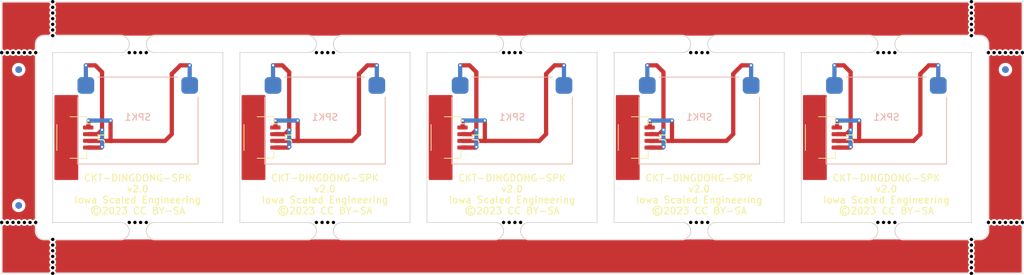
<source format=kicad_pcb>
(kicad_pcb (version 20211014) (generator pcbnew)
  (layers (0 "F.Cu" signal) (31 "B.Cu" signal) (34 "B.Paste" user) (35 "F.Paste" user) (36 "B.SilkS" user "B.Silkscreen") (37 "F.SilkS" user "F.Silkscreen") (38 "B.Mask" user) (39 "F.Mask" user) (44 "Edge.Cuts" user))
  (net 0 "")
  (net 1 "Board_0-/MP")
  (net 2 "Board_0-Net-(SPK1-Pad1)")
  (net 3 "Board_0-Net-(SPK1-Pad2)")
  (net 4 "Board_1-/MP")
  (net 5 "Board_1-Net-(SPK1-Pad1)")
  (net 6 "Board_1-Net-(SPK1-Pad2)")
  (net 7 "Board_2-/MP")
  (net 8 "Board_2-Net-(SPK1-Pad1)")
  (net 9 "Board_2-Net-(SPK1-Pad2)")
  (net 10 "Board_3-/MP")
  (net 11 "Board_3-Net-(SPK1-Pad1)")
  (net 12 "Board_3-Net-(SPK1-Pad2)")
  (net 13 "Board_4-/MP")
  (net 14 "Board_4-Net-(SPK1-Pad1)")
  (net 15 "Board_4-Net-(SPK1-Pad2)")
  (footprint "NPTH" (layer "F.Cu") (at 164.013333 22.62)
    (fp_text reference "REF**" hide)
    (fp_text value "NPTH" hide)
  )
  (footprint "NPTH" (layer "F.Cu") (at 22.62 54.793333)
    (fp_text reference "REF**" hide)
    (fp_text value "NPTH" hide)
  )
  (footprint "NPTH" (layer "F.Cu") (at 22.62 17.54)
    (fp_text reference "REF**" hide)
    (fp_text value "NPTH" hide)
  )
  (footprint "NPTH" (layer "F.Cu") (at 148.35 22.62)
    (fp_text reference "REF**" hide)
    (fp_text value "NPTH" hide)
  )
  (footprint "NPTH" (layer "F.Cu") (at 90.776666 22.62)
    (fp_text reference "REF**" hide)
    (fp_text value "NPTH" hide)
  )
  (footprint "NPTH" (layer "F.Cu") (at 117.87 22.62)
    (fp_text reference "REF**" hide)
    (fp_text value "NPTH" hide)
  )
  (footprint "NPTH" (layer "F.Cu") (at 147.503333 48.02)
    (fp_text reference "REF**" hide)
    (fp_text value "NPTH" hide)
  )
  (footprint "NPTH" (layer "F.Cu") (at 159.78 51.406666)
    (fp_text reference "REF**" hide)
    (fp_text value "NPTH" hide)
  )
  (footprint "NPTH" (layer "F.Cu") (at 163.166666 48.02)
    (fp_text reference "REF**" hide)
    (fp_text value "NPTH" hide)
  )
  (footprint "NPTH" (layer "F.Cu") (at 159.78 15.846667)
    (fp_text reference "REF**" hide)
    (fp_text value "NPTH" hide)
  )
  (footprint "NPTH" (layer "F.Cu") (at 34.05 22.62)
    (fp_text reference "REF**" hide)
    (fp_text value "NPTH" hide)
  )
  (footprint "Connector_JST:JST_SH_SM04B-SRSS-TB_1x04-1MP_P1.00mm_Horizontal" (layer "F.Cu") (at 25.922 35.32 -90)
    (fp_text reference "J1")
    (fp_text value "SM04B-SRSS")
  )
  (footprint "NPTH" (layer "F.Cu") (at 166.553333 48.02)
    (fp_text reference "REF**" hide)
    (fp_text value "NPTH" hide)
  )
  (footprint "NPTH" (layer "F.Cu") (at 22.62 55.64)
    (fp_text reference "REF**" hide)
    (fp_text value "NPTH" hide)
  )
  (footprint "NPTH" (layer "F.Cu") (at 64.53 48.02)
    (fp_text reference "REF**" hide)
    (fp_text value "NPTH" hide)
  )
  (footprint "NPTH" (layer "F.Cu") (at 22.62 15.846667)
    (fp_text reference "REF**" hide)
    (fp_text value "NPTH" hide)
  )
  (footprint "NPTH" (layer "F.Cu") (at 34.896667 48.02)
    (fp_text reference "REF**" hide)
    (fp_text value "NPTH" hide)
  )
  (footprint "NPTH" (layer "F.Cu") (at 166.553333 22.62)
    (fp_text reference "REF**" hide)
    (fp_text value "NPTH" hide)
  )
  (footprint "Connector_JST:JST_SH_SM04B-SRSS-TB_1x04-1MP_P1.00mm_Horizontal" (layer "F.Cu") (at 137.682 35.32 -90)
    (fp_text reference "J1")
    (fp_text value "SM04B-SRSS")
  )
  (footprint "NPTH" (layer "F.Cu") (at 159.78 55.64)
    (fp_text reference "REF**" hide)
    (fp_text value "NPTH" hide)
  )
  (footprint "NPTH" (layer "F.Cu") (at 162.32 22.62)
    (fp_text reference "REF**" hide)
    (fp_text value "NPTH" hide)
  )
  (footprint "NPTH" (layer "F.Cu") (at 162.32 48.02)
    (fp_text reference "REF**" hide)
    (fp_text value "NPTH" hide)
  )
  (footprint "NPTH" (layer "F.Cu") (at 119.563333 48.02)
    (fp_text reference "REF**" hide)
    (fp_text value "NPTH" hide)
  )
  (footprint "NPTH" (layer "F.Cu") (at 159.78 54.793333)
    (fp_text reference "REF**" hide)
    (fp_text value "NPTH" hide)
  )
  (footprint "NPTH" (layer "F.Cu") (at 145.81 48.02)
    (fp_text reference "REF**" hide)
    (fp_text value "NPTH" hide)
  )
  (footprint "NPTH" (layer "F.Cu") (at 15.846667 22.62)
    (fp_text reference "REF**" hide)
    (fp_text value "NPTH" hide)
  )
  (footprint "NPTH" (layer "F.Cu") (at 119.563333 22.62)
    (fp_text reference "REF**" hide)
    (fp_text value "NPTH" hide)
  )
  (footprint "NPTH" (layer "F.Cu") (at 16.693334 48.02)
    (fp_text reference "REF**" hide)
    (fp_text value "NPTH" hide)
  )
  (footprint "NPTH" (layer "F.Cu") (at 35.743333 48.02)
    (fp_text reference "REF**" hide)
    (fp_text value "NPTH" hide)
  )
  (footprint "NPTH" (layer "F.Cu") (at 20.08 22.62)
    (fp_text reference "REF**" hide)
    (fp_text value "NPTH" hide)
  )
  (footprint "NPTH" (layer "F.Cu") (at 92.47 22.62)
    (fp_text reference "REF**" hide)
    (fp_text value "NPTH" hide)
  )
  (footprint "NPTH" (layer "F.Cu") (at 22.62 18.386667)
    (fp_text reference "REF**" hide)
    (fp_text value "NPTH" hide)
  )
  (footprint "NPTH" (layer "F.Cu") (at 159.78 50.56)
    (fp_text reference "REF**" hide)
    (fp_text value "NPTH" hide)
  )
  (footprint "NPTH" (layer "F.Cu") (at 118.716666 22.62)
    (fp_text reference "REF**" hide)
    (fp_text value "NPTH" hide)
  )
  (footprint "NPTH" (layer "F.Cu") (at 61.99 48.02)
    (fp_text reference "REF**" hide)
    (fp_text value "NPTH" hide)
  )
  (footprint "NPTH" (layer "F.Cu") (at 159.78 53.1)
    (fp_text reference "REF**" hide)
    (fp_text value "NPTH" hide)
  )
  (footprint "NPTH" (layer "F.Cu") (at 159.78 53.946666)
    (fp_text reference "REF**" hide)
    (fp_text value "NPTH" hide)
  )
  (footprint "NPTH" (layer "F.Cu") (at 165.706666 22.62)
    (fp_text reference "REF**" hide)
    (fp_text value "NPTH" hide)
  )
  (footprint "NPTH" (layer "F.Cu") (at 64.53 22.62)
    (fp_text reference "REF**" hide)
    (fp_text value "NPTH" hide)
  )
  (footprint "NPTH" (layer "F.Cu") (at 165.706666 48.02)
    (fp_text reference "REF**" hide)
    (fp_text value "NPTH" hide)
  )
  (footprint "NPTH" (layer "F.Cu") (at 15 22.62)
    (fp_text reference "REF**" hide)
    (fp_text value "NPTH" hide)
  )
  (footprint "NPTH" (layer "F.Cu") (at 16.693334 22.62)
    (fp_text reference "REF**" hide)
    (fp_text value "NPTH" hide)
  )
  (footprint "NPTH" (layer "F.Cu") (at 147.503333 22.62)
    (fp_text reference "REF**" hide)
    (fp_text value "NPTH" hide)
  )
  (footprint "NPTH" (layer "F.Cu") (at 163.166666 22.62)
    (fp_text reference "REF**" hide)
    (fp_text value "NPTH" hide)
  )
  (footprint "Connector_JST:JST_SH_SM04B-SRSS-TB_1x04-1MP_P1.00mm_Horizontal" (layer "F.Cu") (at 109.742 35.32 -90)
    (fp_text reference "J1")
    (fp_text value "SM04B-SRSS")
  )
  (footprint "NPTH" (layer "F.Cu") (at 145.81 22.62)
    (fp_text reference "REF**" hide)
    (fp_text value "NPTH" hide)
  )
  (footprint "NPTH" (layer "F.Cu") (at 146.656666 48.02)
    (fp_text reference "REF**" hide)
    (fp_text value "NPTH" hide)
  )
  (footprint "NPTH" (layer "F.Cu") (at 63.683333 48.02)
    (fp_text reference "REF**" hide)
    (fp_text value "NPTH" hide)
  )
  (footprint "NPTH" (layer "F.Cu") (at 22.62 19.233334)
    (fp_text reference "REF**" hide)
    (fp_text value "NPTH" hide)
  )
  (footprint "NPTH" (layer "F.Cu") (at 61.99 22.62)
    (fp_text reference "REF**" hide)
    (fp_text value "NPTH" hide)
  )
  (footprint "NPTH" (layer "F.Cu") (at 164.013333 48.02)
    (fp_text reference "REF**" hide)
    (fp_text value "NPTH" hide)
  )
  (footprint "NPTH" (layer "F.Cu") (at 117.87 48.02)
    (fp_text reference "REF**" hide)
    (fp_text value "NPTH" hide)
  )
  (footprint "NPTH" (layer "F.Cu") (at 62.836666 48.02)
    (fp_text reference "REF**" hide)
    (fp_text value "NPTH" hide)
  )
  (footprint "NPTH" (layer "F.Cu") (at 120.41 22.62)
    (fp_text reference "REF**" hide)
    (fp_text value "NPTH" hide)
  )
  (footprint "NPTH" (layer "F.Cu") (at 90.776666 48.02)
    (fp_text reference "REF**" hide)
    (fp_text value "NPTH" hide)
  )
  (footprint "NPTH" (layer "F.Cu") (at 159.78 18.386667)
    (fp_text reference "REF**" hide)
    (fp_text value "NPTH" hide)
  )
  (footprint "NPTH" (layer "F.Cu") (at 18.386667 48.02)
    (fp_text reference "REF**" hide)
    (fp_text value "NPTH" hide)
  )
  (footprint "NPTH" (layer "F.Cu") (at 22.62 16.693334)
    (fp_text reference "REF**" hide)
    (fp_text value "NPTH" hide)
  )
  (footprint "Fiducial" (layer "F.Cu") (at 164.86 25.16)
    (fp_text reference "REF**" hide)
    (fp_text value "Fiducial" hide)
  )
  (footprint "NPTH" (layer "F.Cu") (at 159.78 52.253333)
    (fp_text reference "REF**" hide)
    (fp_text value "NPTH" hide)
  )
  (footprint "NPTH" (layer "F.Cu") (at 22.62 15)
    (fp_text reference "REF**" hide)
    (fp_text value "NPTH" hide)
  )
  (footprint "NPTH" (layer "F.Cu") (at 15.846667 48.02)
    (fp_text reference "REF**" hide)
    (fp_text value "NPTH" hide)
  )
  (footprint "NPTH" (layer "F.Cu") (at 20.08 48.02)
    (fp_text reference "REF**" hide)
    (fp_text value "NPTH" hide)
  )
  (footprint "NPTH" (layer "F.Cu") (at 159.78 16.693334)
    (fp_text reference "REF**" hide)
    (fp_text value "NPTH" hide)
  )
  (footprint "NPTH" (layer "F.Cu") (at 164.86 22.62)
    (fp_text reference "REF**" hide)
    (fp_text value "NPTH" hide)
  )
  (footprint "NPTH" (layer "F.Cu") (at 22.62 51.406666)
    (fp_text reference "REF**" hide)
    (fp_text value "NPTH" hide)
  )
  (footprint "NPTH" (layer "F.Cu") (at 22.62 53.946666)
    (fp_text reference "REF**" hide)
    (fp_text value "NPTH" hide)
  )
  (footprint "NPTH" (layer "F.Cu") (at 63.683333 22.62)
    (fp_text reference "REF**" hide)
    (fp_text value "NPTH" hide)
  )
  (footprint "NPTH" (layer "F.Cu") (at 17.54 22.62)
    (fp_text reference "REF**" hide)
    (fp_text value "NPTH" hide)
  )
  (footprint "NPTH" (layer "F.Cu") (at 159.78 19.233334)
    (fp_text reference "REF**" hide)
    (fp_text value "NPTH" hide)
  )
  (footprint "NPTH" (layer "F.Cu") (at 19.233334 48.02)
    (fp_text reference "REF**" hide)
    (fp_text value "NPTH" hide)
  )
  (footprint "Fiducial" (layer "F.Cu") (at 17.54 25.16)
    (fp_text reference "REF**" hide)
    (fp_text value "Fiducial" hide)
  )
  (footprint "Connector_JST:JST_SH_SM04B-SRSS-TB_1x04-1MP_P1.00mm_Horizontal" (layer "F.Cu") (at 81.802 35.32 -90)
    (fp_text reference "J1")
    (fp_text value "SM04B-SRSS")
  )
  (footprint "NPTH" (layer "F.Cu") (at 89.93 22.62)
    (fp_text reference "REF**" hide)
    (fp_text value "NPTH" hide)
  )
  (footprint "NPTH" (layer "F.Cu") (at 15 48.02)
    (fp_text reference "REF**" hide)
    (fp_text value "NPTH" hide)
  )
  (footprint "NPTH" (layer "F.Cu") (at 62.836666 22.62)
    (fp_text reference "REF**" hide)
    (fp_text value "NPTH" hide)
  )
  (footprint "NPTH" (layer "F.Cu") (at 36.59 22.62)
    (fp_text reference "REF**" hide)
    (fp_text value "NPTH" hide)
  )
  (footprint "NPTH" (layer "F.Cu") (at 159.78 20.08)
    (fp_text reference "REF**" hide)
    (fp_text value "NPTH" hide)
  )
  (footprint "NPTH" (layer "F.Cu") (at 148.35 48.02)
    (fp_text reference "REF**" hide)
    (fp_text value "NPTH" hide)
  )
  (footprint "NPTH" (layer "F.Cu") (at 17.54 48.02)
    (fp_text reference "REF**" hide)
    (fp_text value "NPTH" hide)
  )
  (footprint "NPTH" (layer "F.Cu") (at 22.62 52.253333)
    (fp_text reference "REF**" hide)
    (fp_text value "NPTH" hide)
  )
  (footprint "NPTH" (layer "F.Cu") (at 34.896667 22.62)
    (fp_text reference "REF**" hide)
    (fp_text value "NPTH" hide)
  )
  (footprint "NPTH" (layer "F.Cu") (at 19.233334 22.62)
    (fp_text reference "REF**" hide)
    (fp_text value "NPTH" hide)
  )
  (footprint "NPTH" (layer "F.Cu") (at 164.86 48.02)
    (fp_text reference "REF**" hide)
    (fp_text value "NPTH" hide)
  )
  (footprint "NPTH" (layer "F.Cu") (at 159.78 15)
    (fp_text reference "REF**" hide)
    (fp_text value "NPTH" hide)
  )
  (footprint "Fiducial" (layer "F.Cu") (at 17.54 45.48)
    (fp_text reference "REF**" hide)
    (fp_text value "Fiducial" hide)
  )
  (footprint "NPTH" (layer "F.Cu") (at 22.62 50.56)
    (fp_text reference "REF**" hide)
    (fp_text value "NPTH" hide)
  )
  (footprint "NPTH" (layer "F.Cu") (at 146.656666 22.62)
    (fp_text reference "REF**" hide)
    (fp_text value "NPTH" hide)
  )
  (footprint "NPTH" (layer "F.Cu") (at 92.47 48.02)
    (fp_text reference "REF**" hide)
    (fp_text value "NPTH" hide)
  )
  (footprint "NPTH" (layer "F.Cu") (at 22.62 20.08)
    (fp_text reference "REF**" hide)
    (fp_text value "NPTH" hide)
  )
  (footprint "NPTH" (layer "F.Cu") (at 118.716666 48.02)
    (fp_text reference "REF**" hide)
    (fp_text value "NPTH" hide)
  )
  (footprint "NPTH" (layer "F.Cu") (at 18.386667 22.62)
    (fp_text reference "REF**" hide)
    (fp_text value "NPTH" hide)
  )
  (footprint "NPTH" (layer "F.Cu") (at 89.93 48.02)
    (fp_text reference "REF**" hide)
    (fp_text value "NPTH" hide)
  )
  (footprint "Connector_JST:JST_SH_SM04B-SRSS-TB_1x04-1MP_P1.00mm_Horizontal" (layer "F.Cu") (at 53.862 35.32 -90)
    (fp_text reference "J1")
    (fp_text value "SM04B-SRSS")
  )
  (footprint "NPTH" (layer "F.Cu") (at 36.59 48.02)
    (fp_text reference "REF**" hide)
    (fp_text value "NPTH" hide)
  )
  (footprint "NPTH" (layer "F.Cu") (at 34.05 48.02)
    (fp_text reference "REF**" hide)
    (fp_text value "NPTH" hide)
  )
  (footprint "NPTH" (layer "F.Cu") (at 91.623333 48.02)
    (fp_text reference "REF**" hide)
    (fp_text value "NPTH" hide)
  )
  (footprint "NPTH" (layer "F.Cu") (at 22.62 53.1)
    (fp_text reference "REF**" hide)
    (fp_text value "NPTH" hide)
  )
  (footprint "NPTH" (layer "F.Cu") (at 91.623333 22.62)
    (fp_text reference "REF**" hide)
    (fp_text value "NPTH" hide)
  )
  (footprint "NPTH" (layer "F.Cu") (at 167.4 22.62)
    (fp_text reference "REF**" hide)
    (fp_text value "NPTH" hide)
  )
  (footprint "NPTH" (layer "F.Cu") (at 120.41 48.02)
    (fp_text reference "REF**" hide)
    (fp_text value "NPTH" hide)
  )
  (footprint "NPTH" (layer "F.Cu") (at 35.743333 22.62)
    (fp_text reference "REF**" hide)
    (fp_text value "NPTH" hide)
  )
  (footprint "NPTH" (layer "F.Cu") (at 167.4 48.02)
    (fp_text reference "REF**" hide)
    (fp_text value "NPTH" hide)
  )
  (footprint "NPTH" (layer "F.Cu") (at 159.78 17.54)
    (fp_text reference "REF**" hide)
    (fp_text value "NPTH" hide)
  )
  (footprint "Fiducial" (layer "B.Cu") (at 17.54 45.48)
    (fp_text reference "REF**" hide)
    (fp_text value "Fiducial" hide)
  )
  (footprint "Fiducial" (layer "B.Cu") (at 17.54 25.16)
    (fp_text reference "REF**" hide)
    (fp_text value "Fiducial" hide)
  )
  (footprint "ISE_Generic:Speaker_13x18" (layer "B.Cu") (at 119.14 32.78 180)
    (fp_text reference "SPK1")
    (fp_text value "Speaker")
  )
  (footprint "ISE_Generic:Speaker_13x18" (layer "B.Cu") (at 35.32 32.78 180)
    (fp_text reference "SPK1")
    (fp_text value "Speaker")
  )
  (footprint "ISE_Generic:Speaker_13x18" (layer "B.Cu") (at 91.2 32.78 180)
    (fp_text reference "SPK1")
    (fp_text value "Speaker")
  )
  (footprint "ISE_Generic:Speaker_13x18" (layer "B.Cu") (at 63.26 32.78 180)
    (fp_text reference "SPK1")
    (fp_text value "Speaker")
  )
  (footprint "Fiducial" (layer "B.Cu") (at 164.86 25.16)
    (fp_text reference "REF**" hide)
    (fp_text value "Fiducial" hide)
  )
  (footprint "ISE_Generic:Speaker_13x18" (layer "B.Cu") (at 147.08 32.78 180)
    (fp_text reference "SPK1")
    (fp_text value "Speaker")
  )
  (gr_line (start 117.092179 50.464085) (end 117.03448 50.486342) (layer "Edge.Cuts") (width 0.1))
  (gr_line (start 106.448424 22.620281) (end 106.447942 22.620376) (layer "Edge.Cuts") (width 0.1))
  (gr_line (start 145.803929 49.423501) (end 145.796359 49.484879) (layer "Edge.Cuts") (width 0.1))
  (gr_line (start 48.017749 22.623981) (end 48.017438 22.623602) (layer "Edge.Cuts") (width 0.1))
  (gr_line (start 145.755741 20.974242) (end 145.772236 21.033845) (layer "Edge.Cuts") (width 0.1))
  (gr_line (start 50.561432 48.014795) (end 50.561685 48.015216) (layer "Edge.Cuts") (width 0.1))
  (gr_line (start 60.975813 22.595786) (end 60.914879 22.606359) (layer "Edge.Cuts") (width 0.1))
  (gr_line (start 36.769264 48.632232) (end 36.80235 48.579983) (layer "Edge.Cuts") (width 0.1))
  (gr_line (start 88.669877 48.02) (end 88.731825 48.02152) (layer "Edge.Cuts") (width 0.1))
  (gr_line (start 103.898567 48.014795) (end 103.898798 48.014362) (layer "Edge.Cuts") (width 0.1))
  (gr_line (start 117.58399 22.159333) (end 117.543596 22.206162) (layer "Edge.Cuts") (width 0.1))
  (gr_line (start 116.975757 50.505741) (end 116.916154 50.522236) (layer "Edge.Cuts") (width 0.1))
  (gr_line (start 22.62225 48.016018) (end 22.622561 48.016397) (layer "Edge.Cuts") (width 0.1))
  (gr_line (start 48.016397 48.017438) (end 48.016761 48.017108) (layer "Edge.Cuts") (width 0.1))
  (gr_line (start 75.957438 22.623602) (end 75.957108 22.623238) (layer "Edge.Cuts") (width 0.1))
  (gr_line (start 33.490016 50.347649) (end 33.437767 50.380735) (layer "Edge.Cuts") (width 0.1))
  (gr_line (start 89.560952 50.190952) (end 89.516162 50.233596) (layer "Edge.Cuts") (width 0.1))
  (gr_line (start 75.952533 22.620496) (end 75.952057 22.620376) (layer "Edge.Cuts") (width 0.1))
  (gr_line (start 33.490016 48.23235) (end 33.540579 48.26796) (layer "Edge.Cuts") (width 0.1))
  (gr_line (start 131.833918 22.620991) (end 131.833465 22.620803) (layer "Edge.Cuts") (width 0.1))
  (gr_line (start 117.203958 50.411218) (end 117.148718 50.439023) (layer "Edge.Cuts") (width 0.1))
  (gr_line (start 161.366154 20.117763) (end 161.425757 20.134258) (layer "Edge.Cuts") (width 0.1))
  (gr_line (start 92.71796 20.58942) (end 92.756009 20.540666) (layer "Edge.Cuts") (width 0.1))
  (gr_line (start 93.484186 48.044213) (end 93.54512 48.03364) (layer "Edge.Cuts") (width 0.1))
  (gr_line (start 75.959503 48.012533) (end 75.959623 48.012057) (layer "Edge.Cuts") (width 0.1))
  (gr_line (start 161.760016 50.347649) (end 161.707767 50.380735) (layer "Edge.Cuts") (width 0.1))
  (gr_line (start 116.916154 50.522236) (end 116.855813 50.535786) (layer "Edge.Cuts") (width 0.1))
  (gr_line (start 89.09448 50.486342) (end 89.035757 50.505741) (layer "Edge.Cuts") (width 0.1))
  (gr_line (start 89.370016 20.29235) (end 89.420579 20.32796) (layer "Edge.Cuts") (width 0.1))
  (gr_line (start 33.837649 22.060016) (end 33.802039 22.110579) (layer "Edge.Cuts") (width 0.1))
  (gr_line (start 145.803929 49.156498) (end 145.808479 49.218174) (layer "Edge.Cuts") (width 0.1))
  (gr_line (start 162.318479 21.278174) (end 162.32 21.340122) (layer "Edge.Cuts") (width 0.1))
  (gr_line (start 120.589264 22.007767) (end 120.558781 21.953958) (layer "Edge.Cuts") (width 0.1))
  (gr_line (start 48.018314 22.624783) (end 48.018042 22.624375) (layer "Edge.Cuts") (width 0.1))
  (gr_line (start 36.80235 50.000016) (end 36.769264 49.947767) (layer "Edge.Cuts") (width 0.1))
  (gr_line (start 32.851825 20.08152) (end 32.913501 20.08607) (layer "Edge.Cuts") (width 0.1))
  (gr_line (start 15.000281 15.008424) (end 15.000209 15.008909) (layer "Edge.Cuts") (width 0.1))
  (gr_line (start 161.950952 50.190952) (end 161.906162 50.233596) (layer "Edge.Cuts") (width 0.1))
  (gr_line (start 65.60512 20.09364) (end 65.666498 20.08607) (layer "Edge.Cuts") (width 0.1))
  (gr_line (start 48.019863 48.010111) (end 48.019996 48.004659) (layer "Edge.Cuts") (width 0.1))
  (gr_line (start 148.85942 22.372039) (end 148.810666 22.33399) (layer "Edge.Cuts") (width 0.1))
  (gr_line (start 149.12782 20.175914) (end 149.185519 20.153657) (layer "Edge.Cuts") (width 0.1))
  (gr_line (start 61.377767 48.199264) (end 61.430016 48.23235) (layer "Edge.Cuts") (width 0.1))
  (gr_line (start 134.381201 48.014362) (end 134.381432 48.014795) (layer "Edge.Cuts") (width 0.1))
  (gr_line (start 131.838567 22.625204) (end 131.838314 22.624783) (layer "Edge.Cuts") (width 0.1))
  (gr_line (start 75.956018 22.62225) (end 75.955624 22.621957) (layer "Edge.Cuts") (width 0.1))
  (gr_line (start 117.87 21.359877) (end 117.868479 21.421825) (layer "Edge.Cuts") (width 0.1))
  (gr_line (start 167.390111 55.639863) (end 167.390601 55.639839) (layer "Edge.Cuts") (width 0.1))
  (gr_line (start 145.349333 22.33399) (end 145.300579 22.372039) (layer "Edge.Cuts") (width 0.1))
  (gr_line (start 148.636009 48.480666) (end 148.676403 48.433837) (layer "Edge.Cuts") (width 0.1))
  (gr_line (start 134.386081 48.019008) (end 134.386534 48.019196) (layer "Edge.Cuts") (width 0.1))
  (gr_line (start 89.64399 20.540666) (end 89.682039 20.58942) (layer "Edge.Cuts") (width 0.1))
  (gr_line (start 89.64399 48.480666) (end 89.682039 48.52942) (layer "Edge.Cuts") (width 0.1))
  (gr_line (start 65.142232 20.259264) (end 65.196041 20.228781) (layer "Edge.Cuts") (width 0.1))
  (gr_line (start 15.001201 15.005637) (end 15.000991 15.006081) (layer "Edge.Cuts") (width 0.1))
  (gr_line (start 61.430016 50.347649) (end 61.377767 50.380735) (layer "Edge.Cuts") (width 0.1))
  (gr_line (start 148.35152 49.218174) (end 148.35607 49.156498) (layer "Edge.Cuts") (width 0.1))
  (gr_line (start 89.928479 21.421825) (end 89.923929 21.483501) (layer "Edge.Cuts") (width 0.1))
  (gr_line (start 162.32 21.340122) (end 162.32 49.299877) (layer "Edge.Cuts") (width 0.1))
  (gr_line (start 50.575586 22.62) (end 50.57534 22.620003) (layer "Edge.Cuts") (width 0.1))
  (gr_line (start 89.93 49.299877) (end 89.928479 49.361825) (layer "Edge.Cuts") (width 0.1))
  (gr_line (start 22.620003 22.63534) (end 22.62 22.635586) (layer "Edge.Cuts") (width 0.1))
  (gr_line (start 131.838314 22.624783) (end 131.838042 22.624375) (layer "Edge.Cuts") (width 0.1))
  (gr_line (start 134.383602 22.622561) (end 134.383238 22.622891) (layer "Edge.Cuts") (width 0.1))
  (gr_line (start 48.013918 48.019008) (end 48.014362 48.018798) (layer "Edge.Cuts") (width 0.1))
  (gr_line (start 145.440952 22.250952) (end 145.396162 22.293596) (layer "Edge.Cuts") (width 0.1))
  (gr_line (start 65.728174 50.558479) (end 65.666498 50.553929) (layer "Edge.Cuts") (width 0.1))
  (gr_line (start 89.856342 20.915519) (end 89.875741 20.974242) (layer "Edge.Cuts") (width 0.1))
  (gr_line (start 131.839863 48.010111) (end 131.839996 48.004659) (layer "Edge.Cuts") (width 0.1))
  (gr_line (start 48.010111 48.019863) (end 48.010601 48.019839) (layer "Edge.Cuts") (width 0.1))
  (gr_line (start 78.502891 48.016761) (end 78.503238 48.017108) (layer "Edge.Cuts") (width 0.1))
  (gr_line (start 36.59607 49.423501) (end 36.59152 49.361825) (layer "Edge.Cuts") (width 0.1))
  (gr_line (start 148.35152 21.278174) (end 148.35607 21.216498) (layer "Edge.Cuts") (width 0.1))
  (gr_line (start 103.899008 22.626081) (end 103.898798 22.625637) (layer "Edge.Cuts") (width 0.1))
  (gr_line (start 33.837649 20.639983) (end 33.870735 20.692232) (layer "Edge.Cuts") (width 0.1))
  (gr_line (start 117.721218 20.746041) (end 117.749023 20.801281) (layer "Edge.Cuts") (width 0.1))
  (gr_line (start 92.47 49.280122) (end 92.47 49.280122) (layer "Edge.Cuts") (width 0.1))
  (gr_line (start 78.51534 48.019996) (end 78.515586 48.02) (layer "Edge.Cuts") (width 0.1))
  (gr_line (start 61.095757 48.074258) (end 61.15448 48.093657) (layer "Edge.Cuts") (width 0.1))
  (gr_line (start 161.859333 50.27399) (end 161.810579 50.312039) (layer "Edge.Cuts") (width 0.1))
  (gr_line (start 145.714085 49.782179) (end 145.689023 49.838718) (layer "Edge.Cuts") (width 0.1))
  (gr_line (start 33.680952 50.190952) (end 33.636162 50.233596) (layer "Edge.Cuts") (width 0.1))
  (gr_line (start 167.39979 15.008909) (end 167.399718 15.008424) (layer "Edge.Cuts") (width 0.1))
  (gr_line (start 50.566534 22.620803) (end 50.566081 22.620991) (layer "Edge.Cuts") (width 0.1))
  (gr_line (start 75.95109 48.01979) (end 75.951575 48.019718) (layer "Edge.Cuts") (width 0.1))
  (gr_line (start 106.45534 48.019996) (end 106.455586 48.02) (layer "Edge.Cuts") (width 0.1))
  (gr_line (start 50.569398 48.019839) (end 50.569888 48.019863) (layer "Edge.Cuts") (width 0.1))
  (gr_line (start 33.837649 48.579983) (end 33.870735 48.632232) (layer "Edge.Cuts") (width 0.1))
  (gr_line (start 50.56016 48.010601) (end 50.560209 48.01109) (layer "Edge.Cuts") (width 0.1))
  (gr_line (start 92.883837 48.346403) (end 92.930666 48.306009) (layer "Edge.Cuts") (width 0.1))
  (gr_line (start 78.501201 48.014362) (end 78.501432 48.014795) (layer "Edge.Cuts") (width 0.1))
  (gr_line (start 21.033845 50.522236) (end 20.974242 50.505741) (layer "Edge.Cuts") (width 0.1))
  (gr_line (start 88.976154 48.057763) (end 89.035757 48.074258) (layer "Edge.Cuts") (width 0.1))
  (gr_line (start 50.563238 22.622891) (end 50.562891 22.623238) (layer "Edge.Cuts") (width 0.1))
  (gr_line (start 64.554213 49.034186) (end 64.567763 48.973845) (layer "Edge.Cuts") (width 0.1))
  (gr_line (start 36.738781 21.953958) (end 36.710976 21.898718) (layer "Edge.Cuts") (width 0.1))
  (gr_line (start 92.649264 20.692232) (end 92.68235 20.639983) (layer "Edge.Cuts") (width 0.1))
  (gr_line (start 34.043929 49.156498) (end 34.048479 49.218174) (layer "Edge.Cuts") (width 0.1))
  (gr_line (start 92.543657 48.855519) (end 92.565914 48.79782) (layer "Edge.Cuts") (width 0.1))
  (gr_line (start 117.868479 49.361825) (end 117.863929 49.423501) (layer "Edge.Cuts") (width 0.1))
  (gr_line (start 161.810579 50.312039) (end 161.760016 50.347649) (layer "Edge.Cuts") (width 0.1))
  (gr_line (start 106.440281 48.011575) (end 106.440376 48.012057) (layer "Edge.Cuts") (width 0.1))
  (gr_line (start 36.83796 50.050579) (end 36.80235 50.000016) (layer "Edge.Cuts") (width 0.1))
  (gr_line (start 89.928479 49.218174) (end 89.93 49.280122) (layer "Edge.Cuts") (width 0.1))
  (gr_line (start 103.898314 48.015216) (end 103.898567 48.014795) (layer "Edge.Cuts") (width 0.1))
  (gr_line (start 64.53152 49.218174) (end 64.53607 49.156498) (layer "Edge.Cuts") (width 0.1))
  (gr_line (start 117.657649 20.639983) (end 117.690735 20.692232) (layer "Edge.Cuts") (width 0.1))
  (gr_line (start 78.501685 48.015216) (end 78.501957 48.015624) (layer "Edge.Cuts") (width 0.1))
  (gr_line (start 50.566081 48.019008) (end 50.566534 48.019196) (layer "Edge.Cuts") (width 0.1))
  (gr_line (start 121.18782 22.524085) (end 121.131281 22.499023) (layer "Edge.Cuts") (width 0.1))
  (gr_line (start 121.245519 22.546342) (end 121.18782 22.524085) (layer "Edge.Cuts") (width 0.1))
  (gr_line (start 167.391575 55.639718) (end 167.392057 55.639623) (layer "Edge.Cuts") (width 0.1))
  (gr_line (start 106.44 48.004413) (end 106.440003 48.004659) (layer "Edge.Cuts") (width 0.1))
  (gr_line (start 103.899623 48.012057) (end 103.899718 48.011575) (layer "Edge.Cuts") (width 0.1))
  (gr_line (start 145.714085 20.85782) (end 145.736342 20.915519) (layer "Edge.Cuts") (width 0.1))
  (gr_line (start 117.622039 22.110579) (end 117.58399 22.159333) (layer "Edge.Cuts") (width 0.1))
  (gr_line (start 61.620952 20.449047) (end 61.663596 20.493837) (layer "Edge.Cuts") (width 0.1))
  (gr_line (start 161.993596 50.146162) (end 161.950952 50.190952) (layer "Edge.Cuts") (width 0.1))
  (gr_line (start 117.690735 20.692232) (end 117.721218 20.746041) (layer "Edge.Cuts") (width 0.1))
  (gr_line (start 131.837108 48.016761) (end 131.837438 48.016397) (layer "Edge.Cuts") (width 0.1))
  (gr_line (start 50.565637 22.621201) (end 50.565204 22.621432) (layer "Edge.Cuts") (width 0.1))
  (gr_line (start 103.895216 48.018314) (end 103.895624 48.018042) (layer "Edge.Cuts") (width 0.1))
  (gr_line (start 117.257767 48.199264) (end 117.310016 48.23235) (layer "Edge.Cuts") (width 0.1))
  (gr_line (start 131.824659 48.019996) (end 131.830111 48.019863) (layer "Edge.Cuts") (width 0.1))
  (gr_line (start 64.77796 50.050579) (end 64.74235 50.000016) (layer "Edge.Cuts") (width 0.1))
  (gr_line (start 20.08607 49.423501) (end 20.08152 49.361825) (layer "Edge.Cuts") (width 0.1))
  (gr_line (start 131.837108 22.623238) (end 131.836761 22.622891) (layer "Edge.Cuts") (width 0.1))
  (gr_line (start 50.568424 48.019718) (end 50.568909 48.01979) (layer "Edge.Cuts") (width 0.1))
  (gr_line (start 161.425757 50.505741) (end 161.366154 50.522236) (layer "Edge.Cuts") (width 0.1))
  (gr_line (start 92.590976 20.801281) (end 92.618781 20.746041) (layer "Edge.Cuts") (width 0.1))
  (gr_line (start 92.839047 20.449047) (end 92.883837 20.406403) (layer "Edge.Cuts") (width 0.1))
  (gr_line (start 167.397108 55.636761) (end 167.397438 55.636397) (layer "Edge.Cuts") (width 0.1))
  (gr_line (start 37.604186 50.535786) (end 37.543845 50.522236) (layer "Edge.Cuts") (width 0.1))
  (gr_line (start 149.244242 48.074258) (end 149.303845 48.057763) (layer "Edge.Cuts") (width 0.1))
  (gr_line (start 117.832236 21.033845) (end 117.845786 21.094186) (layer "Edge.Cuts") (width 0.1))
  (gr_line (start 61.323958 50.411218) (end 61.268718 50.439023) (layer "Edge.Cuts") (width 0.1))
  (gr_line (start 120.434213 49.034186) (end 120.447763 48.973845) (layer "Edge.Cuts") (width 0.1))
  (gr_line (start 134.382561 22.623602) (end 134.38225 22.623981) (layer "Edge.Cuts") (width 0.1))
  (gr_line (start 36.769264 49.947767) (end 36.738781 49.893958) (layer "Edge.Cuts") (width 0.1))
  (gr_line (start 22.629398 48.019839) (end 22.629888 48.019863) (layer "Edge.Cuts") (width 0.1))
  (gr_line (start 144.611825 20.08152) (end 144.673501 20.08607) (layer "Edge.Cuts") (width 0.1))
  (gr_line (start 93.668174 22.618479) (end 93.606498 22.613929) (layer "Edge.Cuts") (width 0.1))
  (gr_line (start 148.719047 22.250952) (end 148.676403 22.206162) (layer "Edge.Cuts") (width 0.1))
  (gr_line (start 162.295786 49.545813) (end 162.282236 49.606154) (layer "Edge.Cuts") (width 0.1))
  (gr_line (start 33.21448 20.153657) (end 33.272179 20.175914) (layer "Edge.Cuts") (width 0.1))
  (gr_line (start 22.620003 22.63534) (end 22.620003 22.63534) (layer "Edge.Cuts") (width 0.1))
  (gr_line (start 117.796342 21.78448) (end 117.774085 21.842179) (layer "Edge.Cuts") (width 0.1))
  (gr_line (start 48.012057 22.620376) (end 48.011575 22.620281) (layer "Edge.Cuts") (width 0.1))
  (gr_line (start 144.734879 22.606359) (end 144.673501 22.613929) (layer "Edge.Cuts") (width 0.1))
  (gr_line (start 93.029983 20.29235) (end 93.082232 20.259264) (layer "Edge.Cuts") (width 0.1))
  (gr_line (start 36.59607 21.483501) (end 36.59152 21.421825) (layer "Edge.Cuts") (width 0.1))
  (gr_line (start 167.399196 15.006534) (end 167.399008 15.006081) (layer "Edge.Cuts") (width 0.1))
  (gr_line (start 64.53 21.359877) (end 64.53 21.340122) (layer "Edge.Cuts") (width 0.1))
  (gr_line (start 65.666498 50.553929) (end 65.60512 50.546359) (layer "Edge.Cuts") (width 0.1))
  (gr_line (start 93.668174 50.558479) (end 93.606498 50.553929) (layer "Edge.Cuts") (width 0.1))
  (gr_line (start 78.500376 48.012057) (end 78.500496 48.012533) (layer "Edge.Cuts") (width 0.1))
  (gr_line (start 60.729877 48.02) (end 60.791825 48.02152) (layer "Edge.Cuts") (width 0.1))
  (gr_line (start 22.628424 48.019718) (end 22.628909 48.01979) (layer "Edge.Cuts") (width 0.1))
  (gr_line (start 37.050666 48.306009) (end 37.09942 48.26796) (layer "Edge.Cuts") (width 0.1))
  (gr_line (start 89.916359 21.544879) (end 89.905786 21.605813) (layer "Edge.Cuts") (width 0.1))
  (gr_line (start 93.191281 48.140976) (end 93.24782 48.115914) (layer "Edge.Cuts") (width 0.1))
  (gr_line (start 22.624783 22.621685) (end 22.624375 22.621957) (layer "Edge.Cuts") (width 0.1))
  (gr_line (start 120.41152 21.278174) (end 120.41607 21.216498) (layer "Edge.Cuts") (width 0.1))
  (gr_line (start 50.564375 48.018042) (end 50.564783 48.018314) (layer "Edge.Cuts") (width 0.1))
  (gr_line (start 144.673501 22.613929) (end 144.611825 22.618479) (layer "Edge.Cuts") (width 0.1))
  (gr_line (start 20.85782 20.175914) (end 20.915519 20.153657) (layer "Edge.Cuts") (width 0.1))
  (gr_line (start 134.381685 48.015216) (end 134.381957 48.015624) (layer "Edge.Cuts") (width 0.1))
  (gr_line (start 161.059877 50.56) (end 149.610122 50.56) (layer "Edge.Cuts") (width 0.1))
  (gr_line (start 116.916154 22.582236) (end 116.855813 22.595786) (layer "Edge.Cuts") (width 0.1))
  (gr_line (start 48.018042 22.624375) (end 48.017749 22.623981) (layer "Edge.Cuts") (width 0.1))
  (gr_line (start 75.953002 48.019361) (end 75.953465 48.019196) (layer "Edge.Cuts") (width 0.1))
  (gr_line (start 159.764659 22.620003) (end 159.764413 22.62) (layer "Edge.Cuts") (width 0.1))
  (gr_line (start 75.959361 48.013002) (end 75.959503 48.012533) (layer "Edge.Cuts") (width 0.1))
  (gr_line (start 60.914879 48.03364) (end 60.975813 48.044213) (layer "Edge.Cuts") (width 0.1))
  (gr_line (start 65.60512 22.606359) (end 65.544186 22.595786) (layer "Edge.Cuts") (width 0.1))
  (gr_line (start 92.507763 48.973845) (end 92.524258 48.914242) (layer "Edge.Cuts") (width 0.1))
  (gr_line (start 36.876009 22.159333) (end 36.83796 22.110579) (layer "Edge.Cuts") (width 0.1))
  (gr_line (start 75.959623 22.627942) (end 75.959503 22.627466) (layer "Edge.Cuts") (width 0.1))
  (gr_line (start 22.627466 48.019503) (end 22.627942 48.019623) (layer "Edge.Cuts") (width 0.1))
  (gr_line (start 22.62016 22.629398) (end 22.620136 22.629888) (layer "Edge.Cuts") (width 0.1))
  (gr_line (start 36.59 21.340122) (end 36.59152 21.278174) (layer "Edge.Cuts") (width 0.1))
  (gr_line (start 20.228781 49.893958) (end 20.200976 49.838718) (layer "Edge.Cuts") (width 0.1))
  (gr_line (start 50.575586 48.02) (end 60.729877 48.02) (layer "Edge.Cuts") (width 0.1))
  (gr_line (start 64.709264 48.632232) (end 64.74235 48.579983) (layer "Edge.Cuts") (width 0.1))
  (gr_line (start 36.769264 22.007767) (end 36.738781 21.953958) (layer "Edge.Cuts") (width 0.1))
  (gr_line (start 134.381957 22.624375) (end 134.381685 22.624783) (layer "Edge.Cuts") (width 0.1))
  (gr_line (start 50.564783 22.621685) (end 50.564375 22.621957) (layer "Edge.Cuts") (width 0.1))
  (gr_line (start 120.434213 49.545813) (end 120.42364 49.484879) (layer "Edge.Cuts") (width 0.1))
  (gr_line (start 78.503602 48.017438) (end 78.503981 48.017749) (layer "Edge.Cuts") (width 0.1))
  (gr_line (start 167.4 55.624413) (end 167.4 15.015586) (layer "Edge.Cuts") (width 0.1))
  (gr_line (start 120.464258 21.725757) (end 120.447763 21.666154) (layer "Edge.Cuts") (width 0.1))
  (gr_line (start 60.791825 50.558479) (end 60.729877 50.56) (layer "Edge.Cuts") (width 0.1))
  (gr_line (start 75.950601 48.019839) (end 75.95109 48.01979) (layer "Edge.Cuts") (width 0.1))
  (gr_line (start 78.500281 22.628424) (end 78.500209 22.628909) (layer "Edge.Cuts") (width 0.1))
  (gr_line (start 20.08152 49.361825) (end 20.08 49.299877) (layer "Edge.Cuts") (width 0.1))
  (gr_line (start 33.995741 48.914242) (end 34.012236 48.973845) (layer "Edge.Cuts") (width 0.1))
  (gr_line (start 149.185519 22.546342) (end 149.12782 22.524085) (layer "Edge.Cuts") (width 0.1))
  (gr_line (start 148.56235 48.579983) (end 148.59796 48.52942) (layer "Edge.Cuts") (width 0.1))
  (gr_line (start 15.000209 15.008909) (end 15.00016 15.009398) (layer "Edge.Cuts") (width 0.1))
  (gr_line (start 61.663596 20.493837) (end 61.70399 20.540666) (layer "Edge.Cuts") (width 0.1))
  (gr_line (start 92.47 49.299877) (end 92.47 49.280122) (layer "Edge.Cuts") (width 0.1))
  (gr_line (start 64.584258 20.974242) (end 64.603657 20.915519) (layer "Edge.Cuts") (width 0.1))
  (gr_line (start 93.364242 22.565741) (end 93.305519 22.546342) (layer "Edge.Cuts") (width 0.1))
  (gr_line (start 64.74235 22.060016) (end 64.709264 22.007767) (layer "Edge.Cuts") (width 0.1))
  (gr_line (start 61.983929 21.483501) (end 61.976359 21.544879) (layer "Edge.Cuts") (width 0.1))
  (gr_line (start 65.790122 22.62) (end 65.728174 22.618479) (layer "Edge.Cuts") (width 0.1))
  (gr_line (start 61.70399 22.159333) (end 61.663596 22.206162) (layer "Edge.Cuts") (width 0.1))
  (gr_line (start 65.790122 20.08) (end 88.669877 20.08) (layer "Edge.Cuts") (width 0.1))
  (gr_line (start 144.795813 22.595786) (end 144.734879 22.606359) (layer "Edge.Cuts") (width 0.1))
  (gr_line (start 121.022232 22.440735) (end 120.969983 22.407649) (layer "Edge.Cuts") (width 0.1))
  (gr_line (start 162.306359 21.15512) (end 162.313929 21.216498) (layer "Edge.Cuts") (width 0.1))
  (gr_line (start 50.57534 22.620003) (end 50.569888 22.620136) (layer "Edge.Cuts") (width 0.1))
  (gr_line (start 148.59796 22.110579) (end 148.56235 22.060016) (layer "Edge.Cuts") (width 0.1))
  (gr_line (start 75.955624 22.621957) (end 75.955216 22.621685) (layer "Edge.Cuts") (width 0.1))
  (gr_line (start 88.915813 22.595786) (end 88.854879 22.606359) (layer "Edge.Cuts") (width 0.1))
  (gr_line (start 15.000376 15.007942) (end 15.000281 15.008424) (layer "Edge.Cuts") (width 0.1))
  (gr_line (start 64.650976 20.801281) (end 64.678781 20.746041) (layer "Edge.Cuts") (width 0.1))
  (gr_line (start 78.508424 48.019718) (end 78.508909 48.01979) (layer "Edge.Cuts") (width 0.1))
  (gr_line (start 93.54512 20.09364) (end 93.606498 20.08607) (layer "Edge.Cuts") (width 0.1))
  (gr_line (start 117.622039 48.52942) (end 117.657649 48.579983) (layer "Edge.Cuts") (width 0.1))
  (gr_line (start 78.501432 22.625204) (end 78.501201 22.625637) (layer "Edge.Cuts") (width 0.1))
  (gr_line (start 92.796403 20.493837) (end 92.839047 20.449047) (layer "Edge.Cuts") (width 0.1))
  (gr_line (start 89.208718 20.200976) (end 89.263958 20.228781) (layer "Edge.Cuts") (width 0.1))
  (gr_line (start 78.509398 22.62016) (end 78.508909 22.620209) (layer "Edge.Cuts") (width 0.1))
  (gr_line (start 167.392057 15.000376) (end 167.391575 15.000281) (layer "Edge.Cuts") (width 0.1))
  (gr_line (start 33.155757 48.074258) (end 33.21448 48.093657) (layer "Edge.Cuts") (width 0.1))
  (gr_line (start 145.300579 48.26796) (end 145.349333 48.306009) (layer "Edge.Cuts") (width 0.1))
  (gr_line (start 75.956018 48.017749) (end 75.956397 48.017438) (layer "Edge.Cuts") (width 0.1))
  (gr_line (start 120.823837 48.346403) (end 120.870666 48.306009) (layer "Edge.Cuts") (width 0.1))
  (gr_line (start 20.08 49.299877) (end 20.08 21.340122) (layer "Edge.Cuts") (width 0.1))
  (gr_line (start 92.756009 48.480666) (end 92.796403 48.433837) (layer "Edge.Cuts") (width 0.1))
  (gr_line (start 34.05 21.359877) (end 34.048479 21.421825) (layer "Edge.Cuts") (width 0.1))
  (gr_line (start 37.149983 20.29235) (end 37.202232 20.259264) (layer "Edge.Cuts") (width 0.1))
  (gr_line (start 159.776761 22.622891) (end 159.776397 22.622561) (layer "Edge.Cuts") (width 0.1))
  (gr_line (start 65.142232 22.440735) (end 65.089983 22.407649) (layer "Edge.Cuts") (width 0.1))
  (gr_line (start 75.957108 48.016761) (end 75.957438 48.016397) (layer "Edge.Cuts") (width 0.1))
  (gr_line (start 48.012533 22.620496) (end 48.012057 22.620376) (layer "Edge.Cuts") (width 0.1))
  (gr_line (start 50.561201 22.625637) (end 50.560991 22.626081) (layer "Edge.Cuts") (width 0.1))
  (gr_line (start 117.622039 20.58942) (end 117.657649 20.639983) (layer "Edge.Cuts") (width 0.1))
  (gr_line (start 75.959996 48.004659) (end 75.96 48.004413) (layer "Edge.Cuts") (width 0.1))
  (gr_line (start 145.483596 20.493837) (end 145.52399 20.540666) (layer "Edge.Cuts") (width 0.1))
  (gr_line (start 22.628909 48.01979) (end 22.629398 48.019839) (layer "Edge.Cuts") (width 0.1))
  (gr_line (start 89.856342 21.78448) (end 89.834085 21.842179) (layer "Edge.Cuts") (width 0.1))
  (gr_line (start 78.515586 22.62) (end 78.51534 22.620003) (layer "Edge.Cuts") (width 0.1))
  (gr_line (start 75.959196 48.013465) (end 75.959361 48.013002) (layer "Edge.Cuts") (width 0.1))
  (gr_line (start 61.576162 20.406403) (end 61.620952 20.449047) (layer "Edge.Cuts") (width 0.1))
  (gr_line (start 145.396162 20.406403) (end 145.440952 20.449047) (layer "Edge.Cuts") (width 0.1))
  (gr_line (start 33.995741 49.665757) (end 33.976342 49.72448) (layer "Edge.Cuts") (width 0.1))
  (gr_line (start 106.444375 48.018042) (end 106.444783 48.018314) (layer "Edge.Cuts") (width 0.1))
  (gr_line (start 120.434213 21.094186) (end 120.447763 21.033845) (layer "Edge.Cuts") (width 0.1))
  (gr_line (start 75.958042 22.624375) (end 75.957749 22.623981) (layer "Edge.Cuts") (width 0.1))
  (gr_line (start 131.830601 48.019839) (end 131.83109 48.01979) (layer "Edge.Cuts") (width 0.1))
  (gr_line (start 161.859333 20.366009) (end 161.906162 20.406403) (layer "Edge.Cuts") (width 0.1))
  (gr_line (start 75.958314 48.015216) (end 75.958567 48.014795) (layer "Edge.Cuts") (width 0.1))
  (gr_line (start 149.364186 48.044213) (end 149.42512 48.03364) (layer "Edge.Cuts") (width 0.1))
  (gr_line (start 61.430016 20.29235) (end 61.480579 20.32796) (layer "Edge.Cuts") (width 0.1))
  (gr_line (start 50.560803 22.626534) (end 50.560638 22.626997) (layer "Edge.Cuts") (width 0.1))
  (gr_line (start 64.650976 48.741281) (end 64.678781 48.686041) (layer "Edge.Cuts") (width 0.1))
  (gr_line (start 144.673501 48.02607) (end 144.734879 48.03364) (layer "Edge.Cuts") (width 0.1))
  (gr_line (start 61.869023 21.898718) (end 61.841218 21.953958) (layer "Edge.Cuts") (width 0.1))
  (gr_line (start 65.666498 22.613929) (end 65.60512 22.606359) (layer "Edge.Cuts") (width 0.1))
  (gr_line (start 89.923929 21.216498) (end 89.928479 21.278174) (layer "Edge.Cuts") (width 0.1))
  (gr_line (start 103.898798 22.625637) (end 103.898567 22.625204) (layer "Edge.Cuts") (width 0.1))
  (gr_line (start 148.529264 22.007767) (end 148.498781 21.953958) (layer "Edge.Cuts") (width 0.1))
  (gr_line (start 131.837438 22.623602) (end 131.837108 22.623238) (layer "Edge.Cuts") (width 0.1))
  (gr_line (start 75.954795 48.018567) (end 75.955216 48.018314) (layer "Edge.Cuts") (width 0.1))
  (gr_line (start 36.916403 22.206162) (end 36.876009 22.159333) (layer "Edge.Cuts") (width 0.1))
  (gr_line (start 61.430016 22.407649) (end 61.377767 22.440735) (layer "Edge.Cuts") (width 0.1))
  (gr_line (start 89.875741 48.914242) (end 89.892236 48.973845) (layer "Edge.Cuts") (width 0.1))
  (gr_line (start 61.268718 22.499023) (end 61.212179 22.524085) (layer "Edge.Cuts") (width 0.1))
  (gr_line (start 75.958567 48.014795) (end 75.958798 48.014362) (layer "Edge.Cuts") (width 0.1))
  (gr_line (start 37.543845 50.522236) (end 37.484242 50.505741) (layer "Edge.Cuts") (width 0.1))
  (gr_line (start 20.228781 20.746041) (end 20.259264 20.692232) (layer "Edge.Cuts") (width 0.1))
  (gr_line (start 21.15512 50.546359) (end 21.094186 50.535786) (layer "Edge.Cuts") (width 0.1))
  (gr_line (start 131.832533 48.019503) (end 131.833002 48.019361) (layer "Edge.Cuts") (width 0.1))
  (gr_line (start 37.202232 48.199264) (end 37.256041 48.168781) (layer "Edge.Cuts") (width 0.1))
  (gr_line (start 148.636009 20.540666) (end 148.676403 20.493837) (layer "Edge.Cuts") (width 0.1))
  (gr_line (start 121.131281 50.439023) (end 121.076041 50.411218) (layer "Edge.Cuts") (width 0.1))
  (gr_line (start 20.259264 49.947767) (end 20.228781 49.893958) (layer "Edge.Cuts") (width 0.1))
  (gr_line (start 20.09364 21.15512) (end 20.104213 21.094186) (layer "Edge.Cuts") (width 0.1))
  (gr_line (start 149.42512 20.09364) (end 149.486498 20.08607) (layer "Edge.Cuts") (width 0.1))
  (gr_line (start 20.915519 50.486342) (end 20.85782 50.464085) (layer "Edge.Cuts") (width 0.1))
  (gr_line (start 161.993596 20.493837) (end 162.03399 20.540666) (layer "Edge.Cuts") (width 0.1))
  (gr_line (start 162.246342 20.915519) (end 162.265741 20.974242) (layer "Edge.Cuts") (width 0.1))
  (gr_line (start 61.377767 22.440735) (end 61.323958 22.471218) (layer "Edge.Cuts") (width 0.1))
  (gr_line (start 159.778798 48.014362) (end 159.779008 48.013918) (layer "Edge.Cuts") (width 0.1))
  (gr_line (start 148.498781 20.746041) (end 148.529264 20.692232) (layer "Edge.Cuts") (width 0.1))
  (gr_line (start 75.959623 48.012057) (end 75.959718 48.011575) (layer "Edge.Cuts") (width 0.1))
  (gr_line (start 20.08607 21.216498) (end 20.09364 21.15512) (layer "Edge.Cuts") (width 0.1))
  (gr_line (start 61.983929 49.156498) (end 61.988479 49.218174) (layer "Edge.Cuts") (width 0.1))
  (gr_line (start 32.974879 50.546359) (end 32.913501 50.553929) (layer "Edge.Cuts") (width 0.1))
  (gr_line (start 61.965786 21.094186) (end 61.976359 21.15512) (layer "Edge.Cuts") (width 0.1))
  (gr_line (start 120.870666 20.366009) (end 120.91942 20.32796) (layer "Edge.Cuts") (width 0.1))
  (gr_line (start 37.484242 22.565741) (end 37.425519 22.546342) (layer "Edge.Cuts") (width 0.1))
  (gr_line (start 92.839047 48.389047) (end 92.883837 48.346403) (layer "Edge.Cuts") (width 0.1))
  (gr_line (start 22.623602 48.017438) (end 22.623981 48.017749) (layer "Edge.Cuts") (width 0.1))
  (gr_line (start 120.41 49.280122) (end 120.41152 49.218174) (layer "Edge.Cuts") (width 0.1))
  (gr_line (start 161.425757 20.134258) (end 161.48448 20.153657) (layer "Edge.Cuts") (width 0.1))
  (gr_line (start 149.185519 20.153657) (end 149.244242 20.134258) (layer "Edge.Cuts") (width 0.1))
  (gr_line (start 64.554213 21.094186) (end 64.567763 21.033845) (layer "Edge.Cuts") (width 0.1))
  (gr_line (start 145.803929 21.216498) (end 145.808479 21.278174) (layer "Edge.Cuts") (width 0.1))
  (gr_line (start 149.303845 22.582236) (end 149.244242 22.565741) (layer "Edge.Cuts") (width 0.1))
  (gr_line (start 92.796403 48.433837) (end 92.839047 48.389047) (layer "Edge.Cuts") (width 0.1))
  (gr_line (start 93.029983 48.23235) (end 93.082232 48.199264) (layer "Edge.Cuts") (width 0.1))
  (gr_line (start 159.773002 22.620638) (end 159.772533 22.620496) (layer "Edge.Cuts") (width 0.1))
  (gr_line (start 92.649264 48.632232) (end 92.68235 48.579983) (layer "Edge.Cuts") (width 0.1))
  (gr_line (start 50.560376 48.012057) (end 50.560496 48.012533) (layer "Edge.Cuts") (width 0.1))
  (gr_line (start 148.529264 49.947767) (end 148.498781 49.893958) (layer "Edge.Cuts") (width 0.1))
  (gr_line (start 20.801281 50.439023) (end 20.746041 50.411218) (layer "Edge.Cuts") (width 0.1))
  (gr_line (start 93.668174 20.08152) (end 93.730122 20.08) (layer "Edge.Cuts") (width 0.1))
  (gr_line (start 22.626997 48.019361) (end 22.627466 48.019503) (layer "Edge.Cuts") (width 0.1))
  (gr_line (start 148.404258 49.665757) (end 148.387763 49.606154) (layer "Edge.Cuts") (width 0.1))
  (gr_line (start 36.876009 48.480666) (end 36.916403 48.433837) (layer "Edge.Cuts") (width 0.1))
  (gr_line (start 92.565914 20.85782) (end 92.590976 20.801281) (layer "Edge.Cuts") (width 0.1))
  (gr_line (start 33.272179 50.464085) (end 33.21448 50.486342) (layer "Edge.Cuts") (width 0.1))
  (gr_line (start 148.35152 21.421825) (end 148.35 21.359877) (layer "Edge.Cuts") (width 0.1))
  (gr_line (start 15.008424 55.639718) (end 15.008909 55.63979) (layer "Edge.Cuts") (width 0.1))
  (gr_line (start 120.41607 49.156498) (end 120.42364 49.09512) (layer "Edge.Cuts") (width 0.1))
  (gr_line (start 22.621685 22.624783) (end 22.621432 22.625204) (layer "Edge.Cuts") (width 0.1))
  (gr_line (start 131.837749 22.623981) (end 131.837438 22.623602) (layer "Edge.Cuts") (width 0.1))
  (gr_line (start 89.152179 20.175914) (end 89.208718 20.200976) (layer "Edge.Cuts") (width 0.1))
  (gr_line (start 48.019196 22.626534) (end 48.019008 22.626081) (layer "Edge.Cuts") (width 0.1))
  (gr_line (start 103.891575 22.620281) (end 103.89109 22.620209) (layer "Edge.Cuts") (width 0.1))
  (gr_line (start 20.104213 49.545813) (end 20.09364 49.484879) (layer "Edge.Cuts") (width 0.1))
  (gr_line (start 22.623602 22.622561) (end 22.623238 22.622891) (layer "Edge.Cuts") (width 0.1))
  (gr_line (start 50.562891 48.016761) (end 50.563238 48.017108) (layer "Edge.Cuts") (width 0.1))
  (gr_line (start 36.80235 22.060016) (end 36.769264 22.007767) (layer "Edge.Cuts") (width 0.1))
  (gr_line (start 144.97448 48.093657) (end 145.032179 48.115914) (layer "Edge.Cuts") (width 0.1))
  (gr_line (start 145.250016 22.407649) (end 145.197767 22.440735) (layer "Edge.Cuts") (width 0.1))
  (gr_line (start 145.785786 49.034186) (end 145.796359 49.09512) (layer "Edge.Cuts") (width 0.1))
  (gr_line (start 92.796403 50.146162) (end 92.756009 50.099333) (layer "Edge.Cuts") (width 0.1))
  (gr_line (start 103.892057 22.620376) (end 103.891575 22.620281) (layer "Edge.Cuts") (width 0.1))
  (gr_line (start 50.562561 22.623602) (end 50.56225 22.623981) (layer "Edge.Cuts") (width 0.1))
  (gr_line (start 22.620496 48.012533) (end 22.620638 48.013002) (layer "Edge.Cuts") (width 0.1))
  (gr_line (start 34.025786 21.094186) (end 34.036359 21.15512) (layer "Edge.Cuts") (width 0.1))
  (gr_line (start 145.714085 48.79782) (end 145.736342 48.855519) (layer "Edge.Cuts") (width 0.1))
  (gr_line (start 161.542179 20.175914) (end 161.598718 20.200976) (layer "Edge.Cuts") (width 0.1))
  (gr_line (start 159.775216 48.018314) (end 159.775624 48.018042) (layer "Edge.Cuts") (width 0.1))
  (gr_line (start 89.09448 20.153657) (end 89.152179 20.175914) (layer "Edge.Cuts") (width 0.1))
  (gr_line (start 134.380376 22.627942) (end 134.380281 22.628424) (layer "Edge.Cuts") (width 0.1))
  (gr_line (start 117.409333 22.33399) (end 117.360579 22.372039) (layer "Edge.Cuts") (width 0.1))
  (gr_line (start 117.832236 49.606154) (end 117.815741 49.665757) (layer "Edge.Cuts") (width 0.1))
  (gr_line (start 167.399361 15.006997) (end 167.399196 15.006534) (layer "Edge.Cuts") (width 0.1))
  (gr_line (start 120.530976 49.838718) (end 120.505914 49.782179) (layer "Edge.Cuts") (width 0.1))
  (gr_line (start 149.016041 50.411218) (end 148.962232 50.380735) (layer "Edge.Cuts") (width 0.1))
  (gr_line (start 50.565637 48.018798) (end 50.566081 48.019008) (layer "Edge.Cuts") (width 0.1))
  (gr_line (start 48.017108 48.016761) (end 48.017438 48.016397) (layer "Edge.Cuts") (width 0.1))
  (gr_line (start 20.09364 49.484879) (end 20.08607 49.423501) (layer "Edge.Cuts") (width 0.1))
  (gr_line (start 75.955216 22.621685) (end 75.954795 22.621432) (layer "Edge.Cuts") (width 0.1))
  (gr_line (start 149.548174 50.558479) (end 149.486498 50.553929) (layer "Edge.Cuts") (width 0.1))
  (gr_line (start 33.901218 21.953958) (end 33.870735 22.007767) (layer "Edge.Cuts") (width 0.1))
  (gr_line (start 64.54364 49.484879) (end 64.53607 49.423501) (layer "Edge.Cuts") (width 0.1))
  (gr_line (start 167.393465 15.000803) (end 167.393002 15.000638) (layer "Edge.Cuts") (width 0.1))
  (gr_line (start 106.440496 22.627466) (end 106.440376 22.627942) (layer "Edge.Cuts") (width 0.1))
  (gr_line (start 48.004413 22.62) (end 37.850122 22.62) (layer "Edge.Cuts") (width 0.1))
  (gr_line (start 117.360579 22.372039) (end 117.310016 22.407649) (layer "Edge.Cuts") (width 0.1))
  (gr_line (start 121.245519 50.486342) (end 121.18782 50.464085) (layer "Edge.Cuts") (width 0.1))
  (gr_line (start 148.498781 21.953958) (end 148.470976 21.898718) (layer "Edge.Cuts") (width 0.1))
  (gr_line (start 167.395216 15.001685) (end 167.394795 15.001432) (layer "Edge.Cuts") (width 0.1))
  (gr_line (start 134.38 48.004413) (end 134.380003 48.004659) (layer "Edge.Cuts") (width 0.1))
  (gr_line (start 65.790122 50.56) (end 65.728174 50.558479) (layer "Edge.Cuts") (width 0.1))
  (gr_line (start 75.952533 48.019503) (end 75.953002 48.019361) (layer "Edge.Cuts") (width 0.1))
  (gr_line (start 117.58399 20.540666) (end 117.622039 20.58942) (layer "Edge.Cuts") (width 0.1))
  (gr_line (start 64.990666 20.366009) (end 65.03942 20.32796) (layer "Edge.Cuts") (width 0.1))
  (gr_line (start 64.678781 20.746041) (end 64.709264 20.692232) (layer "Edge.Cuts") (width 0.1))
  (gr_line (start 37.09942 50.312039) (end 37.050666 50.27399) (layer "Edge.Cuts") (width 0.1))
  (gr_line (start 36.663657 48.855519) (end 36.685914 48.79782) (layer "Edge.Cuts") (width 0.1))
  (gr_line (start 159.778314 48.015216) (end 159.778567 48.014795) (layer "Edge.Cuts") (width 0.1))
  (gr_line (start 106.443238 48.017108) (end 106.443602 48.017438) (layer "Edge.Cuts") (width 0.1))
  (gr_line (start 78.500496 22.627466) (end 78.500376 22.627942) (layer "Edge.Cuts") (width 0.1))
  (gr_line (start 33.096154 48.057763) (end 33.155757 48.074258) (layer "Edge.Cuts") (width 0.1))
  (gr_line (start 159.777438 48.016397) (end 159.777749 48.016018) (layer "Edge.Cuts") (width 0.1))
  (gr_line (start 50.56225 22.623981) (end 50.561957 22.624375) (layer "Edge.Cuts") (width 0.1))
  (gr_line (start 120.41607 21.483501) (end 120.41152 21.421825) (layer "Edge.Cuts") (width 0.1))
  (gr_line (start 167.395624 15.001957) (end 167.395216 15.001685) (layer "Edge.Cuts") (width 0.1))
  (gr_line (start 145.300579 22.372039) (end 145.250016 22.407649) (layer "Edge.Cuts") (width 0.1))
  (gr_line (start 22.626534 48.019196) (end 22.626997 48.019361) (layer "Edge.Cuts") (width 0.1))
  (gr_line (start 65.483845 22.582236) (end 65.424242 22.565741) (layer "Edge.Cuts") (width 0.1))
  (gr_line (start 61.529333 22.33399) (end 61.480579 22.372039) (layer "Edge.Cuts") (width 0.1))
  (gr_line (start 61.742039 22.110579) (end 61.70399 22.159333) (layer "Edge.Cuts") (width 0.1))
  (gr_line (start 15.000638 15.006997) (end 15.000496 15.007466) (layer "Edge.Cuts") (width 0.1))
  (gr_line (start 88.731825 50.558479) (end 88.669877 50.56) (layer "Edge.Cuts") (width 0.1))
  (gr_line (start 121.363845 50.522236) (end 121.304242 50.505741) (layer "Edge.Cuts") (width 0.1))
  (gr_line (start 50.560638 22.626997) (end 50.560496 22.627466) (layer "Edge.Cuts") (width 0.1))
  (gr_line (start 48.019863 22.629888) (end 48.019839 22.629398) (layer "Edge.Cuts") (width 0.1))
  (gr_line (start 159.779503 48.012533) (end 159.779623 48.012057) (layer "Edge.Cuts") (width 0.1))
  (gr_line (start 131.839996 48.004659) (end 131.84 48.004413) (layer "Edge.Cuts") (width 0.1))
  (gr_line (start 92.524258 20.974242) (end 92.543657 20.915519) (layer "Edge.Cuts") (width 0.1))
  (gr_line (start 145.483596 22.206162) (end 145.440952 22.250952) (layer "Edge.Cuts") (width 0.1))
  (gr_line (start 33.636162 22.293596) (end 33.589333 22.33399) (layer "Edge.Cuts") (width 0.1))
  (gr_line (start 33.76399 20.540666) (end 33.802039 20.58942) (layer "Edge.Cuts") (width 0.1))
  (gr_line (start 117.832236 21.666154) (end 117.815741 21.725757) (layer "Edge.Cuts") (width 0.1))
  (gr_line (start 61.965786 49.034186) (end 61.976359 49.09512) (layer "Edge.Cuts") (width 0.1))
  (gr_line (start 78.508909 48.01979) (end 78.509398 48.019839) (layer "Edge.Cuts") (width 0.1))
  (gr_line (start 117.856359 49.09512) (end 117.863929 49.156498) (layer "Edge.Cuts") (width 0.1))
  (gr_line (start 75.950111 48.019863) (end 75.950601 48.019839) (layer "Edge.Cuts") (width 0.1))
  (gr_line (start 65.089983 20.29235) (end 65.142232 20.259264) (layer "Edge.Cuts") (width 0.1))
  (gr_line (start 131.839839 22.629398) (end 131.83979 22.628909) (layer "Edge.Cuts") (width 0.1))
  (gr_line (start 117.815741 21.725757) (end 117.796342 21.78448) (layer "Edge.Cuts") (width 0.1))
  (gr_line (start 120.736403 48.433837) (end 120.779047 48.389047) (layer "Edge.Cuts") (width 0.1))
  (gr_line (start 145.032179 22.524085) (end 144.97448 22.546342) (layer "Edge.Cuts") (width 0.1))
  (gr_line (start 103.892533 48.019503) (end 103.893002 48.019361) (layer "Edge.Cuts") (width 0.1))
  (gr_line (start 20.406403 50.146162) (end 20.366009 50.099333) (layer "Edge.Cuts") (width 0.1))
  (gr_line (start 134.386534 48.019196) (end 134.386997 48.019361) (layer "Edge.Cuts") (width 0.1))
  (gr_line (start 65.728174 20.08152) (end 65.790122 20.08) (layer "Edge.Cuts") (width 0.1))
  (gr_line (start 159.764413 48.02) (end 159.764659 48.019996) (layer "Edge.Cuts") (width 0.1))
  (gr_line (start 65.666498 48.02607) (end 65.728174 48.02152) (layer "Edge.Cuts") (width 0.1))
  (gr_line (start 92.507763 21.033845) (end 92.524258 20.974242) (layer "Edge.Cuts") (width 0.1))
  (gr_line (start 103.890111 48.019863) (end 103.890601 48.019839) (layer "Edge.Cuts") (width 0.1))
  (gr_line (start 159.774795 48.018567) (end 159.775216 48.018314) (layer "Edge.Cuts") (width 0.1))
  (gr_line (start 103.897749 48.016018) (end 103.898042 48.015624) (layer "Edge.Cuts") (width 0.1))
  (gr_line (start 120.558781 49.893958) (end 120.530976 49.838718) (layer "Edge.Cuts") (width 0.1))
  (gr_line (start 149.071281 20.200976) (end 149.12782 20.175914) (layer "Edge.Cuts") (width 0.1))
  (gr_line (start 61.988479 21.421825) (end 61.983929 21.483501) (layer "Edge.Cuts") (width 0.1))
  (gr_line (start 64.53607 49.156498) (end 64.54364 49.09512) (layer "Edge.Cuts") (width 0.1))
  (gr_line (start 75.959008 22.626081) (end 75.958798 22.625637) (layer "Edge.Cuts") (width 0.1))
  (gr_line (start 89.603596 20.493837) (end 89.64399 20.540666) (layer "Edge.Cuts") (width 0.1))
  (gr_line (start 120.41152 49.218174) (end 120.41607 49.156498) (layer "Edge.Cuts") (width 0.1))
  (gr_line (start 148.962232 20.259264) (end 149.016041 20.228781) (layer "Edge.Cuts") (width 0.1))
  (gr_line (start 149.548174 48.02152) (end 149.610122 48.02) (layer "Edge.Cuts") (width 0.1))
  (gr_line (start 61.212179 50.464085) (end 61.15448 50.486342) (layer "Edge.Cuts") (width 0.1))
  (gr_line (start 145.81 21.340122) (end 145.81 21.359877) (layer "Edge.Cuts") (width 0.1))
  (gr_line (start 148.962232 22.440735) (end 148.909983 22.407649) (layer "Edge.Cuts") (width 0.1))
  (gr_line (start 106.441201 48.014362) (end 106.441432 48.014795) (layer "Edge.Cuts") (width 0.1))
  (gr_line (start 78.506534 22.620803) (end 78.506081 22.620991) (layer "Edge.Cuts") (width 0.1))
  (gr_line (start 61.323958 20.228781) (end 61.377767 20.259264) (layer "Edge.Cuts") (width 0.1))
  (gr_line (start 159.776018 48.017749) (end 159.776397 48.017438) (layer "Edge.Cuts") (width 0.1))
  (gr_line (start 88.793501 22.613929) (end 88.731825 22.618479) (layer "Edge.Cuts") (width 0.1))
  (gr_line (start 92.507763 49.606154) (end 92.494213 49.545813) (layer "Edge.Cuts") (width 0.1))
  (gr_line (start 64.603657 20.915519) (end 64.625914 20.85782) (layer "Edge.Cuts") (width 0.1))
  (gr_line (start 162.03399 20.540666) (end 162.072039 20.58942) (layer "Edge.Cuts") (width 0.1))
  (gr_line (start 103.9 22.635586) (end 103.899996 22.63534) (layer "Edge.Cuts") (width 0.1))
  (gr_line (start 34.025786 49.545813) (end 34.012236 49.606154) (layer "Edge.Cuts") (width 0.1))
  (gr_line (start 159.779863 48.010111) (end 159.779996 48.004659) (layer "Edge.Cuts") (width 0.1))
  (gr_line (start 89.09448 48.093657) (end 89.152179 48.115914) (layer "Edge.Cuts") (width 0.1))
  (gr_line (start 64.899047 50.190952) (end 64.856403 50.146162) (layer "Edge.Cuts") (width 0.1))
  (gr_line (start 120.447763 49.606154) (end 120.434213 49.545813) (layer "Edge.Cuts") (width 0.1))
  (gr_line (start 117.456162 48.346403) (end 117.500952 48.389047) (layer "Edge.Cuts") (width 0.1))
  (gr_line (start 61.99 21.359877) (end 61.988479 21.421825) (layer "Edge.Cuts") (width 0.1))
  (gr_line (start 33.490016 20.29235) (end 33.540579 20.32796) (layer "Edge.Cuts") (width 0.1))
  (gr_line (start 131.835216 48.018314) (end 131.835624 48.018042) (layer "Edge.Cuts") (width 0.1))
  (gr_line (start 145.736342 20.915519) (end 145.755741 20.974242) (layer "Edge.Cuts") (width 0.1))
  (gr_line (start 134.381432 22.625204) (end 134.381201 22.625637) (layer "Edge.Cuts") (width 0.1))
  (gr_line (start 48.016018 48.017749) (end 48.016397 48.017438) (layer "Edge.Cuts") (width 0.1))
  (gr_line (start 89.923929 21.483501) (end 89.916359 21.544879) (layer "Edge.Cuts") (width 0.1))
  (gr_line (start 134.385637 22.621201) (end 134.385204 22.621432) (layer "Edge.Cuts") (width 0.1))
  (gr_line (start 103.899996 48.004659) (end 103.9 48.004413) (layer "Edge.Cuts") (width 0.1))
  (gr_line (start 89.516162 50.233596) (end 89.469333 50.27399) (layer "Edge.Cuts") (width 0.1))
  (gr_line (start 103.890601 48.019839) (end 103.89109 48.01979) (layer "Edge.Cuts") (width 0.1))
  (gr_line (start 148.445914 49.782179) (end 148.423657 49.72448) (layer "Edge.Cuts") (width 0.1))
  (gr_line (start 20.153657 49.72448) (end 20.134258 49.665757) (layer "Edge.Cuts") (width 0.1))
  (gr_line (start 64.584258 48.914242) (end 64.603657 48.855519) (layer "Edge.Cuts") (width 0.1))
  (gr_line (start 89.781218 21.953958) (end 89.750735 22.007767) (layer "Edge.Cuts") (width 0.1))
  (gr_line (start 134.382561 48.016397) (end 134.382891 48.016761) (layer "Edge.Cuts") (width 0.1))
  (gr_line (start 64.567763 21.666154) (end 64.554213 21.605813) (layer "Edge.Cuts") (width 0.1))
  (gr_line (start 145.52399 48.480666) (end 145.562039 48.52942) (layer "Edge.Cuts") (width 0.1))
  (gr_line (start 120.65796 20.58942) (end 120.696009 20.540666) (layer "Edge.Cuts") (width 0.1))
  (gr_line (start 121.18782 50.464085) (end 121.131281 50.439023) (layer "Edge.Cuts") (width 0.1))
  (gr_line (start 78.503981 48.017749) (end 78.504375 48.018042) (layer "Edge.Cuts") (width 0.1))
  (gr_line (start 106.446081 48.019008) (end 106.446534 48.019196) (layer "Edge.Cuts") (width 0.1))
  (gr_line (start 116.975757 20.134258) (end 117.03448 20.153657) (layer "Edge.Cuts") (width 0.1))
  (gr_line (start 50.561685 22.624783) (end 50.561432 22.625204) (layer "Edge.Cuts") (width 0.1))
  (gr_line (start 92.97942 50.312039) (end 92.930666 50.27399) (layer "Edge.Cuts") (width 0.1))
  (gr_line (start 34.025786 21.605813) (end 34.012236 21.666154) (layer "Edge.Cuts") (width 0.1))
  (gr_line (start 22.62 22.635586) (end 22.62 48.004413) (layer "Edge.Cuts") (width 0.1))
  (gr_line (start 75.959718 48.011575) (end 75.95979 48.01109) (layer "Edge.Cuts") (width 0.1))
  (gr_line (start 106.447942 48.019623) (end 106.448424 48.019718) (layer "Edge.Cuts") (width 0.1))
  (gr_line (start 159.776397 48.017438) (end 159.776761 48.017108) (layer "Edge.Cuts") (width 0.1))
  (gr_line (start 78.500638 22.626997) (end 78.500496 22.627466) (layer "Edge.Cuts") (width 0.1))
  (gr_line (start 144.549877 22.62) (end 134.395586 22.62) (layer "Edge.Cuts") (width 0.1))
  (gr_line (start 48.019839 22.629398) (end 48.01979 22.628909) (layer "Edge.Cuts") (width 0.1))
  (gr_line (start 131.836761 48.017108) (end 131.837108 48.016761) (layer "Edge.Cuts") (width 0.1))
  (gr_line (start 75.95979 22.628909) (end 75.959718 22.628424) (layer "Edge.Cuts") (width 0.1))
  (gr_line (start 48.013002 48.019361) (end 48.013465 48.019196) (layer "Edge.Cuts") (width 0.1))
  (gr_line (start 15.000991 15.006081) (end 15.000803 15.006534) (layer "Edge.Cuts") (width 0.1))
  (gr_line (start 64.567763 21.033845) (end 64.584258 20.974242) (layer "Edge.Cuts") (width 0.1))
  (gr_line (start 134.383238 22.622891) (end 134.382891 22.623238) (layer "Edge.Cuts") (width 0.1))
  (gr_line (start 89.781218 20.746041) (end 89.809023 20.801281) (layer "Edge.Cuts") (width 0.1))
  (gr_line (start 37.256041 50.411218) (end 37.202232 50.380735) (layer "Edge.Cuts") (width 0.1))
  (gr_line (start 145.785786 49.545813) (end 145.772236 49.606154) (layer "Edge.Cuts") (width 0.1))
  (gr_line (start 103.897749 22.623981) (end 103.897438 22.623602) (layer "Edge.Cuts") (width 0.1))
  (gr_line (start 64.53 49.280122) (end 64.53 49.280122) (layer "Edge.Cuts") (width 0.1))
  (gr_line (start 145.661218 21.953958) (end 145.630735 22.007767) (layer "Edge.Cuts") (width 0.1))
  (gr_line (start 64.567763 49.606154) (end 64.554213 49.545813) (layer "Edge.Cuts") (width 0.1))
  (gr_line (start 149.12782 50.464085) (end 149.071281 50.439023) (layer "Edge.Cuts") (width 0.1))
  (gr_line (start 75.959503 22.627466) (end 75.959361 22.626997) (layer "Edge.Cuts") (width 0.1))
  (gr_line (start 22.63534 22.620003) (end 22.629888 22.620136) (layer "Edge.Cuts") (width 0.1))
  (gr_line (start 50.561432 22.625204) (end 50.561201 22.625637) (layer "Edge.Cuts") (width 0.1))
  (gr_line (start 106.445637 48.018798) (end 106.446081 48.019008) (layer "Edge.Cuts") (width 0.1))
  (gr_line (start 48.010111 22.620136) (end 48.004659 22.620003) (layer "Edge.Cuts") (width 0.1))
  (gr_line (start 88.915813 50.535786) (end 88.854879 50.546359) (layer "Edge.Cuts") (width 0.1))
  (gr_line (start 131.824659 22.620003) (end 131.824413 22.62) (layer "Edge.Cuts") (width 0.1))
  (gr_line (start 117.856359 21.544879) (end 117.845786 21.605813) (layer "Edge.Cuts") (width 0.1))
  (gr_line (start 89.892236 49.606154) (end 89.875741 49.665757) (layer "Edge.Cuts") (width 0.1))
  (gr_line (start 37.149983 48.23235) (end 37.202232 48.199264) (layer "Edge.Cuts") (width 0.1))
  (gr_line (start 103.899839 22.629398) (end 103.89979 22.628909) (layer "Edge.Cuts") (width 0.1))
  (gr_line (start 89.682039 22.110579) (end 89.64399 22.159333) (layer "Edge.Cuts") (width 0.1))
  (gr_line (start 131.839503 22.627466) (end 131.839361 22.626997) (layer "Edge.Cuts") (width 0.1))
  (gr_line (start 121.546498 20.08607) (end 121.608174 20.08152) (layer "Edge.Cuts") (width 0.1))
  (gr_line (start 65.60512 50.546359) (end 65.544186 50.535786) (layer "Edge.Cuts") (width 0.1))
  (gr_line (start 48.013465 22.620803) (end 48.013002 22.620638) (layer "Edge.Cuts") (width 0.1))
  (gr_line (start 61.935741 48.914242) (end 61.952236 48.973845) (layer "Edge.Cuts") (width 0.1))
  (gr_line (start 65.365519 20.153657) (end 65.424242 20.134258) (layer "Edge.Cuts") (width 0.1))
  (gr_line (start 148.59796 20.58942) (end 148.636009 20.540666) (layer "Edge.Cuts") (width 0.1))
  (gr_line (start 50.560003 48.004659) (end 50.560136 48.010111) (layer "Edge.Cuts") (width 0.1))
  (gr_line (start 148.423657 21.78448) (end 148.404258 21.725757) (layer "Edge.Cuts") (width 0.1))
  (gr_line (start 22.622891 48.016761) (end 22.623238 48.017108) (layer "Edge.Cuts") (width 0.1))
  (gr_line (start 60.975813 48.044213) (end 61.036154 48.057763) (layer "Edge.Cuts") (width 0.1))
  (gr_line (start 64.74235 50.000016) (end 64.709264 49.947767) (layer "Edge.Cuts") (width 0.1))
  (gr_line (start 92.71796 48.52942) (end 92.756009 48.480666) (layer "Edge.Cuts") (width 0.1))
  (gr_line (start 145.808479 21.278174) (end 145.81 21.340122) (layer "Edge.Cuts") (width 0.1))
  (gr_line (start 120.62235 50.000016) (end 120.589264 49.947767) (layer "Edge.Cuts") (width 0.1))
  (gr_line (start 145.032179 20.175914) (end 145.088718 20.200976) (layer "Edge.Cuts") (width 0.1))
  (gr_line (start 134.38 22.635586) (end 134.38 48.004413) (layer "Edge.Cuts") (width 0.1))
  (gr_line (start 36.685914 49.782179) (end 36.663657 49.72448) (layer "Edge.Cuts") (width 0.1))
  (gr_line (start 161.48448 50.486342) (end 161.425757 50.505741) (layer "Edge.Cuts") (width 0.1))
  (gr_line (start 64.77796 20.58942) (end 64.816009 20.540666) (layer "Edge.Cuts") (width 0.1))
  (gr_line (start 106.443602 48.017438) (end 106.443981 48.017749) (layer "Edge.Cuts") (width 0.1))
  (gr_line (start 75.959863 48.010111) (end 75.959996 48.004659) (layer "Edge.Cuts") (width 0.1))
  (gr_line (start 145.796359 49.484879) (end 145.785786 49.545813) (layer "Edge.Cuts") (width 0.1))
  (gr_line (start 92.524258 48.914242) (end 92.543657 48.855519) (layer "Edge.Cuts") (width 0.1))
  (gr_line (start 61.777649 50.000016) (end 61.742039 50.050579) (layer "Edge.Cuts") (width 0.1))
  (gr_line (start 37.311281 48.140976) (end 37.36782 48.115914) (layer "Edge.Cuts") (width 0.1))
  (gr_line (start 121.022232 48.199264) (end 121.076041 48.168781) (layer "Edge.Cuts") (width 0.1))
  (gr_line (start 120.589264 20.692232) (end 120.62235 20.639983) (layer "Edge.Cuts") (width 0.1))
  (gr_line (start 117.749023 20.801281) (end 117.774085 20.85782) (layer "Edge.Cuts") (width 0.1))
  (gr_line (start 117.456162 20.406403) (end 117.500952 20.449047) (layer "Edge.Cuts") (width 0.1))
  (gr_line (start 134.386534 22.620803) (end 134.386081 22.620991) (layer "Edge.Cuts") (width 0.1))
  (gr_line (start 93.730122 22.62) (end 93.668174 22.618479) (layer "Edge.Cuts") (width 0.1))
  (gr_line (start 106.441432 22.625204) (end 106.441201 22.625637) (layer "Edge.Cuts") (width 0.1))
  (gr_line (start 121.670122 50.56) (end 121.608174 50.558479) (layer "Edge.Cuts") (width 0.1))
  (gr_line (start 21.094186 20.104213) (end 21.15512 20.09364) (layer "Edge.Cuts") (width 0.1))
  (gr_line (start 117.203958 48.168781) (end 117.257767 48.199264) (layer "Edge.Cuts") (width 0.1))
  (gr_line (start 148.498781 48.686041) (end 148.529264 48.632232) (layer "Edge.Cuts") (width 0.1))
  (gr_line (start 148.445914 21.842179) (end 148.423657 21.78448) (layer "Edge.Cuts") (width 0.1))
  (gr_line (start 48.019996 22.63534) (end 48.019863 22.629888) (layer "Edge.Cuts") (width 0.1))
  (gr_line (start 89.781218 48.686041) (end 89.809023 48.741281) (layer "Edge.Cuts") (width 0.1))
  (gr_line (start 159.776018 22.62225) (end 159.775624 22.621957) (layer "Edge.Cuts") (width 0.1))
  (gr_line (start 134.380209 22.628909) (end 134.38016 22.629398) (layer "Edge.Cuts") (width 0.1))
  (gr_line (start 61.952236 21.033845) (end 61.965786 21.094186) (layer "Edge.Cuts") (width 0.1))
  (gr_line (start 117.657649 22.060016) (end 117.622039 22.110579) (layer "Edge.Cuts") (width 0.1))
  (gr_line (start 93.606498 22.613929) (end 93.54512 22.606359) (layer "Edge.Cuts") (width 0.1))
  (gr_line (start 121.424186 50.535786) (end 121.363845 50.522236) (layer "Edge.Cuts") (width 0.1))
  (gr_line (start 92.494213 21.605813) (end 92.48364 21.544879) (layer "Edge.Cuts") (width 0.1))
  (gr_line (start 162.140735 20.692232) (end 162.171218 20.746041) (layer "Edge.Cuts") (width 0.1))
  (gr_line (start 22.620638 48.013002) (end 22.620803 48.013465) (layer "Edge.Cuts") (width 0.1))
  (gr_line (start 37.09942 22.372039) (end 37.050666 22.33399) (layer "Edge.Cuts") (width 0.1))
  (gr_line (start 36.614213 49.545813) (end 36.60364 49.484879) (layer "Edge.Cuts") (width 0.1))
  (gr_line (start 117.092179 48.115914) (end 117.148718 48.140976) (layer "Edge.Cuts") (width 0.1))
  (gr_line (start 149.071281 22.499023) (end 149.016041 22.471218) (layer "Edge.Cuts") (width 0.1))
  (gr_line (start 116.975757 48.074258) (end 117.03448 48.093657) (layer "Edge.Cuts") (width 0.1))
  (gr_line (start 48.004659 22.620003) (end 48.004413 22.62) (layer "Edge.Cuts") (width 0.1))
  (gr_line (start 34.043929 21.483501) (end 34.036359 21.544879) (layer "Edge.Cuts") (width 0.1))
  (gr_line (start 50.567942 48.019623) (end 50.568424 48.019718) (layer "Edge.Cuts") (width 0.1))
  (gr_line (start 33.929023 48.741281) (end 33.954085 48.79782) (layer "Edge.Cuts") (width 0.1))
  (gr_line (start 159.774795 22.621432) (end 159.774362 22.621201) (layer "Edge.Cuts") (width 0.1))
  (gr_line (start 65.30782 48.115914) (end 65.365519 48.093657) (layer "Edge.Cuts") (width 0.1))
  (gr_line (start 92.47 49.280122) (end 92.47152 49.218174) (layer "Edge.Cuts") (width 0.1))
  (gr_line (start 117.774085 21.842179) (end 117.749023 21.898718) (layer "Edge.Cuts") (width 0.1))
  (gr_line (start 37.425519 20.153657) (end 37.484242 20.134258) (layer "Edge.Cuts") (width 0.1))
  (gr_line (start 120.505914 21.842179) (end 120.483657 21.78448) (layer "Edge.Cuts") (width 0.1))
  (gr_line (start 48.017438 48.016397) (end 48.017749 48.016018) (layer "Edge.Cuts") (width 0.1))
  (gr_line (start 145.300579 20.32796) (end 145.349333 20.366009) (layer "Edge.Cuts") (width 0.1))
  (gr_line (start 89.469333 50.27399) (end 89.420579 50.312039) (layer "Edge.Cuts") (width 0.1))
  (gr_line (start 106.443238 22.622891) (end 106.442891 22.623238) (layer "Edge.Cuts") (width 0.1))
  (gr_line (start 78.502891 22.623238) (end 78.502561 22.623602) (layer "Edge.Cuts") (width 0.1))
  (gr_line (start 159.779623 22.627942) (end 159.779503 22.627466) (layer "Edge.Cuts") (width 0.1))
  (gr_line (start 161.598718 20.200976) (end 161.653958 20.228781) (layer "Edge.Cuts") (width 0.1))
  (gr_line (start 148.35 49.280122) (end 148.35152 49.218174) (layer "Edge.Cuts") (width 0.1))
  (gr_line (start 48.017438 22.623602) (end 48.017108 22.623238) (layer "Edge.Cuts") (width 0.1))
  (gr_line (start 88.915813 48.044213) (end 88.976154 48.057763) (layer "Edge.Cuts") (width 0.1))
  (gr_line (start 22.620209 22.628909) (end 22.62016 22.629398) (layer "Edge.Cuts") (width 0.1))
  (gr_line (start 34.012236 21.033845) (end 34.025786 21.094186) (layer "Edge.Cuts") (width 0.1))
  (gr_line (start 93.54512 50.546359) (end 93.484186 50.535786) (layer "Edge.Cuts") (width 0.1))
  (gr_line (start 144.856154 20.117763) (end 144.915757 20.134258) (layer "Edge.Cuts") (width 0.1))
  (gr_line (start 131.833465 48.019196) (end 131.833918 48.019008) (layer "Edge.Cuts") (width 0.1))
  (gr_line (start 148.35607 21.216498) (end 148.36364 21.15512) (layer "Edge.Cuts") (width 0.1))
  (gr_line (start 120.41 21.340122) (end 120.41152 21.278174) (layer "Edge.Cuts") (width 0.1))
  (gr_line (start 61.430016 48.23235) (end 61.480579 48.26796) (layer "Edge.Cuts") (width 0.1))
  (gr_line (start 64.943837 20.406403) (end 64.990666 20.366009) (layer "Edge.Cuts") (width 0.1))
  (gr_line (start 60.791825 22.618479) (end 60.729877 22.62) (layer "Edge.Cuts") (width 0.1))
  (gr_line (start 103.893465 48.019196) (end 103.893918 48.019008) (layer "Edge.Cuts") (width 0.1))
  (gr_line (start 75.958314 22.624783) (end 75.958042 22.624375) (layer "Edge.Cuts") (width 0.1))
  (gr_line (start 167.390111 15.000136) (end 167.384659 15.000003) (layer "Edge.Cuts") (width 0.1))
  (gr_line (start 103.896761 22.622891) (end 103.896397 22.622561) (layer "Edge.Cuts") (width 0.1))
  (gr_line (start 167.384413 55.64) (end 167.384659 55.639996) (layer "Edge.Cuts") (width 0.1))
  (gr_line (start 61.777649 20.639983) (end 61.810735 20.692232) (layer "Edge.Cuts") (width 0.1))
  (gr_line (start 148.35607 21.483501) (end 148.35152 21.421825) (layer "Edge.Cuts") (width 0.1))
  (gr_line (start 75.959008 48.013918) (end 75.959196 48.013465) (layer "Edge.Cuts") (width 0.1))
  (gr_line (start 64.77796 48.52942) (end 64.816009 48.480666) (layer "Edge.Cuts") (width 0.1))
  (gr_line (start 145.661218 49.893958) (end 145.630735 49.947767) (layer "Edge.Cuts") (width 0.1))
  (gr_line (start 93.423845 48.057763) (end 93.484186 48.044213) (layer "Edge.Cuts") (width 0.1))
  (gr_line (start 88.669877 22.62) (end 78.515586 22.62) (layer "Edge.Cuts") (width 0.1))
  (gr_line (start 37.256041 20.228781) (end 37.311281 20.200976) (layer "Edge.Cuts") (width 0.1))
  (gr_line (start 61.268718 20.200976) (end 61.323958 20.228781) (layer "Edge.Cuts") (width 0.1))
  (gr_line (start 65.142232 48.199264) (end 65.196041 48.168781) (layer "Edge.Cuts") (width 0.1))
  (gr_line (start 161.244879 20.09364) (end 161.305813 20.104213) (layer "Edge.Cuts") (width 0.1))
  (gr_line (start 120.62235 48.579983) (end 120.65796 48.52942) (layer "Edge.Cuts") (width 0.1))
  (gr_line (start 89.916359 49.09512) (end 89.923929 49.156498) (layer "Edge.Cuts") (width 0.1))
  (gr_line (start 106.440003 48.004659) (end 106.440136 48.010111) (layer "Edge.Cuts") (width 0.1))
  (gr_line (start 32.851825 48.02152) (end 32.913501 48.02607) (layer "Edge.Cuts") (width 0.1))
  (gr_line (start 120.736403 20.493837) (end 120.779047 20.449047) (layer "Edge.Cuts") (width 0.1))
  (gr_line (start 33.76399 22.159333) (end 33.723596 22.206162) (layer "Edge.Cuts") (width 0.1))
  (gr_line (start 167.393918 55.639008) (end 167.394362 55.638798) (layer "Edge.Cuts") (width 0.1))
  (gr_line (start 106.442561 22.623602) (end 106.44225 22.623981) (layer "Edge.Cuts") (width 0.1))
  (gr_line (start 103.89109 22.620209) (end 103.890601 22.62016) (layer "Edge.Cuts") (width 0.1))
  (gr_line (start 162.265741 49.665757) (end 162.246342 49.72448) (layer "Edge.Cuts") (width 0.1))
  (gr_line (start 92.565914 48.79782) (end 92.590976 48.741281) (layer "Edge.Cuts") (width 0.1))
  (gr_line (start 92.543657 20.915519) (end 92.565914 20.85782) (layer "Edge.Cuts") (width 0.1))
  (gr_line (start 78.515586 48.02) (end 88.669877 48.02) (layer "Edge.Cuts") (width 0.1))
  (gr_line (start 144.915757 48.074258) (end 144.97448 48.093657) (layer "Edge.Cuts") (width 0.1))
  (gr_line (start 60.914879 22.606359) (end 60.853501 22.613929) (layer "Edge.Cuts") (width 0.1))
  (gr_line (start 34.012236 49.606154) (end 33.995741 49.665757) (layer "Edge.Cuts") (width 0.1))
  (gr_line (start 161.48448 20.153657) (end 161.542179 20.175914) (layer "Edge.Cuts") (width 0.1))
  (gr_line (start 93.24782 20.175914) (end 93.305519 20.153657) (layer "Edge.Cuts") (width 0.1))
  (gr_line (start 48.014795 48.018567) (end 48.015216 48.018314) (layer "Edge.Cuts") (width 0.1))
  (gr_line (start 148.676403 22.206162) (end 148.636009 22.159333) (layer "Edge.Cuts") (width 0.1))
  (gr_line (start 117.03448 48.093657) (end 117.092179 48.115914) (layer "Edge.Cuts") (width 0.1))
  (gr_line (start 61.976359 49.484879) (end 61.965786 49.545813) (layer "Edge.Cuts") (width 0.1))
  (gr_line (start 144.915757 50.505741) (end 144.856154 50.522236) (layer "Edge.Cuts") (width 0.1))
  (gr_line (start 116.609877 50.56) (end 93.730122 50.56) (layer "Edge.Cuts") (width 0.1))
  (gr_line (start 92.839047 22.250952) (end 92.796403 22.206162) (layer "Edge.Cuts") (width 0.1))
  (gr_line (start 50.566997 22.620638) (end 50.566534 22.620803) (layer "Edge.Cuts") (width 0.1))
  (gr_line (start 34.043929 21.216498) (end 34.048479 21.278174) (layer "Edge.Cuts") (width 0.1))
  (gr_line (start 64.943837 50.233596) (end 64.899047 50.190952) (layer "Edge.Cuts") (width 0.1))
  (gr_line (start 121.363845 22.582236) (end 121.304242 22.565741) (layer "Edge.Cuts") (width 0.1))
  (gr_line (start 159.779996 22.63534) (end 159.779863 22.629888) (layer "Edge.Cuts") (width 0.1))
  (gr_line (start 131.839196 48.013465) (end 131.839361 48.013002) (layer "Edge.Cuts") (width 0.1))
  (gr_line (start 20.29235 20.639983) (end 20.32796 20.58942) (layer "Edge.Cuts") (width 0.1))
  (gr_line (start 89.834085 21.842179) (end 89.809023 21.898718) (layer "Edge.Cuts") (width 0.1))
  (gr_line (start 134.381957 48.015624) (end 134.38225 48.016018) (layer "Edge.Cuts") (width 0.1))
  (gr_line (start 61.869023 49.838718) (end 61.841218 49.893958) (layer "Edge.Cuts") (width 0.1))
  (gr_line (start 92.524258 49.665757) (end 92.507763 49.606154) (layer "Edge.Cuts") (width 0.1))
  (gr_line (start 65.424242 22.565741) (end 65.365519 22.546342) (layer "Edge.Cuts") (width 0.1))
  (gr_line (start 106.448424 48.019718) (end 106.448909 48.01979) (layer "Edge.Cuts") (width 0.1))
  (gr_line (start 75.959996 22.63534) (end 75.959863 22.629888) (layer "Edge.Cuts") (width 0.1))
  (gr_line (start 34.05 21.340122) (end 34.05 21.359877) (layer "Edge.Cuts") (width 0.1))
  (gr_line (start 60.729877 50.56) (end 37.850122 50.56) (layer "Edge.Cuts") (width 0.1))
  (gr_line (start 78.500376 22.627942) (end 78.500281 22.628424) (layer "Edge.Cuts") (width 0.1))
  (gr_line (start 37.311281 22.499023) (end 37.256041 22.471218) (layer "Edge.Cuts") (width 0.1))
  (gr_line (start 148.810666 50.27399) (end 148.763837 50.233596) (layer "Edge.Cuts") (width 0.1))
  (gr_line (start 61.965786 49.545813) (end 61.952236 49.606154) (layer "Edge.Cuts") (width 0.1))
  (gr_line (start 117.868479 21.278174) (end 117.87 21.340122) (layer "Edge.Cuts") (width 0.1))
  (gr_line (start 20.639983 50.347649) (end 20.58942 50.312039) (layer "Edge.Cuts") (width 0.1))
  (gr_line (start 36.59 49.280122) (end 36.59152 49.218174) (layer "Edge.Cuts") (width 0.1))
  (gr_line (start 78.508909 22.620209) (end 78.508424 22.620281) (layer "Edge.Cuts") (width 0.1))
  (gr_line (start 93.24782 48.115914) (end 93.305519 48.093657) (layer "Edge.Cuts") (width 0.1))
  (gr_line (start 167.399996 15.01534) (end 167.399863 15.009888) (layer "Edge.Cuts") (width 0.1))
  (gr_line (start 60.853501 48.02607) (end 60.914879 48.03364) (layer "Edge.Cuts") (width 0.1))
  (gr_line (start 134.381432 48.014795) (end 134.381685 48.015216) (layer "Edge.Cuts") (width 0.1))
  (gr_line (start 89.152179 48.115914) (end 89.208718 48.140976) (layer "Edge.Cuts") (width 0.1))
  (gr_line (start 50.560209 48.01109) (end 50.560281 48.011575) (layer "Edge.Cuts") (width 0.1))
  (gr_line (start 120.823837 50.233596) (end 120.779047 50.190952) (layer "Edge.Cuts") (width 0.1))
  (gr_line (start 15.002891 55.636761) (end 15.003238 55.637108) (layer "Edge.Cuts") (width 0.1))
  (gr_line (start 148.636009 22.159333) (end 148.59796 22.110579) (layer "Edge.Cuts") (width 0.1))
  (gr_line (start 89.809023 48.741281) (end 89.834085 48.79782) (layer "Edge.Cuts") (width 0.1))
  (gr_line (start 145.300579 50.312039) (end 145.250016 50.347649) (layer "Edge.Cuts") (width 0.1))
  (gr_line (start 89.263958 22.471218) (end 89.208718 22.499023) (layer "Edge.Cuts") (width 0.1))
  (gr_line (start 61.212179 48.115914) (end 61.268718 48.140976) (layer "Edge.Cuts") (width 0.1))
  (gr_line (start 37.050666 50.27399) (end 37.003837 50.233596) (layer "Edge.Cuts") (width 0.1))
  (gr_line (start 145.597649 20.639983) (end 145.630735 20.692232) (layer "Edge.Cuts") (width 0.1))
  (gr_line (start 37.311281 20.200976) (end 37.36782 20.175914) (layer "Edge.Cuts") (width 0.1))
  (gr_line (start 22.626997 22.620638) (end 22.626534 22.620803) (layer "Edge.Cuts") (width 0.1))
  (gr_line (start 121.546498 50.553929) (end 121.48512 50.546359) (layer "Edge.Cuts") (width 0.1))
  (gr_line (start 36.876009 20.540666) (end 36.916403 20.493837) (layer "Edge.Cuts") (width 0.1))
  (gr_line (start 20.58942 50.312039) (end 20.540666 50.27399) (layer "Edge.Cuts") (width 0.1))
  (gr_line (start 103.892533 22.620496) (end 103.892057 22.620376) (layer "Edge.Cuts") (width 0.1))
  (gr_line (start 131.833002 22.620638) (end 131.832533 22.620496) (layer "Edge.Cuts") (width 0.1))
  (gr_line (start 61.916342 20.915519) (end 61.935741 20.974242) (layer "Edge.Cuts") (width 0.1))
  (gr_line (start 37.788174 48.02152) (end 37.850122 48.02) (layer "Edge.Cuts") (width 0.1))
  (gr_line (start 33.976342 20.915519) (end 33.995741 20.974242) (layer "Edge.Cuts") (width 0.1))
  (gr_line (start 92.97942 20.32796) (end 93.029983 20.29235) (layer "Edge.Cuts") (width 0.1))
  (gr_line (start 33.589333 22.33399) (end 33.540579 22.372039) (layer "Edge.Cuts") (width 0.1))
  (gr_line (start 117.690735 49.947767) (end 117.657649 50.000016) (layer "Edge.Cuts") (width 0.1))
  (gr_line (start 61.212179 20.175914) (end 61.268718 20.200976) (layer "Edge.Cuts") (width 0.1))
  (gr_line (start 167.396397 15.002561) (end 167.396018 15.00225) (layer "Edge.Cuts") (width 0.1))
  (gr_line (start 75.950601 22.62016) (end 75.950111 22.620136) (layer "Edge.Cuts") (width 0.1))
  (gr_line (start 64.625914 20.85782) (end 64.650976 20.801281) (layer "Edge.Cuts") (width 0.1))
  (gr_line (start 36.710976 21.898718) (end 36.685914 21.842179) (layer "Edge.Cuts") (width 0.1))
  (gr_line (start 34.036359 49.09512) (end 34.043929 49.156498) (layer "Edge.Cuts") (width 0.1))
  (gr_line (start 65.544186 22.595786) (end 65.483845 22.582236) (layer "Edge.Cuts") (width 0.1))
  (gr_line (start 48.013002 22.620638) (end 48.012533 22.620496) (layer "Edge.Cuts") (width 0.1))
  (gr_line (start 64.943837 22.293596) (end 64.899047 22.250952) (layer "Edge.Cuts") (width 0.1))
  (gr_line (start 117.543596 50.146162) (end 117.500952 50.190952) (layer "Edge.Cuts") (width 0.1))
  (gr_line (start 20.406403 20.493837) (end 20.449047 20.449047) (layer "Edge.Cuts") (width 0.1))
  (gr_line (start 167.384659 55.639996) (end 167.390111 55.639863) (layer "Edge.Cuts") (width 0.1))
  (gr_line (start 145.81 21.359877) (end 145.808479 21.421825) (layer "Edge.Cuts") (width 0.1))
  (gr_line (start 116.733501 48.02607) (end 116.794879 48.03364) (layer "Edge.Cuts") (width 0.1))
  (gr_line (start 89.317767 22.440735) (end 89.263958 22.471218) (layer "Edge.Cuts") (width 0.1))
  (gr_line (start 131.830111 48.019863) (end 131.830601 48.019839) (layer "Edge.Cuts") (width 0.1))
  (gr_line (start 50.560991 48.013918) (end 50.561201 48.014362) (layer "Edge.Cuts") (width 0.1))
  (gr_line (start 75.955624 48.018042) (end 75.956018 48.017749) (layer "Edge.Cuts") (width 0.1))
  (gr_line (start 106.447466 22.620496) (end 106.446997 22.620638) (layer "Edge.Cuts") (width 0.1))
  (gr_line (start 116.671825 20.08152) (end 116.733501 20.08607) (layer "Edge.Cuts") (width 0.1))
  (gr_line (start 144.856154 50.522236) (end 144.795813 50.535786) (layer "Edge.Cuts") (width 0.1))
  (gr_line (start 75.957749 48.016018) (end 75.958042 48.015624) (layer "Edge.Cuts") (width 0.1))
  (gr_line (start 75.959863 22.629888) (end 75.959839 22.629398) (layer "Edge.Cuts") (width 0.1))
  (gr_line (start 61.576162 48.346403) (end 61.620952 48.389047) (layer "Edge.Cuts") (width 0.1))
  (gr_line (start 149.486498 22.613929) (end 149.42512 22.606359) (layer "Edge.Cuts") (width 0.1))
  (gr_line (start 103.896397 22.622561) (end 103.896018 22.62225) (layer "Edge.Cuts") (width 0.1))
  (gr_line (start 89.469333 20.366009) (end 89.516162 20.406403) (layer "Edge.Cuts") (width 0.1))
  (gr_line (start 22.623238 48.017108) (end 22.623602 48.017438) (layer "Edge.Cuts") (width 0.1))
  (gr_line (start 145.143958 50.411218) (end 145.088718 50.439023) (layer "Edge.Cuts") (width 0.1))
  (gr_line (start 121.363845 48.057763) (end 121.424186 48.044213) (layer "Edge.Cuts") (width 0.1))
  (gr_line (start 117.796342 20.915519) (end 117.815741 20.974242) (layer "Edge.Cuts") (width 0.1))
  (gr_line (start 93.305519 22.546342) (end 93.24782 22.524085) (layer "Edge.Cuts") (width 0.1))
  (gr_line (start 88.976154 50.522236) (end 88.915813 50.535786) (layer "Edge.Cuts") (width 0.1))
  (gr_line (start 89.834085 20.85782) (end 89.856342 20.915519) (layer "Edge.Cuts") (width 0.1))
  (gr_line (start 148.962232 48.199264) (end 149.016041 48.168781) (layer "Edge.Cuts") (width 0.1))
  (gr_line (start 121.424186 48.044213) (end 121.48512 48.03364) (layer "Edge.Cuts") (width 0.1))
  (gr_line (start 89.560952 22.250952) (end 89.516162 22.293596) (layer "Edge.Cuts") (width 0.1))
  (gr_line (start 48.018567 48.014795) (end 48.018798 48.014362) (layer "Edge.Cuts") (width 0.1))
  (gr_line (start 15.008909 15.000209) (end 15.008424 15.000281) (layer "Edge.Cuts") (width 0.1))
  (gr_line (start 117.148718 22.499023) (end 117.092179 22.524085) (layer "Edge.Cuts") (width 0.1))
  (gr_line (start 48.013465 48.019196) (end 48.013918 48.019008) (layer "Edge.Cuts") (width 0.1))
  (gr_line (start 32.974879 48.03364) (end 33.035813 48.044213) (layer "Edge.Cuts") (width 0.1))
  (gr_line (start 167.399361 55.633002) (end 167.399503 55.632533) (layer "Edge.Cuts") (width 0.1))
  (gr_line (start 148.387763 48.973845) (end 148.404258 48.914242) (layer "Edge.Cuts") (width 0.1))
  (gr_line (start 50.561957 22.624375) (end 50.561685 22.624783) (layer "Edge.Cuts") (width 0.1))
  (gr_line (start 89.905786 21.094186) (end 89.916359 21.15512) (layer "Edge.Cuts") (width 0.1))
  (gr_line (start 106.441957 48.015624) (end 106.44225 48.016018) (layer "Edge.Cuts") (width 0.1))
  (gr_line (start 48.019623 22.627942) (end 48.019503 22.627466) (layer "Edge.Cuts") (width 0.1))
  (gr_line (start 134.380281 22.628424) (end 134.380209 22.628909) (layer "Edge.Cuts") (width 0.1))
  (gr_line (start 65.196041 50.411218) (end 65.142232 50.380735) (layer "Edge.Cuts") (width 0.1))
  (gr_line (start 48.02 48.004413) (end 48.02 22.635586) (layer "Edge.Cuts") (width 0.1))
  (gr_line (start 37.788174 50.558479) (end 37.726498 50.553929) (layer "Edge.Cuts") (width 0.1))
  (gr_line (start 120.42364 21.544879) (end 120.41607 21.483501) (layer "Edge.Cuts") (width 0.1))
  (gr_line (start 65.666498 20.08607) (end 65.728174 20.08152) (layer "Edge.Cuts") (width 0.1))
  (gr_line (start 120.779047 50.190952) (end 120.736403 50.146162) (layer "Edge.Cuts") (width 0.1))
  (gr_line (start 48.019008 22.626081) (end 48.018798 22.625637) (layer "Edge.Cuts") (width 0.1))
  (gr_line (start 145.81 49.299877) (end 145.808479 49.361825) (layer "Edge.Cuts") (width 0.1))
  (gr_line (start 120.42364 49.09512) (end 120.434213 49.034186) (layer "Edge.Cuts") (width 0.1))
  (gr_line (start 37.850122 50.56) (end 37.788174 50.558479) (layer "Edge.Cuts") (width 0.1))
  (gr_line (start 15.000209 55.63109) (end 15.000281 55.631575) (layer "Edge.Cuts") (width 0.1))
  (gr_line (start 148.470976 49.838718) (end 148.445914 49.782179) (layer "Edge.Cuts") (width 0.1))
  (gr_line (start 120.91942 20.32796) (end 120.969983 20.29235) (layer "Edge.Cuts") (width 0.1))
  (gr_line (start 148.810666 22.33399) (end 148.763837 22.293596) (layer "Edge.Cuts") (width 0.1))
  (gr_line (start 34.036359 21.15512) (end 34.043929 21.216498) (layer "Edge.Cuts") (width 0.1))
  (gr_line (start 33.21448 22.546342) (end 33.155757 22.565741) (layer "Edge.Cuts") (width 0.1))
  (gr_line (start 20.493837 50.233596) (end 20.449047 50.190952) (layer "Edge.Cuts") (width 0.1))
  (gr_line (start 149.486498 48.02607) (end 149.548174 48.02152) (layer "Edge.Cuts") (width 0.1))
  (gr_line (start 145.088718 20.200976) (end 145.143958 20.228781) (layer "Edge.Cuts") (width 0.1))
  (gr_line (start 37.36782 50.464085) (end 37.311281 50.439023) (layer "Edge.Cuts") (width 0.1))
  (gr_line (start 34.036359 49.484879) (end 34.025786 49.545813) (layer "Edge.Cuts") (width 0.1))
  (gr_line (start 117.310016 48.23235) (end 117.360579 48.26796) (layer "Edge.Cuts") (width 0.1))
  (gr_line (start 89.603596 22.206162) (end 89.560952 22.250952) (layer "Edge.Cuts") (width 0.1))
  (gr_line (start 131.837438 48.016397) (end 131.837749 48.016018) (layer "Edge.Cuts") (width 0.1))
  (gr_line (start 75.95109 22.620209) (end 75.950601 22.62016) (layer "Edge.Cuts") (width 0.1))
  (gr_line (start 92.48364 49.484879) (end 92.47607 49.423501) (layer "Edge.Cuts") (width 0.1))
  (gr_line (start 148.374213 21.605813) (end 148.36364 21.544879) (layer "Edge.Cuts") (width 0.1))
  (gr_line (start 167.392533 15.000496) (end 167.392057 15.000376) (layer "Edge.Cuts") (width 0.1))
  (gr_line (start 117.721218 49.893958) (end 117.690735 49.947767) (layer "Edge.Cuts") (width 0.1))
  (gr_line (start 148.36364 21.15512) (end 148.374213 21.094186) (layer "Edge.Cuts") (width 0.1))
  (gr_line (start 22.620803 22.626534) (end 22.620638 22.626997) (layer "Edge.Cuts") (width 0.1))
  (gr_line (start 106.446081 22.620991) (end 106.445637 22.621201) (layer "Edge.Cuts") (width 0.1))
  (gr_line (start 148.529264 20.692232) (end 148.56235 20.639983) (layer "Edge.Cuts") (width 0.1))
  (gr_line (start 89.516162 22.293596) (end 89.469333 22.33399) (layer "Edge.Cuts") (width 0.1))
  (gr_line (start 89.208718 50.439023) (end 89.152179 50.464085) (layer "Edge.Cuts") (width 0.1))
  (gr_line (start 37.09942 20.32796) (end 37.149983 20.29235) (layer "Edge.Cuts") (width 0.1))
  (gr_line (start 167.396018 55.637749) (end 167.396397 55.637438) (layer "Edge.Cuts") (width 0.1))
  (gr_line (start 22.620136 22.629888) (end 22.620003 22.63534) (layer "Edge.Cuts") (width 0.1))
  (gr_line (start 167.394362 15.001201) (end 167.393918 15.000991) (layer "Edge.Cuts") (width 0.1))
  (gr_line (start 145.689023 49.838718) (end 145.661218 49.893958) (layer "Edge.Cuts") (width 0.1))
  (gr_line (start 159.776761 48.017108) (end 159.777108 48.016761) (layer "Edge.Cuts") (width 0.1))
  (gr_line (start 117.845786 21.094186) (end 117.856359 21.15512) (layer "Edge.Cuts") (width 0.1))
  (gr_line (start 33.328718 48.140976) (end 33.383958 48.168781) (layer "Edge.Cuts") (width 0.1))
  (gr_line (start 34.025786 49.034186) (end 34.036359 49.09512) (layer "Edge.Cuts") (width 0.1))
  (gr_line (start 36.60364 49.484879) (end 36.59607 49.423501) (layer "Edge.Cuts") (width 0.1))
  (gr_line (start 131.835624 48.018042) (end 131.836018 48.017749) (layer "Edge.Cuts") (width 0.1))
  (gr_line (start 64.53152 21.421825) (end 64.53 21.359877) (layer "Edge.Cuts") (width 0.1))
  (gr_line (start 89.516162 48.346403) (end 89.560952 48.389047) (layer "Edge.Cuts") (width 0.1))
  (gr_line (start 20.134258 20.974242) (end 20.153657 20.915519) (layer "Edge.Cuts") (width 0.1))
  (gr_line (start 33.096154 20.117763) (end 33.155757 20.134258) (layer "Edge.Cuts") (width 0.1))
  (gr_line (start 89.152179 50.464085) (end 89.09448 50.486342) (layer "Edge.Cuts") (width 0.1))
  (gr_line (start 36.59 49.299877) (end 36.59 49.280122) (layer "Edge.Cuts") (width 0.1))
  (gr_line (start 148.763837 48.346403) (end 148.810666 48.306009) (layer "Edge.Cuts") (width 0.1))
  (gr_line (start 117.868479 49.218174) (end 117.87 49.280122) (layer "Edge.Cuts") (width 0.1))
  (gr_line (start 103.897438 48.016397) (end 103.897749 48.016018) (layer "Edge.Cuts") (width 0.1))
  (gr_line (start 89.682039 20.58942) (end 89.717649 20.639983) (layer "Edge.Cuts") (width 0.1))
  (gr_line (start 120.505914 48.79782) (end 120.530976 48.741281) (layer "Edge.Cuts") (width 0.1))
  (gr_line (start 61.576162 50.233596) (end 61.529333 50.27399) (layer "Edge.Cuts") (width 0.1))
  (gr_line (start 144.97448 20.153657) (end 145.032179 20.175914) (layer "Edge.Cuts") (width 0.1))
  (gr_line (start 167.384659 15.000003) (end 167.384413 15) (layer "Edge.Cuts") (width 0.1))
  (gr_line (start 134.387942 48.019623) (end 134.388424 48.019718) (layer "Edge.Cuts") (width 0.1))
  (gr_line (start 145.088718 50.439023) (end 145.032179 50.464085) (layer "Edge.Cuts") (width 0.1))
  (gr_line (start 37.09942 48.26796) (end 37.149983 48.23235) (layer "Edge.Cuts") (width 0.1))
  (gr_line (start 159.77109 48.01979) (end 159.771575 48.019718) (layer "Edge.Cuts") (width 0.1))
  (gr_line (start 134.388424 22.620281) (end 134.387942 22.620376) (layer "Edge.Cuts") (width 0.1))
  (gr_line (start 48.014362 48.018798) (end 48.014795 48.018567) (layer "Edge.Cuts") (width 0.1))
  (gr_line (start 22.624783 48.018314) (end 22.625204 48.018567) (layer "Edge.Cuts") (width 0.1))
  (gr_line (start 134.389398 48.019839) (end 134.389888 48.019863) (layer "Edge.Cuts") (width 0.1))
  (gr_line (start 15.004375 55.638042) (end 15.004783 55.638314) (layer "Edge.Cuts") (width 0.1))
  (gr_line (start 60.729877 20.08) (end 60.791825 20.08152) (layer "Edge.Cuts") (width 0.1))
  (gr_line (start 131.834362 48.018798) (end 131.834795 48.018567) (layer "Edge.Cuts") (width 0.1))
  (gr_line (start 148.498781 49.893958) (end 148.470976 49.838718) (layer "Edge.Cuts") (width 0.1))
  (gr_line (start 89.809023 49.838718) (end 89.781218 49.893958) (layer "Edge.Cuts") (width 0.1))
  (gr_line (start 131.836018 48.017749) (end 131.836397 48.017438) (layer "Edge.Cuts") (width 0.1))
  (gr_line (start 64.584258 49.665757) (end 64.567763 49.606154) (layer "Edge.Cuts") (width 0.1))
  (gr_line (start 121.076041 22.471218) (end 121.022232 22.440735) (layer "Edge.Cuts") (width 0.1))
  (gr_line (start 33.870735 48.632232) (end 33.901218 48.686041) (layer "Edge.Cuts") (width 0.1))
  (gr_line (start 48.012057 48.019623) (end 48.012533 48.019503) (layer "Edge.Cuts") (width 0.1))
  (gr_line (start 36.59152 49.361825) (end 36.59 49.299877) (layer "Edge.Cuts") (width 0.1))
  (gr_line (start 117.360579 20.32796) (end 117.409333 20.366009) (layer "Edge.Cuts") (width 0.1))
  (gr_line (start 145.772236 21.033845) (end 145.785786 21.094186) (layer "Edge.Cuts") (width 0.1))
  (gr_line (start 89.035757 50.505741) (end 88.976154 50.522236) (layer "Edge.Cuts") (width 0.1))
  (gr_line (start 50.561201 48.014362) (end 50.561432 48.014795) (layer "Edge.Cuts") (width 0.1))
  (gr_line (start 22.635586 48.02) (end 32.789877 48.02) (layer "Edge.Cuts") (width 0.1))
  (gr_line (start 15.00225 55.636018) (end 15.002561 55.636397) (layer "Edge.Cuts") (width 0.1))
  (gr_line (start 144.673501 20.08607) (end 144.734879 20.09364) (layer "Edge.Cuts") (width 0.1))
  (gr_line (start 33.272179 20.175914) (end 33.328718 20.200976) (layer "Edge.Cuts") (width 0.1))
  (gr_line (start 131.839623 48.012057) (end 131.839718 48.011575) (layer "Edge.Cuts") (width 0.1))
  (gr_line (start 117.868479 21.421825) (end 117.863929 21.483501) (layer "Edge.Cuts") (width 0.1))
  (gr_line (start 64.678781 21.953958) (end 64.650976 21.898718) (layer "Edge.Cuts") (width 0.1))
  (gr_line (start 161.305813 50.535786) (end 161.244879 50.546359) (layer "Edge.Cuts") (width 0.1))
  (gr_line (start 145.808479 49.218174) (end 145.81 49.280122) (layer "Edge.Cuts") (width 0.1))
  (gr_line (start 61.742039 20.58942) (end 61.777649 20.639983) (layer "Edge.Cuts") (width 0.1))
  (gr_line (start 116.609877 20.08) (end 116.671825 20.08152) (layer "Edge.Cuts") (width 0.1))
  (gr_line (start 32.789877 22.62) (end 22.635586 22.62) (layer "Edge.Cuts") (width 0.1))
  (gr_line (start 60.853501 50.553929) (end 60.791825 50.558479) (layer "Edge.Cuts") (width 0.1))
  (gr_line (start 121.076041 20.228781) (end 121.131281 20.200976) (layer "Edge.Cuts") (width 0.1))
  (gr_line (start 32.913501 48.02607) (end 32.974879 48.03364) (layer "Edge.Cuts") (width 0.1))
  (gr_line (start 106.444783 22.621685) (end 106.444375 22.621957) (layer "Edge.Cuts") (width 0.1))
  (gr_line (start 148.470976 48.741281) (end 148.498781 48.686041) (layer "Edge.Cuts") (width 0.1))
  (gr_line (start 15.000991 55.633918) (end 15.001201 55.634362) (layer "Edge.Cuts") (width 0.1))
  (gr_line (start 116.855813 48.044213) (end 116.916154 48.057763) (layer "Edge.Cuts") (width 0.1))
  (gr_line (start 48.016761 48.017108) (end 48.017108 48.016761) (layer "Edge.Cuts") (width 0.1))
  (gr_line (start 106.440136 48.010111) (end 106.44016 48.010601) (layer "Edge.Cuts") (width 0.1))
  (gr_line (start 89.560952 48.389047) (end 89.603596 48.433837) (layer "Edge.Cuts") (width 0.1))
  (gr_line (start 64.77796 22.110579) (end 64.74235 22.060016) (layer "Edge.Cuts") (width 0.1))
  (gr_line (start 149.610122 22.62) (end 149.548174 22.618479) (layer "Edge.Cuts") (width 0.1))
  (gr_line (start 103.890601 22.62016) (end 103.890111 22.620136) (layer "Edge.Cuts") (width 0.1))
  (gr_line (start 37.36782 48.115914) (end 37.425519 48.093657) (layer "Edge.Cuts") (width 0.1))
  (gr_line (start 21.340122 20.08) (end 32.789877 20.08) (layer "Edge.Cuts") (width 0.1))
  (gr_line (start 144.97448 22.546342) (end 144.915757 22.565741) (layer "Edge.Cuts") (width 0.1))
  (gr_line (start 121.363845 20.117763) (end 121.424186 20.104213) (layer "Edge.Cuts") (width 0.1))
  (gr_line (start 144.856154 48.057763) (end 144.915757 48.074258) (layer "Edge.Cuts") (width 0.1))
  (gr_line (start 103.895624 48.018042) (end 103.896018 48.017749) (layer "Edge.Cuts") (width 0.1))
  (gr_line (start 78.50016 22.629398) (end 78.500136 22.629888) (layer "Edge.Cuts") (width 0.1))
  (gr_line (start 103.899718 22.628424) (end 103.899623 22.627942) (layer "Edge.Cuts") (width 0.1))
  (gr_line (start 120.62235 20.639983) (end 120.65796 20.58942) (layer "Edge.Cuts") (width 0.1))
  (gr_line (start 15.006534 15.000803) (end 15.006081 15.000991) (layer "Edge.Cuts") (width 0.1))
  (gr_line (start 89.717649 50.000016) (end 89.682039 50.050579) (layer "Edge.Cuts") (width 0.1))
  (gr_line (start 148.59796 48.52942) (end 148.636009 48.480666) (layer "Edge.Cuts") (width 0.1))
  (gr_line (start 33.901218 49.893958) (end 33.870735 49.947767) (layer "Edge.Cuts") (width 0.1))
  (gr_line (start 120.464258 49.665757) (end 120.447763 49.606154) (layer "Edge.Cuts") (width 0.1))
  (gr_line (start 15.002561 55.636397) (end 15.002891 55.636761) (layer "Edge.Cuts") (width 0.1))
  (gr_line (start 134.38016 48.010601) (end 134.380209 48.01109) (layer "Edge.Cuts") (width 0.1))
  (gr_line (start 145.808479 21.421825) (end 145.803929 21.483501) (layer "Edge.Cuts") (width 0.1))
  (gr_line (start 48.019196 48.013465) (end 48.019361 48.013002) (layer "Edge.Cuts") (width 0.1))
  (gr_line (start 145.440952 50.190952) (end 145.396162 50.233596) (layer "Edge.Cuts") (width 0.1))
  (gr_line (start 159.779863 22.629888) (end 159.779863 22.629888) (layer "Edge.Cuts") (width 0.1))
  (gr_line (start 162.313929 49.423501) (end 162.306359 49.484879) (layer "Edge.Cuts") (width 0.1))
  (gr_line (start 116.671825 50.558479) (end 116.609877 50.56) (layer "Edge.Cuts") (width 0.1))
  (gr_line (start 36.663657 49.72448) (end 36.644258 49.665757) (layer "Edge.Cuts") (width 0.1))
  (gr_line (start 15.015586 55.64) (end 167.384413 55.64) (layer "Edge.Cuts") (width 0.1))
  (gr_line (start 148.404258 20.974242) (end 148.423657 20.915519) (layer "Edge.Cuts") (width 0.1))
  (gr_line (start 145.803929 21.483501) (end 145.796359 21.544879) (layer "Edge.Cuts") (width 0.1))
  (gr_line (start 148.35 21.340122) (end 148.35152 21.278174) (layer "Edge.Cuts") (width 0.1))
  (gr_line (start 89.875741 20.974242) (end 89.892236 21.033845) (layer "Edge.Cuts") (width 0.1))
  (gr_line (start 159.773465 48.019196) (end 159.773918 48.019008) (layer "Edge.Cuts") (width 0.1))
  (gr_line (start 48.02 22.635586) (end 48.019996 22.63534) (layer "Edge.Cuts") (width 0.1))
  (gr_line (start 61.377767 20.259264) (end 61.430016 20.29235) (layer "Edge.Cuts") (width 0.1))
  (gr_line (start 32.913501 50.553929) (end 32.851825 50.558479) (layer "Edge.Cuts") (width 0.1))
  (gr_line (start 145.689023 20.801281) (end 145.714085 20.85782) (layer "Edge.Cuts") (width 0.1))
  (gr_line (start 37.003837 48.346403) (end 37.050666 48.306009) (layer "Edge.Cuts") (width 0.1))
  (gr_line (start 93.136041 50.411218) (end 93.082232 50.380735) (layer "Edge.Cuts") (width 0.1))
  (gr_line (start 162.171218 20.746041) (end 162.199023 20.801281) (layer "Edge.Cuts") (width 0.1))
  (gr_line (start 64.856403 22.206162) (end 64.816009 22.159333) (layer "Edge.Cuts") (width 0.1))
  (gr_line (start 148.719047 50.190952) (end 148.676403 50.146162) (layer "Edge.Cuts") (width 0.1))
  (gr_line (start 33.035813 48.044213) (end 33.096154 48.057763) (layer "Edge.Cuts") (width 0.1))
  (gr_line (start 64.709264 22.007767) (end 64.678781 21.953958) (layer "Edge.Cuts") (width 0.1))
  (gr_line (start 36.710976 49.838718) (end 36.685914 49.782179) (layer "Edge.Cuts") (width 0.1))
  (gr_line (start 134.380209 48.01109) (end 134.380281 48.011575) (layer "Edge.Cuts") (width 0.1))
  (gr_line (start 120.870666 48.306009) (end 120.91942 48.26796) (layer "Edge.Cuts") (width 0.1))
  (gr_line (start 121.424186 20.104213) (end 121.48512 20.09364) (layer "Edge.Cuts") (width 0.1))
  (gr_line (start 89.263958 48.168781) (end 89.317767 48.199264) (layer "Edge.Cuts") (width 0.1))
  (gr_line (start 134.384375 48.018042) (end 134.384783 48.018314) (layer "Edge.Cuts") (width 0.1))
  (gr_line (start 120.736403 50.146162) (end 120.696009 50.099333) (layer "Edge.Cuts") (width 0.1))
  (gr_line (start 20.746041 50.411218) (end 20.692232 50.380735) (layer "Edge.Cuts") (width 0.1))
  (gr_line (start 145.630735 20.692232) (end 145.661218 20.746041) (layer "Edge.Cuts") (width 0.1))
  (gr_line (start 22.624375 22.621957) (end 22.623981 22.62225) (layer "Edge.Cuts") (width 0.1))
  (gr_line (start 33.272179 22.524085) (end 33.21448 22.546342) (layer "Edge.Cuts") (width 0.1))
  (gr_line (start 145.796359 49.09512) (end 145.803929 49.156498) (layer "Edge.Cuts") (width 0.1))
  (gr_line (start 131.83109 48.01979) (end 131.831575 48.019718) (layer "Edge.Cuts") (width 0.1))
  (gr_line (start 131.834795 48.018567) (end 131.835216 48.018314) (layer "Edge.Cuts") (width 0.1))
  (gr_line (start 149.364186 20.104213) (end 149.42512 20.09364) (layer "Edge.Cuts") (width 0.1))
  (gr_line (start 33.870735 22.007767) (end 33.837649 22.060016) (layer "Edge.Cuts") (width 0.1))
  (gr_line (start 15.007942 15.000376) (end 15.007466 15.000496) (layer "Edge.Cuts") (width 0.1))
  (gr_line (start 78.506997 22.620638) (end 78.506534 22.620803) (layer "Edge.Cuts") (width 0.1))
  (gr_line (start 134.385204 48.018567) (end 134.385637 48.018798) (layer "Edge.Cuts") (width 0.1))
  (gr_line (start 131.838798 48.014362) (end 131.839008 48.013918) (layer "Edge.Cuts") (width 0.1))
  (gr_line (start 50.563981 22.62225) (end 50.563602 22.622561) (layer "Edge.Cuts") (width 0.1))
  (gr_line (start 131.833002 48.019361) (end 131.833465 48.019196) (layer "Edge.Cuts") (width 0.1))
  (gr_line (start 32.974879 20.09364) (end 33.035813 20.104213) (layer "Edge.Cuts") (width 0.1))
  (gr_line (start 103.898567 22.625204) (end 103.898314 22.624783) (layer "Edge.Cuts") (width 0.1))
  (gr_line (start 106.447942 22.620376) (end 106.447466 22.620496) (layer "Edge.Cuts") (width 0.1))
  (gr_line (start 22.622561 48.016397) (end 22.622891 48.016761) (layer "Edge.Cuts") (width 0.1))
  (gr_line (start 134.395586 48.02) (end 144.549877 48.02) (layer "Edge.Cuts") (width 0.1))
  (gr_line (start 64.584258 21.725757) (end 64.567763 21.666154) (layer "Edge.Cuts") (width 0.1))
  (gr_line (start 145.250016 48.23235) (end 145.300579 48.26796) (layer "Edge.Cuts") (width 0.1))
  (gr_line (start 22.623981 48.017749) (end 22.624375 48.018042) (layer "Edge.Cuts") (width 0.1))
  (gr_line (start 34.05 49.299877) (end 34.048479 49.361825) (layer "Edge.Cuts") (width 0.1))
  (gr_line (start 121.245519 20.153657) (end 121.304242 20.134258) (layer "Edge.Cuts") (width 0.1))
  (gr_line (start 103.898314 22.624783) (end 103.898042 22.624375) (layer "Edge.Cuts") (width 0.1))
  (gr_line (start 37.149983 22.407649) (end 37.09942 22.372039) (layer "Edge.Cuts") (width 0.1))
  (gr_line (start 33.976342 49.72448) (end 33.954085 49.782179) (layer "Edge.Cuts") (width 0.1))
  (gr_line (start 159.773918 48.019008) (end 159.774362 48.018798) (layer "Edge.Cuts") (width 0.1))
  (gr_line (start 144.734879 48.03364) (end 144.795813 48.044213) (layer "Edge.Cuts") (width 0.1))
  (gr_line (start 61.916342 21.78448) (end 61.894085 21.842179) (layer "Edge.Cuts") (width 0.1))
  (gr_line (start 134.380496 48.012533) (end 134.380638 48.013002) (layer "Edge.Cuts") (width 0.1))
  (gr_line (start 36.59607 21.216498) (end 36.60364 21.15512) (layer "Edge.Cuts") (width 0.1))
  (gr_line (start 92.756009 22.159333) (end 92.71796 22.110579) (layer "Edge.Cuts") (width 0.1))
  (gr_line (start 148.36364 49.484879) (end 148.35607 49.423501) (layer "Edge.Cuts") (width 0.1))
  (gr_line (start 131.830111 22.620136) (end 131.824659 22.620003) (layer "Edge.Cuts") (width 0.1))
  (gr_line (start 92.47 21.340122) (end 92.47152 21.278174) (layer "Edge.Cuts") (width 0.1))
  (gr_line (start 78.500991 22.626081) (end 78.500803 22.626534) (layer "Edge.Cuts") (width 0.1))
  (gr_line (start 20.200976 20.801281) (end 20.228781 20.746041) (layer "Edge.Cuts") (width 0.1))
  (gr_line (start 159.772057 48.019623) (end 159.772533 48.019503) (layer "Edge.Cuts") (width 0.1))
  (gr_line (start 61.377767 50.380735) (end 61.323958 50.411218) (layer "Edge.Cuts") (width 0.1))
  (gr_line (start 37.850122 22.62) (end 37.788174 22.618479) (layer "Edge.Cuts") (width 0.1))
  (gr_line (start 50.560496 48.012533) (end 50.560638 48.013002) (layer "Edge.Cuts") (width 0.1))
  (gr_line (start 20.32796 20.58942) (end 20.366009 20.540666) (layer "Edge.Cuts") (width 0.1))
  (gr_line (start 60.914879 50.546359) (end 60.853501 50.553929) (layer "Edge.Cuts") (width 0.1))
  (gr_line (start 37.484242 50.505741) (end 37.425519 50.486342) (layer "Edge.Cuts") (width 0.1))
  (gr_line (start 64.53607 21.216498) (end 64.54364 21.15512) (layer "Edge.Cuts") (width 0.1))
  (gr_line (start 145.52399 22.159333) (end 145.483596 22.206162) (layer "Edge.Cuts") (width 0.1))
  (gr_line (start 117.360579 48.26796) (end 117.409333 48.306009) (layer "Edge.Cuts") (width 0.1))
  (gr_line (start 149.610122 20.08) (end 161.059877 20.08) (layer "Edge.Cuts") (width 0.1))
  (gr_line (start 131.838798 22.625637) (end 131.838567 22.625204) (layer "Edge.Cuts") (width 0.1))
  (gr_line (start 92.47152 21.278174) (end 92.47607 21.216498) (layer "Edge.Cuts") (width 0.1))
  (gr_line (start 167.399863 15.009888) (end 167.399839 15.009398) (layer "Edge.Cuts") (width 0.1))
  (gr_line (start 92.47607 21.483501) (end 92.47152 21.421825) (layer "Edge.Cuts") (width 0.1))
  (gr_line (start 15.000281 55.631575) (end 15.000376 55.632057) (layer "Edge.Cuts") (width 0.1))
  (gr_line (start 159.772057 22.620376) (end 159.771575 22.620281) (layer "Edge.Cuts") (width 0.1))
  (gr_line (start 159.779361 22.626997) (end 159.779196 22.626534) (layer "Edge.Cuts") (width 0.1))
  (gr_line (start 162.072039 20.58942) (end 162.107649 20.639983) (layer "Edge.Cuts") (width 0.1))
  (gr_line (start 93.029983 22.407649) (end 92.97942 22.372039) (layer "Edge.Cuts") (width 0.1))
  (gr_line (start 20.540666 20.366009) (end 20.58942 20.32796) (layer "Edge.Cuts") (width 0.1))
  (gr_line (start 103.893002 48.019361) (end 103.893465 48.019196) (layer "Edge.Cuts") (width 0.1))
  (gr_line (start 61.988479 49.361825) (end 61.983929 49.423501) (layer "Edge.Cuts") (width 0.1))
  (gr_line (start 148.763837 20.406403) (end 148.810666 20.366009) (layer "Edge.Cuts") (width 0.1))
  (gr_line (start 103.899008 48.013918) (end 103.899196 48.013465) (layer "Edge.Cuts") (width 0.1))
  (gr_line (start 167.395216 55.638314) (end 167.395624 55.638042) (layer "Edge.Cuts") (width 0.1))
  (gr_line (start 120.62235 22.060016) (end 120.589264 22.007767) (layer "Edge.Cuts") (width 0.1))
  (gr_line (start 20.801281 20.200976) (end 20.85782 20.175914) (layer "Edge.Cuts") (width 0.1))
  (gr_line (start 22.621957 48.015624) (end 22.62225 48.016018) (layer "Edge.Cuts") (width 0.1))
  (gr_line (start 106.440803 22.626534) (end 106.440638 22.626997) (layer "Edge.Cuts") (width 0.1))
  (gr_line (start 61.965786 21.605813) (end 61.952236 21.666154) (layer "Edge.Cuts") (width 0.1))
  (gr_line (start 78.504783 48.018314) (end 78.505204 48.018567) (layer "Edge.Cuts") (width 0.1))
  (gr_line (start 37.484242 20.134258) (end 37.543845 20.117763) (layer "Edge.Cuts") (width 0.1))
  (gr_line (start 88.976154 22.582236) (end 88.915813 22.595786) (layer "Edge.Cuts") (width 0.1))
  (gr_line (start 167.396018 15.00225) (end 167.395624 15.001957) (layer "Edge.Cuts") (width 0.1))
  (gr_line (start 148.35 49.299877) (end 148.35 49.280122) (layer "Edge.Cuts") (width 0.1))
  (gr_line (start 65.365519 50.486342) (end 65.30782 50.464085) (layer "Edge.Cuts") (width 0.1))
  (gr_line (start 103.894362 48.018798) (end 103.894795 48.018567) (layer "Edge.Cuts") (width 0.1))
  (gr_line (start 21.216498 50.553929) (end 21.15512 50.546359) (layer "Edge.Cuts") (width 0.1))
  (gr_line (start 148.85942 50.312039) (end 148.810666 50.27399) (layer "Edge.Cuts") (width 0.1))
  (gr_line (start 61.894085 49.782179) (end 61.869023 49.838718) (layer "Edge.Cuts") (width 0.1))
  (gr_line (start 37.543845 48.057763) (end 37.604186 48.044213) (layer "Edge.Cuts") (width 0.1))
  (gr_line (start 148.56235 20.639983) (end 148.59796 20.58942) (layer "Edge.Cuts") (width 0.1))
  (gr_line (start 48.019503 48.012533) (end 48.019623 48.012057) (layer "Edge.Cuts") (width 0.1))
  (gr_line (start 144.611825 22.618479) (end 144.549877 22.62) (layer "Edge.Cuts") (width 0.1))
  (gr_line (start 162.282236 21.033845) (end 162.295786 21.094186) (layer "Edge.Cuts") (width 0.1))
  (gr_line (start 36.80235 20.639983) (end 36.83796 20.58942) (layer "Edge.Cuts") (width 0.1))
  (gr_line (start 22.629888 48.019863) (end 22.63534 48.019996) (layer "Edge.Cuts") (width 0.1))
  (gr_line (start 103.884413 48.02) (end 103.884659 48.019996) (layer "Edge.Cuts") (width 0.1))
  (gr_line (start 61.620952 50.190952) (end 61.576162 50.233596) (layer "Edge.Cuts") (width 0.1))
  (gr_line (start 103.893002 22.620638) (end 103.892533 22.620496) (layer "Edge.Cuts") (width 0.1))
  (gr_line (start 117.796342 49.72448) (end 117.774085 49.782179) (layer "Edge.Cuts") (width 0.1))
  (gr_line (start 131.84 22.635586) (end 131.839996 22.63534) (layer "Edge.Cuts") (width 0.1))
  (gr_line (start 33.929023 20.801281) (end 33.954085 20.85782) (layer "Edge.Cuts") (width 0.1))
  (gr_line (start 92.930666 20.366009) (end 92.97942 20.32796) (layer "Edge.Cuts") (width 0.1))
  (gr_line (start 148.374213 49.034186) (end 148.387763 48.973845) (layer "Edge.Cuts") (width 0.1))
  (gr_line (start 167.399863 55.630111) (end 167.399996 55.624659) (layer "Edge.Cuts") (width 0.1))
  (gr_line (start 78.51534 22.620003) (end 78.509888 22.620136) (layer "Edge.Cuts") (width 0.1))
  (gr_line (start 75.959196 22.626534) (end 75.959008 22.626081) (layer "Edge.Cuts") (width 0.1))
  (gr_line (start 37.604186 22.595786) (end 37.543845 22.582236) (layer "Edge.Cuts") (width 0.1))
  (gr_line (start 159.78 48.004413) (end 159.78 22.635586) (layer "Edge.Cuts") (width 0.1))
  (gr_line (start 167.394362 55.638798) (end 167.394795 55.638567) (layer "Edge.Cuts") (width 0.1))
  (gr_line (start 36.916403 48.433837) (end 36.959047 48.389047) (layer "Edge.Cuts") (width 0.1))
  (gr_line (start 103.896761 48.017108) (end 103.897108 48.016761) (layer "Edge.Cuts") (width 0.1))
  (gr_line (start 121.304242 48.074258) (end 121.363845 48.057763) (layer "Edge.Cuts") (width 0.1))
  (gr_line (start 162.107649 20.639983) (end 162.140735 20.692232) (layer "Edge.Cuts") (width 0.1))
  (gr_line (start 33.995741 21.725757) (end 33.976342 21.78448) (layer "Edge.Cuts") (width 0.1))
  (gr_line (start 134.39534 48.019996) (end 134.395586 48.02) (layer "Edge.Cuts") (width 0.1))
  (gr_line (start 78.500803 22.626534) (end 78.500638 22.626997) (layer "Edge.Cuts") (width 0.1))
  (gr_line (start 120.823837 20.406403) (end 120.870666 20.366009) (layer "Edge.Cuts") (width 0.1))
  (gr_line (start 78.5 22.635586) (end 78.5 48.004413) (layer "Edge.Cuts") (width 0.1))
  (gr_line (start 92.883837 22.293596) (end 92.839047 22.250952) (layer "Edge.Cuts") (width 0.1))
  (gr_line (start 48.010601 22.62016) (end 48.010111 22.620136) (layer "Edge.Cuts") (width 0.1))
  (gr_line (start 134.380991 22.626081) (end 134.380803 22.626534) (layer "Edge.Cuts") (width 0.1))
  (gr_line (start 64.990666 48.306009) (end 65.03942 48.26796) (layer "Edge.Cuts") (width 0.1))
  (gr_line (start 120.483657 48.855519) (end 120.505914 48.79782) (layer "Edge.Cuts") (width 0.1))
  (gr_line (start 131.83979 22.628909) (end 131.839718 22.628424) (layer "Edge.Cuts") (width 0.1))
  (gr_line (start 50.563602 22.622561) (end 50.563238 22.622891) (layer "Edge.Cuts") (width 0.1))
  (gr_line (start 50.560209 22.628909) (end 50.56016 22.629398) (layer "Edge.Cuts") (width 0.1))
  (gr_line (start 103.893465 22.620803) (end 103.893002 22.620638) (layer "Edge.Cuts") (width 0.1))
  (gr_line (start 33.636162 20.406403) (end 33.680952 20.449047) (layer "Edge.Cuts") (width 0.1))
  (gr_line (start 167.397438 55.636397) (end 167.397749 55.636018) (layer "Edge.Cuts") (width 0.1))
  (gr_line (start 65.483845 48.057763) (end 65.544186 48.044213) (layer "Edge.Cuts") (width 0.1))
  (gr_line (start 149.303845 50.522236) (end 149.244242 50.505741) (layer "Edge.Cuts") (width 0.1))
  (gr_line (start 167.399839 15.009398) (end 167.39979 15.008909) (layer "Edge.Cuts") (width 0.1))
  (gr_line (start 162.199023 20.801281) (end 162.224085 20.85782) (layer "Edge.Cuts") (width 0.1))
  (gr_line (start 33.954085 49.782179) (end 33.929023 49.838718) (layer "Edge.Cuts") (width 0.1))
  (gr_line (start 50.569398 22.62016) (end 50.568909 22.620209) (layer "Edge.Cuts") (width 0.1))
  (gr_line (start 167.398567 55.634795) (end 167.398798 55.634362) (layer "Edge.Cuts") (width 0.1))
  (gr_line (start 159.770111 48.019863) (end 159.770601 48.019839) (layer "Edge.Cuts") (width 0.1))
  (gr_line (start 116.975757 22.565741) (end 116.916154 22.582236) (layer "Edge.Cuts") (width 0.1))
  (gr_line (start 167.393918 15.000991) (end 167.393465 15.000803) (layer "Edge.Cuts") (width 0.1))
  (gr_line (start 121.022232 50.380735) (end 120.969983 50.347649) (layer "Edge.Cuts") (width 0.1))
  (gr_line (start 37.543845 22.582236) (end 37.484242 22.565741) (layer "Edge.Cuts") (width 0.1))
  (gr_line (start 15.007466 15.000496) (end 15.006997 15.000638) (layer "Edge.Cuts") (width 0.1))
  (gr_line (start 48.019361 48.013002) (end 48.019503 48.012533) (layer "Edge.Cuts") (width 0.1))
  (gr_line (start 145.755741 21.725757) (end 145.736342 21.78448) (layer "Edge.Cuts") (width 0.1))
  (gr_line (start 75.953465 22.620803) (end 75.953002 22.620638) (layer "Edge.Cuts") (width 0.1))
  (gr_line (start 161.121825 20.08152) (end 161.183501 20.08607) (layer "Edge.Cuts") (width 0.1))
  (gr_line (start 22.625204 48.018567) (end 22.625637 48.018798) (layer "Edge.Cuts") (width 0.1))
  (gr_line (start 37.050666 22.33399) (end 37.003837 22.293596) (layer "Edge.Cuts") (width 0.1))
  (gr_line (start 22.625637 22.621201) (end 22.625204 22.621432) (layer "Edge.Cuts") (width 0.1))
  (gr_line (start 92.71796 50.050579) (end 92.68235 50.000016) (layer "Edge.Cuts") (width 0.1))
  (gr_line (start 121.608174 20.08152) (end 121.670122 20.08) (layer "Edge.Cuts") (width 0.1))
  (gr_line (start 92.68235 48.579983) (end 92.71796 48.52942) (layer "Edge.Cuts") (width 0.1))
  (gr_line (start 20.175914 49.782179) (end 20.153657 49.72448) (layer "Edge.Cuts") (width 0.1))
  (gr_line (start 134.384783 48.018314) (end 134.385204 48.018567) (layer "Edge.Cuts") (width 0.1))
  (gr_line (start 65.30782 50.464085) (end 65.251281 50.439023) (layer "Edge.Cuts") (width 0.1))
  (gr_line (start 48.018042 48.015624) (end 48.018314 48.015216) (layer "Edge.Cuts") (width 0.1))
  (gr_line (start 89.916359 49.484879) (end 89.905786 49.545813) (layer "Edge.Cuts") (width 0.1))
  (gr_line (start 36.644258 49.665757) (end 36.627763 49.606154) (layer "Edge.Cuts") (width 0.1))
  (gr_line (start 15.002561 15.003602) (end 15.00225 15.003981) (layer "Edge.Cuts") (width 0.1))
  (gr_line (start 103.899503 48.012533) (end 103.899623 48.012057) (layer "Edge.Cuts") (width 0.1))
  (gr_line (start 89.420579 20.32796) (end 89.469333 20.366009) (layer "Edge.Cuts") (width 0.1))
  (gr_line (start 37.36782 20.175914) (end 37.425519 20.153657) (layer "Edge.Cuts") (width 0.1))
  (gr_line (start 65.089983 22.407649) (end 65.03942 22.372039) (layer "Edge.Cuts") (width 0.1))
  (gr_line (start 33.680952 22.250952) (end 33.636162 22.293596) (layer "Edge.Cuts") (width 0.1))
  (gr_line (start 148.423657 48.855519) (end 148.445914 48.79782) (layer "Edge.Cuts") (width 0.1))
  (gr_line (start 78.50016 48.010601) (end 78.500209 48.01109) (layer "Edge.Cuts") (width 0.1))
  (gr_line (start 33.383958 22.471218) (end 33.328718 22.499023) (layer "Edge.Cuts") (width 0.1))
  (gr_line (start 103.899623 22.627942) (end 103.899503 22.627466) (layer "Edge.Cuts") (width 0.1))
  (gr_line (start 61.036154 20.117763) (end 61.095757 20.134258) (layer "Edge.Cuts") (width 0.1))
  (gr_line (start 48.016018 22.62225) (end 48.015624 22.621957) (layer "Edge.Cuts") (width 0.1))
  (gr_line (start 148.423657 49.72448) (end 148.404258 49.665757) (layer "Edge.Cuts") (width 0.1))
  (gr_line (start 65.365519 22.546342) (end 65.30782 22.524085) (layer "Edge.Cuts") (width 0.1))
  (gr_line (start 117.845786 49.034186) (end 117.856359 49.09512) (layer "Edge.Cuts") (width 0.1))
  (gr_line (start 161.598718 50.439023) (end 161.542179 50.464085) (layer "Edge.Cuts") (width 0.1))
  (gr_line (start 148.909983 22.407649) (end 148.85942 22.372039) (layer "Edge.Cuts") (width 0.1))
  (gr_line (start 61.036154 48.057763) (end 61.095757 48.074258) (layer "Edge.Cuts") (width 0.1))
  (gr_line (start 22.626081 48.019008) (end 22.626534 48.019196) (layer "Edge.Cuts") (width 0.1))
  (gr_line (start 50.57534 48.019996) (end 50.575586 48.02) (layer "Edge.Cuts") (width 0.1))
  (gr_line (start 92.48364 49.09512) (end 92.494213 49.034186) (layer "Edge.Cuts") (width 0.1))
  (gr_line (start 89.750735 22.007767) (end 89.717649 22.060016) (layer "Edge.Cuts") (width 0.1))
  (gr_line (start 15.00225 15.003981) (end 15.001957 15.004375) (layer "Edge.Cuts") (width 0.1))
  (gr_line (start 148.35152 49.361825) (end 148.35 49.299877) (layer "Edge.Cuts") (width 0.1))
  (gr_line (start 159.764659 48.019996) (end 159.770111 48.019863) (layer "Edge.Cuts") (width 0.1))
  (gr_line (start 89.834085 48.79782) (end 89.856342 48.855519) (layer "Edge.Cuts") (width 0.1))
  (gr_line (start 20.85782 50.464085) (end 20.801281 50.439023) (layer "Edge.Cuts") (width 0.1))
  (gr_line (start 103.898042 22.624375) (end 103.897749 22.623981) (layer "Edge.Cuts") (width 0.1))
  (gr_line (start 37.66512 22.606359) (end 37.604186 22.595786) (layer "Edge.Cuts") (width 0.1))
  (gr_line (start 89.717649 20.639983) (end 89.750735 20.692232) (layer "Edge.Cuts") (width 0.1))
  (gr_line (start 167.394795 55.638567) (end 167.395216 55.638314) (layer "Edge.Cuts") (width 0.1))
  (gr_line (start 20.915519 20.153657) (end 20.974242 20.134258) (layer "Edge.Cuts") (width 0.1))
  (gr_line (start 22.627466 22.620496) (end 22.626997 22.620638) (layer "Edge.Cuts") (width 0.1))
  (gr_line (start 131.838042 48.015624) (end 131.838314 48.015216) (layer "Edge.Cuts") (width 0.1))
  (gr_line (start 144.673501 50.553929) (end 144.611825 50.558479) (layer "Edge.Cuts") (width 0.1))
  (gr_line (start 37.003837 22.293596) (end 36.959047 22.250952) (layer "Edge.Cuts") (width 0.1))
  (gr_line (start 36.685914 48.79782) (end 36.710976 48.741281) (layer "Edge.Cuts") (width 0.1))
  (gr_line (start 103.899361 22.626997) (end 103.899196 22.626534) (layer "Edge.Cuts") (width 0.1))
  (gr_line (start 65.30782 22.524085) (end 65.251281 22.499023) (layer "Edge.Cuts") (width 0.1))
  (gr_line (start 120.41 21.359877) (end 120.41 21.340122) (layer "Edge.Cuts") (width 0.1))
  (gr_line (start 159.774362 48.018798) (end 159.774795 48.018567) (layer "Edge.Cuts") (width 0.1))
  (gr_line (start 48.010601 48.019839) (end 48.01109 48.01979) (layer "Edge.Cuts") (width 0.1))
  (gr_line (start 144.795813 20.104213) (end 144.856154 20.117763) (layer "Edge.Cuts") (width 0.1))
  (gr_line (start 159.77979 22.628909) (end 159.779718 22.628424) (layer "Edge.Cuts") (width 0.1))
  (gr_line (start 162.318479 49.361825) (end 162.313929 49.423501) (layer "Edge.Cuts") (width 0.1))
  (gr_line (start 106.445637 22.621201) (end 106.445204 22.621432) (layer "Edge.Cuts") (width 0.1))
  (gr_line (start 145.349333 50.27399) (end 145.300579 50.312039) (layer "Edge.Cuts") (width 0.1))
  (gr_line (start 144.549877 48.02) (end 144.611825 48.02152) (layer "Edge.Cuts") (width 0.1))
  (gr_line (start 65.196041 22.471218) (end 65.142232 22.440735) (layer "Edge.Cuts") (width 0.1))
  (gr_line (start 34.048479 21.278174) (end 34.05 21.340122) (layer "Edge.Cuts") (width 0.1))
  (gr_line (start 116.794879 22.606359) (end 116.733501 22.613929) (layer "Edge.Cuts") (width 0.1))
  (gr_line (start 145.250016 50.347649) (end 145.197767 50.380735) (layer "Edge.Cuts") (width 0.1))
  (gr_line (start 120.558781 48.686041) (end 120.589264 48.632232) (layer "Edge.Cuts") (width 0.1))
  (gr_line (start 61.810735 20.692232) (end 61.841218 20.746041) (layer "Edge.Cuts") (width 0.1))
  (gr_line (start 131.832057 48.019623) (end 131.832533 48.019503) (layer "Edge.Cuts") (width 0.1))
  (gr_line (start 145.032179 50.464085) (end 144.97448 50.486342) (layer "Edge.Cuts") (width 0.1))
  (gr_line (start 61.983929 49.423501) (end 61.976359 49.484879) (layer "Edge.Cuts") (width 0.1))
  (gr_line (start 20.117763 21.033845) (end 20.134258 20.974242) (layer "Edge.Cuts") (width 0.1))
  (gr_line (start 78.504375 22.621957) (end 78.503981 22.62225) (layer "Edge.Cuts") (width 0.1))
  (gr_line (start 117.87 49.280122) (end 117.87 49.299877) (layer "Edge.Cuts") (width 0.1))
  (gr_line (start 21.15512 20.09364) (end 21.216498 20.08607) (layer "Edge.Cuts") (width 0.1))
  (gr_line (start 48.014362 22.621201) (end 48.013918 22.620991) (layer "Edge.Cuts") (width 0.1))
  (gr_line (start 22.620136 48.010111) (end 22.62016 48.010601) (layer "Edge.Cuts") (width 0.1))
  (gr_line (start 134.380281 48.011575) (end 134.380376 48.012057) (layer "Edge.Cuts") (width 0.1))
  (gr_line (start 65.424242 50.505741) (end 65.365519 50.486342) (layer "Edge.Cuts") (width 0.1))
  (gr_line (start 106.441685 48.015216) (end 106.441957 48.015624) (layer "Edge.Cuts") (width 0.1))
  (gr_line (start 145.143958 48.168781) (end 145.197767 48.199264) (layer "Edge.Cuts") (width 0.1))
  (gr_line (start 20.692232 50.380735) (end 20.639983 50.347649) (layer "Edge.Cuts") (width 0.1))
  (gr_line (start 22.621201 22.625637) (end 22.620991 22.626081) (layer "Edge.Cuts") (width 0.1))
  (gr_line (start 93.136041 48.168781) (end 93.191281 48.140976) (layer "Edge.Cuts") (width 0.1))
  (gr_line (start 120.696009 20.540666) (end 120.736403 20.493837) (layer "Edge.Cuts") (width 0.1))
  (gr_line (start 149.185519 50.486342) (end 149.12782 50.464085) (layer "Edge.Cuts") (width 0.1))
  (gr_line (start 148.719047 48.389047) (end 148.763837 48.346403) (layer "Edge.Cuts") (width 0.1))
  (gr_line (start 159.771575 22.620281) (end 159.77109 22.620209) (layer "Edge.Cuts") (width 0.1))
  (gr_line (start 131.831575 48.019718) (end 131.832057 48.019623) (layer "Edge.Cuts") (width 0.1))
  (gr_line (start 149.42512 50.546359) (end 149.364186 50.535786) (layer "Edge.Cuts") (width 0.1))
  (gr_line (start 106.44016 22.629398) (end 106.440136 22.629888) (layer "Edge.Cuts") (width 0.1))
  (gr_line (start 167.39109 15.000209) (end 167.390601 15.00016) (layer "Edge.Cuts") (width 0.1))
  (gr_line (start 20.08 21.340122) (end 20.08152 21.278174) (layer "Edge.Cuts") (width 0.1))
  (gr_line (start 33.540579 20.32796) (end 33.589333 20.366009) (layer "Edge.Cuts") (width 0.1))
  (gr_line (start 93.54512 48.03364) (end 93.606498 48.02607) (layer "Edge.Cuts") (width 0.1))
  (gr_line (start 117.310016 22.407649) (end 117.257767 22.440735) (layer "Edge.Cuts") (width 0.1))
  (gr_line (start 75.958798 48.014362) (end 75.959008 48.013918) (layer "Edge.Cuts") (width 0.1))
  (gr_line (start 33.802039 48.52942) (end 33.837649 48.579983) (layer "Edge.Cuts") (width 0.1))
  (gr_line (start 159.778042 22.624375) (end 159.777749 22.623981) (layer "Edge.Cuts") (width 0.1))
  (gr_line (start 93.730122 48.02) (end 103.884413 48.02) (layer "Edge.Cuts") (width 0.1))
  (gr_line (start 120.505914 49.782179) (end 120.483657 49.72448) (layer "Edge.Cuts") (width 0.1))
  (gr_line (start 33.802039 50.050579) (end 33.76399 50.099333) (layer "Edge.Cuts") (width 0.1))
  (gr_line (start 48.019623 48.012057) (end 48.019718 48.011575) (layer "Edge.Cuts") (width 0.1))
  (gr_line (start 33.035813 22.595786) (end 32.974879 22.606359) (layer "Edge.Cuts") (width 0.1))
  (gr_line (start 117.543596 22.206162) (end 117.500952 22.250952) (layer "Edge.Cuts") (width 0.1))
  (gr_line (start 117.03448 50.486342) (end 116.975757 50.505741) (layer "Edge.Cuts") (width 0.1))
  (gr_line (start 15.004375 15.001957) (end 15.003981 15.00225) (layer "Edge.Cuts") (width 0.1))
  (gr_line (start 65.483845 50.522236) (end 65.424242 50.505741) (layer "Edge.Cuts") (width 0.1))
  (gr_line (start 33.383958 48.168781) (end 33.437767 48.199264) (layer "Edge.Cuts") (width 0.1))
  (gr_line (start 159.775624 22.621957) (end 159.775216 22.621685) (layer "Edge.Cuts") (width 0.1))
  (gr_line (start 78.507942 22.620376) (end 78.507466 22.620496) (layer "Edge.Cuts") (width 0.1))
  (gr_line (start 33.680952 20.449047) (end 33.723596 20.493837) (layer "Edge.Cuts") (width 0.1))
  (gr_line (start 92.524258 21.725757) (end 92.507763 21.666154) (layer "Edge.Cuts") (width 0.1))
  (gr_line (start 15.000136 15.009888) (end 15.000003 15.01534) (layer "Edge.Cuts") (width 0.1))
  (gr_line (start 20.200976 49.838718) (end 20.175914 49.782179) (layer "Edge.Cuts") (width 0.1))
  (gr_line (start 93.191281 20.200976) (end 93.24782 20.175914) (layer "Edge.Cuts") (width 0.1))
  (gr_line (start 148.909983 50.347649) (end 148.85942 50.312039) (layer "Edge.Cuts") (width 0.1))
  (gr_line (start 20.366009 50.099333) (end 20.32796 50.050579) (layer "Edge.Cuts") (width 0.1))
  (gr_line (start 93.082232 48.199264) (end 93.136041 48.168781) (layer "Edge.Cuts") (width 0.1))
  (gr_line (start 78.500209 48.01109) (end 78.500281 48.011575) (layer "Edge.Cuts") (width 0.1))
  (gr_line (start 120.41152 21.421825) (end 120.41 21.359877) (layer "Edge.Cuts") (width 0.1))
  (gr_line (start 65.196041 48.168781) (end 65.251281 48.140976) (layer "Edge.Cuts") (width 0.1))
  (gr_line (start 15.000638 55.633002) (end 15.000803 55.633465) (layer "Edge.Cuts") (width 0.1))
  (gr_line (start 167.397749 15.003981) (end 167.397438 15.003602) (layer "Edge.Cuts") (width 0.1))
  (gr_line (start 78.507466 22.620496) (end 78.506997 22.620638) (layer "Edge.Cuts") (width 0.1))
  (gr_line (start 61.988479 49.218174) (end 61.99 49.280122) (layer "Edge.Cuts") (width 0.1))
  (gr_line (start 161.542179 50.464085) (end 161.48448 50.486342) (layer "Edge.Cuts") (width 0.1))
  (gr_line (start 92.494213 21.094186) (end 92.507763 21.033845) (layer "Edge.Cuts") (width 0.1))
  (gr_line (start 148.85942 20.32796) (end 148.909983 20.29235) (layer "Edge.Cuts") (width 0.1))
  (gr_line (start 148.374213 21.094186) (end 148.387763 21.033845) (layer "Edge.Cuts") (width 0.1))
  (gr_line (start 75.956397 48.017438) (end 75.956761 48.017108) (layer "Edge.Cuts") (width 0.1))
  (gr_line (start 75.956761 48.017108) (end 75.957108 48.016761) (layer "Edge.Cuts") (width 0.1))
  (gr_line (start 15.009888 15.000136) (end 15.009398 15.00016) (layer "Edge.Cuts") (width 0.1))
  (gr_line (start 148.404258 48.914242) (end 148.423657 48.855519) (layer "Edge.Cuts") (width 0.1))
  (gr_line (start 92.48364 21.544879) (end 92.47607 21.483501) (layer "Edge.Cuts") (width 0.1))
  (gr_line (start 134.383602 48.017438) (end 134.383981 48.017749) (layer "Edge.Cuts") (width 0.1))
  (gr_line (start 32.789877 48.02) (end 32.851825 48.02152) (layer "Edge.Cuts") (width 0.1))
  (gr_line (start 50.566081 22.620991) (end 50.565637 22.621201) (layer "Edge.Cuts") (width 0.1))
  (gr_line (start 120.447763 21.666154) (end 120.434213 21.605813) (layer "Edge.Cuts") (width 0.1))
  (gr_line (start 103.895624 22.621957) (end 103.895216 22.621685) (layer "Edge.Cuts") (width 0.1))
  (gr_line (start 92.494213 49.034186) (end 92.507763 48.973845) (layer "Edge.Cuts") (width 0.1))
  (gr_line (start 159.778798 22.625637) (end 159.778567 22.625204) (layer "Edge.Cuts") (width 0.1))
  (gr_line (start 161.950952 20.449047) (end 161.993596 20.493837) (layer "Edge.Cuts") (width 0.1))
  (gr_line (start 75.953002 22.620638) (end 75.952533 22.620496) (layer "Edge.Cuts") (width 0.1))
  (gr_line (start 33.589333 48.306009) (end 33.636162 48.346403) (layer "Edge.Cuts") (width 0.1))
  (gr_line (start 61.529333 20.366009) (end 61.576162 20.406403) (layer "Edge.Cuts") (width 0.1))
  (gr_line (start 50.565204 22.621432) (end 50.564783 22.621685) (layer "Edge.Cuts") (width 0.1))
  (gr_line (start 36.916403 20.493837) (end 36.959047 20.449047) (layer "Edge.Cuts") (width 0.1))
  (gr_line (start 33.954085 21.842179) (end 33.929023 21.898718) (layer "Edge.Cuts") (width 0.1))
  (gr_line (start 22.62016 48.010601) (end 22.620209 48.01109) (layer "Edge.Cuts") (width 0.1))
  (gr_line (start 116.855813 20.104213) (end 116.916154 20.117763) (layer "Edge.Cuts") (width 0.1))
  (gr_line (start 134.380803 48.013465) (end 134.380991 48.013918) (layer "Edge.Cuts") (width 0.1))
  (gr_line (start 144.734879 50.546359) (end 144.673501 50.553929) (layer "Edge.Cuts") (width 0.1))
  (gr_line (start 78.5 48.004413) (end 78.500003 48.004659) (layer "Edge.Cuts") (width 0.1))
  (gr_line (start 167.399196 55.633465) (end 167.399361 55.633002) (layer "Edge.Cuts") (width 0.1))
  (gr_line (start 162.313929 21.216498) (end 162.318479 21.278174) (layer "Edge.Cuts") (width 0.1))
  (gr_line (start 36.60364 49.09512) (end 36.614213 49.034186) (layer "Edge.Cuts") (width 0.1))
  (gr_line (start 36.644258 20.974242) (end 36.663657 20.915519) (layer "Edge.Cuts") (width 0.1))
  (gr_line (start 131.836397 48.017438) (end 131.836761 48.017108) (layer "Edge.Cuts") (width 0.1))
  (gr_line (start 64.943837 48.346403) (end 64.990666 48.306009) (layer "Edge.Cuts") (width 0.1))
  (gr_line (start 117.360579 50.312039) (end 117.310016 50.347649) (layer "Edge.Cuts") (width 0.1))
  (gr_line (start 32.913501 22.613929) (end 32.851825 22.618479) (layer "Edge.Cuts") (width 0.1))
  (gr_line (start 92.930666 48.306009) (end 92.97942 48.26796) (layer "Edge.Cuts") (width 0.1))
  (gr_line (start 65.03942 22.372039) (end 64.990666 22.33399) (layer "Edge.Cuts") (width 0.1))
  (gr_line (start 21.278174 50.558479) (end 21.216498 50.553929) (layer "Edge.Cuts") (width 0.1))
  (gr_line (start 64.856403 20.493837) (end 64.899047 20.449047) (layer "Edge.Cuts") (width 0.1))
  (gr_line (start 88.731825 22.618479) (end 88.669877 22.62) (layer "Edge.Cuts") (width 0.1))
  (gr_line (start 15.01534 55.639996) (end 15.015586 55.64) (layer "Edge.Cuts") (width 0.1))
  (gr_line (start 61.742039 48.52942) (end 61.777649 48.579983) (layer "Edge.Cuts") (width 0.1))
  (gr_line (start 134.387942 22.620376) (end 134.387466 22.620496) (layer "Edge.Cuts") (width 0.1))
  (gr_line (start 103.890111 22.620136) (end 103.884659 22.620003) (layer "Edge.Cuts") (width 0.1))
  (gr_line (start 78.503238 22.622891) (end 78.502891 22.623238) (layer "Edge.Cuts") (width 0.1))
  (gr_line (start 50.560991 22.626081) (end 50.560803 22.626534) (layer "Edge.Cuts") (width 0.1))
  (gr_line (start 92.97942 22.372039) (end 92.930666 22.33399) (layer "Edge.Cuts") (width 0.1))
  (gr_line (start 33.155757 22.565741) (end 33.096154 22.582236) (layer "Edge.Cuts") (width 0.1))
  (gr_line (start 37.202232 20.259264) (end 37.256041 20.228781) (layer "Edge.Cuts") (width 0.1))
  (gr_line (start 50.560638 48.013002) (end 50.560803 48.013465) (layer "Edge.Cuts") (width 0.1))
  (gr_line (start 75.954795 22.621432) (end 75.954362 22.621201) (layer "Edge.Cuts") (width 0.1))
  (gr_line (start 149.185519 48.093657) (end 149.244242 48.074258) (layer "Edge.Cuts") (width 0.1))
  (gr_line (start 134.38016 22.629398) (end 134.380136 22.629888) (layer "Edge.Cuts") (width 0.1))
  (gr_line (start 89.64399 22.159333) (end 89.603596 22.206162) (layer "Edge.Cuts") (width 0.1))
  (gr_line (start 117.856359 49.484879) (end 117.845786 49.545813) (layer "Edge.Cuts") (width 0.1))
  (gr_line (start 120.42364 21.15512) (end 120.434213 21.094186) (layer "Edge.Cuts") (width 0.1))
  (gr_line (start 161.244879 50.546359) (end 161.183501 50.553929) (layer "Edge.Cuts") (width 0.1))
  (gr_line (start 65.03942 50.312039) (end 64.990666 50.27399) (layer "Edge.Cuts") (width 0.1))
  (gr_line (start 103.899863 22.629888) (end 103.899839 22.629398) (layer "Edge.Cuts") (width 0.1))
  (gr_line (start 33.096154 50.522236) (end 33.035813 50.535786) (layer "Edge.Cuts") (width 0.1))
  (gr_line (start 159.77979 48.01109) (end 159.779839 48.010601) (layer "Edge.Cuts") (width 0.1))
  (gr_line (start 60.914879 20.09364) (end 60.975813 20.104213) (layer "Edge.Cuts") (width 0.1))
  (gr_line (start 93.191281 50.439023) (end 93.136041 50.411218) (layer "Edge.Cuts") (width 0.1))
  (gr_line (start 145.143958 20.228781) (end 145.197767 20.259264) (layer "Edge.Cuts") (width 0.1))
  (gr_line (start 75.955216 48.018314) (end 75.955624 48.018042) (layer "Edge.Cuts") (width 0.1))
  (gr_line (start 93.54512 22.606359) (end 93.484186 22.595786) (layer "Edge.Cuts") (width 0.1))
  (gr_line (start 61.916342 49.72448) (end 61.894085 49.782179) (layer "Edge.Cuts") (width 0.1))
  (gr_line (start 145.785786 21.094186) (end 145.796359 21.15512) (layer "Edge.Cuts") (width 0.1))
  (gr_line (start 134.389398 22.62016) (end 134.388909 22.620209) (layer "Edge.Cuts") (width 0.1))
  (gr_line (start 103.899361 48.013002) (end 103.899503 48.012533) (layer "Edge.Cuts") (width 0.1))
  (gr_line (start 117.092179 20.175914) (end 117.148718 20.200976) (layer "Edge.Cuts") (width 0.1))
  (gr_line (start 22.627942 48.019623) (end 22.628424 48.019718) (layer "Edge.Cuts") (width 0.1))
  (gr_line (start 106.443981 22.62225) (end 106.443602 22.622561) (layer "Edge.Cuts") (width 0.1))
  (gr_line (start 50.561685 48.015216) (end 50.561957 48.015624) (layer "Edge.Cuts") (width 0.1))
  (gr_line (start 36.876009 50.099333) (end 36.83796 50.050579) (layer "Edge.Cuts") (width 0.1))
  (gr_line (start 117.409333 50.27399) (end 117.360579 50.312039) (layer "Edge.Cuts") (width 0.1))
  (gr_line (start 33.802039 20.58942) (end 33.837649 20.639983) (layer "Edge.Cuts") (width 0.1))
  (gr_line (start 144.611825 50.558479) (end 144.549877 50.56) (layer "Edge.Cuts") (width 0.1))
  (gr_line (start 78.509888 48.019863) (end 78.51534 48.019996) (layer "Edge.Cuts") (width 0.1))
  (gr_line (start 61.983929 21.216498) (end 61.988479 21.278174) (layer "Edge.Cuts") (width 0.1))
  (gr_line (start 61.663596 50.146162) (end 61.620952 50.190952) (layer "Edge.Cuts") (width 0.1))
  (gr_line (start 88.669877 50.56) (end 65.790122 50.56) (layer "Edge.Cuts") (width 0.1))
  (gr_line (start 36.644258 48.914242) (end 36.663657 48.855519) (layer "Edge.Cuts") (width 0.1))
  (gr_line (start 61.663596 22.206162) (end 61.620952 22.250952) (layer "Edge.Cuts") (width 0.1))
  (gr_line (start 33.540579 48.26796) (end 33.589333 48.306009) (layer "Edge.Cuts") (width 0.1))
  (gr_line (start 89.263958 20.228781) (end 89.317767 20.259264) (layer "Edge.Cuts") (width 0.1))
  (gr_line (start 93.305519 48.093657) (end 93.364242 48.074258) (layer "Edge.Cuts") (width 0.1))
  (gr_line (start 159.777108 48.016761) (end 159.777438 48.016397) (layer "Edge.Cuts") (width 0.1))
  (gr_line (start 36.738781 48.686041) (end 36.769264 48.632232) (layer "Edge.Cuts") (width 0.1))
  (gr_line (start 93.423845 20.117763) (end 93.484186 20.104213) (layer "Edge.Cuts") (width 0.1))
  (gr_line (start 121.18782 20.175914) (end 121.245519 20.153657) (layer "Edge.Cuts") (width 0.1))
  (gr_line (start 37.256041 48.168781) (end 37.311281 48.140976) (layer "Edge.Cuts") (width 0.1))
  (gr_line (start 159.775624 48.018042) (end 159.776018 48.017749) (layer "Edge.Cuts") (width 0.1))
  (gr_line (start 61.15448 22.546342) (end 61.095757 22.565741) (layer "Edge.Cuts") (width 0.1))
  (gr_line (start 64.816009 48.480666) (end 64.856403 48.433837) (layer "Edge.Cuts") (width 0.1))
  (gr_line (start 159.779503 22.627466) (end 159.779361 22.626997) (layer "Edge.Cuts") (width 0.1))
  (gr_line (start 21.340122 50.56) (end 21.278174 50.558479) (layer "Edge.Cuts") (width 0.1))
  (gr_line (start 144.611825 48.02152) (end 144.673501 48.02607) (layer "Edge.Cuts") (width 0.1))
  (gr_line (start 15.005204 15.001432) (end 15.004783 15.001685) (layer "Edge.Cuts") (width 0.1))
  (gr_line (start 33.636162 48.346403) (end 33.680952 48.389047) (layer "Edge.Cuts") (width 0.1))
  (gr_line (start 120.41607 49.423501) (end 120.41152 49.361825) (layer "Edge.Cuts") (width 0.1))
  (gr_line (start 93.730122 20.08) (end 116.609877 20.08) (layer "Edge.Cuts") (width 0.1))
  (gr_line (start 50.564375 22.621957) (end 50.563981 22.62225) (layer "Edge.Cuts") (width 0.1))
  (gr_line (start 167.390601 55.639839) (end 167.39109 55.63979) (layer "Edge.Cuts") (width 0.1))
  (gr_line (start 64.899047 48.389047) (end 64.943837 48.346403) (layer "Edge.Cuts") (width 0.1))
  (gr_line (start 15.000376 55.632057) (end 15.000496 55.632533) (layer "Edge.Cuts") (width 0.1))
  (gr_line (start 75.956397 22.622561) (end 75.956018 22.62225) (layer "Edge.Cuts") (width 0.1))
  (gr_line (start 161.707767 50.380735) (end 161.653958 50.411218) (layer "Edge.Cuts") (width 0.1))
  (gr_line (start 22.62 48.004413) (end 22.620003 48.004659) (layer "Edge.Cuts") (width 0.1))
  (gr_line (start 15.003981 15.00225) (end 15.003602 15.002561) (layer "Edge.Cuts") (width 0.1))
  (gr_line (start 89.035757 48.074258) (end 89.09448 48.093657) (layer "Edge.Cuts") (width 0.1))
  (gr_line (start 37.604186 20.104213) (end 37.66512 20.09364) (layer "Edge.Cuts") (width 0.1))
  (gr_line (start 92.47 21.359877) (end 92.47 21.340122) (layer "Edge.Cuts") (width 0.1))
  (gr_line (start 78.507466 48.019503) (end 78.507942 48.019623) (layer "Edge.Cuts") (width 0.1))
  (gr_line (start 33.901218 48.686041) (end 33.929023 48.741281) (layer "Edge.Cuts") (width 0.1))
  (gr_line (start 167.395624 55.638042) (end 167.396018 55.637749) (layer "Edge.Cuts") (width 0.1))
  (gr_line (start 61.529333 50.27399) (end 61.480579 50.312039) (layer "Edge.Cuts") (width 0.1))
  (gr_line (start 92.756009 50.099333) (end 92.71796 50.050579) (layer "Edge.Cuts") (width 0.1))
  (gr_line (start 131.836018 22.62225) (end 131.835624 22.621957) (layer "Edge.Cuts") (width 0.1))
  (gr_line (start 148.387763 21.033845) (end 148.404258 20.974242) (layer "Edge.Cuts") (width 0.1))
  (gr_line (start 116.609877 48.02) (end 116.671825 48.02152) (layer "Edge.Cuts") (width 0.1))
  (gr_line (start 78.50225 22.623981) (end 78.501957 22.624375) (layer "Edge.Cuts") (width 0.1))
  (gr_line (start 64.650976 21.898718) (end 64.625914 21.842179) (layer "Edge.Cuts") (width 0.1))
  (gr_line (start 48.018798 48.014362) (end 48.019008 48.013918) (layer "Edge.Cuts") (width 0.1))
  (gr_line (start 15.009888 15.000136) (end 15.009888 15.000136) (layer "Edge.Cuts") (width 0.1))
  (gr_line (start 159.779839 48.010601) (end 159.779863 48.010111) (layer "Edge.Cuts") (width 0.1))
  (gr_line (start 22.620496 22.627466) (end 22.620376 22.627942) (layer "Edge.Cuts") (width 0.1))
  (gr_line (start 120.823837 22.293596) (end 120.779047 22.250952) (layer "Edge.Cuts") (width 0.1))
  (gr_line (start 33.723596 48.433837) (end 33.76399 48.480666) (layer "Edge.Cuts") (width 0.1))
  (gr_line (start 50.56016 22.629398) (end 50.560136 22.629888) (layer "Edge.Cuts") (width 0.1))
  (gr_line (start 64.899047 22.250952) (end 64.856403 22.206162) (layer "Edge.Cuts") (width 0.1))
  (gr_line (start 50.566534 48.019196) (end 50.566997 48.019361) (layer "Edge.Cuts") (width 0.1))
  (gr_line (start 121.670122 48.02) (end 131.824413 48.02) (layer "Edge.Cuts") (width 0.1))
  (gr_line (start 167.396397 55.637438) (end 167.396761 55.637108) (layer "Edge.Cuts") (width 0.1))
  (gr_line (start 120.779047 20.449047) (end 120.823837 20.406403) (layer "Edge.Cuts") (width 0.1))
  (gr_line (start 134.39534 22.620003) (end 134.389888 22.620136) (layer "Edge.Cuts") (width 0.1))
  (gr_line (start 64.603657 21.78448) (end 64.584258 21.725757) (layer "Edge.Cuts") (width 0.1))
  (gr_line (start 37.850122 48.02) (end 48.004413 48.02) (layer "Edge.Cuts") (width 0.1))
  (gr_line (start 89.469333 22.33399) (end 89.420579 22.372039) (layer "Edge.Cuts") (width 0.1))
  (gr_line (start 145.562039 22.110579) (end 145.52399 22.159333) (layer "Edge.Cuts") (width 0.1))
  (gr_line (start 149.303845 48.057763) (end 149.364186 48.044213) (layer "Edge.Cuts") (width 0.1))
  (gr_line (start 145.755741 49.665757) (end 145.736342 49.72448) (layer "Edge.Cuts") (width 0.1))
  (gr_line (start 61.841218 21.953958) (end 61.810735 22.007767) (layer "Edge.Cuts") (width 0.1))
  (gr_line (start 15.005637 55.638798) (end 15.006081 55.639008) (layer "Edge.Cuts") (width 0.1))
  (gr_line (start 145.483596 50.146162) (end 145.440952 50.190952) (layer "Edge.Cuts") (width 0.1))
  (gr_line (start 78.500991 48.013918) (end 78.501201 48.014362) (layer "Edge.Cuts") (width 0.1))
  (gr_line (start 92.68235 20.639983) (end 92.71796 20.58942) (layer "Edge.Cuts") (width 0.1))
  (gr_line (start 145.630735 22.007767) (end 145.597649 22.060016) (layer "Edge.Cuts") (width 0.1))
  (gr_line (start 15.006534 55.639196) (end 15.006997 55.639361) (layer "Edge.Cuts") (width 0.1))
  (gr_line (start 92.930666 22.33399) (end 92.883837 22.293596) (layer "Edge.Cuts") (width 0.1))
  (gr_line (start 88.669877 20.08) (end 88.731825 20.08152) (layer "Edge.Cuts") (width 0.1))
  (gr_line (start 145.349333 48.306009) (end 145.396162 48.346403) (layer "Edge.Cuts") (width 0.1))
  (gr_line (start 145.52399 50.099333) (end 145.483596 50.146162) (layer "Edge.Cuts") (width 0.1))
  (gr_line (start 92.590976 48.741281) (end 92.618781 48.686041) (layer "Edge.Cuts") (width 0.1))
  (gr_line (start 121.48512 50.546359) (end 121.424186 50.535786) (layer "Edge.Cuts") (width 0.1))
  (gr_line (start 103.89979 22.628909) (end 103.899718 22.628424) (layer "Edge.Cuts") (width 0.1))
  (gr_line (start 75.958042 48.015624) (end 75.958314 48.015216) (layer "Edge.Cuts") (width 0.1))
  (gr_line (start 61.036154 50.522236) (end 60.975813 50.535786) (layer "Edge.Cuts") (width 0.1))
  (gr_line (start 15.007942 55.639623) (end 15.008424 55.639718) (layer "Edge.Cuts") (width 0.1))
  (gr_line (start 61.952236 21.666154) (end 61.935741 21.725757) (layer "Edge.Cuts") (width 0.1))
  (gr_line (start 33.870735 20.692232) (end 33.901218 20.746041) (layer "Edge.Cuts") (width 0.1))
  (gr_line (start 78.502561 48.016397) (end 78.502891 48.016761) (layer "Edge.Cuts") (width 0.1))
  (gr_line (start 161.760016 20.29235) (end 161.810579 20.32796) (layer "Edge.Cuts") (width 0.1))
  (gr_line (start 103.899839 48.010601) (end 103.899863 48.010111) (layer "Edge.Cuts") (width 0.1))
  (gr_line (start 61.036154 22.582236) (end 60.975813 22.595786) (layer "Edge.Cuts") (width 0.1))
  (gr_line (start 22.628424 22.620281) (end 22.627942 22.620376) (layer "Edge.Cuts") (width 0.1))
  (gr_line (start 106.444783 48.018314) (end 106.445204 48.018567) (layer "Edge.Cuts") (width 0.1))
  (gr_line (start 106.447466 48.019503) (end 106.447942 48.019623) (layer "Edge.Cuts") (width 0.1))
  (gr_line (start 36.663657 20.915519) (end 36.685914 20.85782) (layer "Edge.Cuts") (width 0.1))
  (gr_line (start 117.657649 50.000016) (end 117.622039 50.050579) (layer "Edge.Cuts") (width 0.1))
  (gr_line (start 131.831575 22.620281) (end 131.83109 22.620209) (layer "Edge.Cuts") (width 0.1))
  (gr_line (start 117.657649 48.579983) (end 117.690735 48.632232) (layer "Edge.Cuts") (width 0.1))
  (gr_line (start 89.317767 20.259264) (end 89.370016 20.29235) (layer "Edge.Cuts") (width 0.1))
  (gr_line (start 103.893918 48.019008) (end 103.894362 48.018798) (layer "Edge.Cuts") (width 0.1))
  (gr_line (start 103.897108 48.016761) (end 103.897438 48.016397) (layer "Edge.Cuts") (width 0.1))
  (gr_line (start 75.951575 48.019718) (end 75.952057 48.019623) (layer "Edge.Cuts") (width 0.1))
  (gr_line (start 148.810666 20.366009) (end 148.85942 20.32796) (layer "Edge.Cuts") (width 0.1))
  (gr_line (start 167.384413 15) (end 15.015586 15) (layer "Edge.Cuts") (width 0.1))
  (gr_line (start 120.434213 21.605813) (end 120.42364 21.544879) (layer "Edge.Cuts") (width 0.1))
  (gr_line (start 34.012236 48.973845) (end 34.025786 49.034186) (layer "Edge.Cuts") (width 0.1))
  (gr_line (start 89.750735 20.692232) (end 89.781218 20.746041) (layer "Edge.Cuts") (width 0.1))
  (gr_line (start 15.000803 55.633465) (end 15.000991 55.633918) (layer "Edge.Cuts") (width 0.1))
  (gr_line (start 33.155757 20.134258) (end 33.21448 20.153657) (layer "Edge.Cuts") (width 0.1))
  (gr_line (start 145.597649 48.579983) (end 145.630735 48.632232) (layer "Edge.Cuts") (width 0.1))
  (gr_line (start 145.736342 21.78448) (end 145.714085 21.842179) (layer "Edge.Cuts") (width 0.1))
  (gr_line (start 120.779047 22.250952) (end 120.736403 22.206162) (layer "Edge.Cuts") (width 0.1))
  (gr_line (start 36.59152 21.278174) (end 36.59607 21.216498) (layer "Edge.Cuts") (width 0.1))
  (gr_line (start 75.953918 22.620991) (end 75.953465 22.620803) (layer "Edge.Cuts") (width 0.1))
  (gr_line (start 93.136041 22.471218) (end 93.082232 22.440735) (layer "Edge.Cuts") (width 0.1))
  (gr_line (start 50.564783 48.018314) (end 50.565204 48.018567) (layer "Edge.Cuts") (width 0.1))
  (gr_line (start 22.627942 22.620376) (end 22.627466 22.620496) (layer "Edge.Cuts") (width 0.1))
  (gr_line (start 145.796359 21.15512) (end 145.803929 21.216498) (layer "Edge.Cuts") (width 0.1))
  (gr_line (start 20.540666 50.27399) (end 20.493837 50.233596) (layer "Edge.Cuts") (width 0.1))
  (gr_line (start 92.48364 21.15512) (end 92.494213 21.094186) (layer "Edge.Cuts") (width 0.1))
  (gr_line (start 121.48512 20.09364) (end 121.546498 20.08607) (layer "Edge.Cuts") (width 0.1))
  (gr_line (start 78.503602 22.622561) (end 78.503238 22.622891) (layer "Edge.Cuts") (width 0.1))
  (gr_line (start 167.398798 15.005637) (end 167.398567 15.005204) (layer "Edge.Cuts") (width 0.1))
  (gr_line (start 106.445204 48.018567) (end 106.445637 48.018798) (layer "Edge.Cuts") (width 0.1))
  (gr_line (start 37.425519 22.546342) (end 37.36782 22.524085) (layer "Edge.Cuts") (width 0.1))
  (gr_line (start 120.969983 20.29235) (end 121.022232 20.259264) (layer "Edge.Cuts") (width 0.1))
  (gr_line (start 22.624375 48.018042) (end 22.624783 48.018314) (layer "Edge.Cuts") (width 0.1))
  (gr_line (start 32.789877 20.08) (end 32.851825 20.08152) (layer "Edge.Cuts") (width 0.1))
  (gr_line (start 60.975813 20.104213) (end 61.036154 20.117763) (layer "Edge.Cuts") (width 0.1))
  (gr_line (start 148.810666 48.306009) (end 148.85942 48.26796) (layer "Edge.Cuts") (width 0.1))
  (gr_line (start 37.003837 50.233596) (end 36.959047 50.190952) (layer "Edge.Cuts") (width 0.1))
  (gr_line (start 20.493837 20.406403) (end 20.540666 20.366009) (layer "Edge.Cuts") (width 0.1))
  (gr_line (start 117.148718 48.140976) (end 117.203958 48.168781) (layer "Edge.Cuts") (width 0.1))
  (gr_line (start 34.043929 49.423501) (end 34.036359 49.484879) (layer "Edge.Cuts") (width 0.1))
  (gr_line (start 75.959839 22.629398) (end 75.95979 22.628909) (layer "Edge.Cuts") (width 0.1))
  (gr_line (start 65.142232 50.380735) (end 65.089983 50.347649) (layer "Edge.Cuts") (width 0.1))
  (gr_line (start 117.749023 49.838718) (end 117.721218 49.893958) (layer "Edge.Cuts") (width 0.1))
  (gr_line (start 159.777438 22.623602) (end 159.777108 22.623238) (layer "Edge.Cuts") (width 0.1))
  (gr_line (start 15.000003 15.01534) (end 15 15.015586) (layer "Edge.Cuts") (width 0.1))
  (gr_line (start 121.608174 22.618479) (end 121.546498 22.613929) (layer "Edge.Cuts") (width 0.1))
  (gr_line (start 167.396761 15.002891) (end 167.396397 15.002561) (layer "Edge.Cuts") (width 0.1))
  (gr_line (start 50.561957 48.015624) (end 50.56225 48.016018) (layer "Edge.Cuts") (width 0.1))
  (gr_line (start 65.544186 20.104213) (end 65.60512 20.09364) (layer "Edge.Cuts") (width 0.1))
  (gr_line (start 121.48512 22.606359) (end 121.424186 22.595786) (layer "Edge.Cuts") (width 0.1))
  (gr_line (start 32.789877 50.56) (end 21.340122 50.56) (layer "Edge.Cuts") (width 0.1))
  (gr_line (start 117.690735 48.632232) (end 117.721218 48.686041) (layer "Edge.Cuts") (width 0.1))
  (gr_line (start 89.750735 48.632232) (end 89.781218 48.686041) (layer "Edge.Cuts") (width 0.1))
  (gr_line (start 33.589333 50.27399) (end 33.540579 50.312039) (layer "Edge.Cuts") (width 0.1))
  (gr_line (start 15.000803 15.006534) (end 15.000638 15.006997) (layer "Edge.Cuts") (width 0.1))
  (gr_line (start 117.456162 22.293596) (end 117.409333 22.33399) (layer "Edge.Cuts") (width 0.1))
  (gr_line (start 103.884659 48.019996) (end 103.890111 48.019863) (layer "Edge.Cuts") (width 0.1))
  (gr_line (start 145.736342 48.855519) (end 145.755741 48.914242) (layer "Edge.Cuts") (width 0.1))
  (gr_line (start 65.03942 20.32796) (end 65.089983 20.29235) (layer "Edge.Cuts") (width 0.1))
  (gr_line (start 145.630735 48.632232) (end 145.661218 48.686041) (layer "Edge.Cuts") (width 0.1))
  (gr_line (start 148.676403 50.146162) (end 148.636009 50.099333) (layer "Edge.Cuts") (width 0.1))
  (gr_line (start 33.437767 48.199264) (end 33.490016 48.23235) (layer "Edge.Cuts") (width 0.1))
  (gr_line (start 120.464258 48.914242) (end 120.483657 48.855519) (layer "Edge.Cuts") (width 0.1))
  (gr_line (start 120.558781 20.746041) (end 120.589264 20.692232) (layer "Edge.Cuts") (width 0.1))
  (gr_line (start 93.668174 48.02152) (end 93.730122 48.02) (layer "Edge.Cuts") (width 0.1))
  (gr_line (start 148.35607 49.423501) (end 148.35152 49.361825) (layer "Edge.Cuts") (width 0.1))
  (gr_line (start 117.845786 21.605813) (end 117.832236 21.666154) (layer "Edge.Cuts") (width 0.1))
  (gr_line (start 89.035757 20.134258) (end 89.09448 20.153657) (layer "Edge.Cuts") (width 0.1))
  (gr_line (start 88.731825 20.08152) (end 88.793501 20.08607) (layer "Edge.Cuts") (width 0.1))
  (gr_line (start 148.470976 20.801281) (end 148.498781 20.746041) (layer "Edge.Cuts") (width 0.1))
  (gr_line (start 103.899503 22.627466) (end 103.899361 22.626997) (layer "Edge.Cuts") (width 0.1))
  (gr_line (start 148.962232 50.380735) (end 148.909983 50.347649) (layer "Edge.Cuts") (width 0.1))
  (gr_line (start 117.58399 48.480666) (end 117.622039 48.52942) (layer "Edge.Cuts") (width 0.1))
  (gr_line (start 134.384375 22.621957) (end 134.383981 22.62225) (layer "Edge.Cuts") (width 0.1))
  (gr_line (start 131.836761 22.622891) (end 131.836397 22.622561) (layer "Edge.Cuts") (width 0.1))
  (gr_line (start 78.509398 48.019839) (end 78.509888 48.019863) (layer "Edge.Cuts") (width 0.1))
  (gr_line (start 37.850122 20.08) (end 60.729877 20.08) (layer "Edge.Cuts") (width 0.1))
  (gr_line (start 117.148718 20.200976) (end 117.203958 20.228781) (layer "Edge.Cuts") (width 0.1))
  (gr_line (start 89.93 21.340122) (end 89.93 21.359877) (layer "Edge.Cuts") (width 0.1))
  (gr_line (start 92.839047 50.190952) (end 92.796403 50.146162) (layer "Edge.Cuts") (width 0.1))
  (gr_line (start 75.953465 48.019196) (end 75.953918 48.019008) (layer "Edge.Cuts") (width 0.1))
  (gr_line (start 121.131281 20.200976) (end 121.18782 20.175914) (layer "Edge.Cuts") (width 0.1))
  (gr_line (start 149.244242 22.565741) (end 149.185519 22.546342) (layer "Edge.Cuts") (width 0.1))
  (gr_line (start 159.777749 22.623981) (end 159.777438 22.623602) (layer "Edge.Cuts") (width 0.1))
  (gr_line (start 75.944413 48.02) (end 75.944659 48.019996) (layer "Edge.Cuts") (width 0.1))
  (gr_line (start 106.449398 22.62016) (end 106.448909 22.620209) (layer "Edge.Cuts") (width 0.1))
  (gr_line (start 106.455586 48.02) (end 116.609877 48.02) (layer "Edge.Cuts") (width 0.1))
  (gr_line (start 145.597649 22.060016) (end 145.562039 22.110579) (layer "Edge.Cuts") (width 0.1))
  (gr_line (start 103.895216 22.621685) (end 103.894795 22.621432) (layer "Edge.Cuts") (width 0.1))
  (gr_line (start 117.310016 50.347649) (end 117.257767 50.380735) (layer "Edge.Cuts") (width 0.1))
  (gr_line (start 117.690735 22.007767) (end 117.657649 22.060016) (layer "Edge.Cuts") (width 0.1))
  (gr_line (start 22.626081 22.620991) (end 22.625637 22.621201) (layer "Edge.Cuts") (width 0.1))
  (gr_line (start 61.576162 22.293596) (end 61.529333 22.33399) (layer "Edge.Cuts") (width 0.1))
  (gr_line (start 65.251281 22.499023) (end 65.196041 22.471218) (layer "Edge.Cuts") (width 0.1))
  (gr_line (start 103.892057 48.019623) (end 103.892533 48.019503) (layer "Edge.Cuts") (width 0.1))
  (gr_line (start 60.975813 50.535786) (end 60.914879 50.546359) (layer "Edge.Cuts") (width 0.1))
  (gr_line (start 78.501957 22.624375) (end 78.501685 22.624783) (layer "Edge.Cuts") (width 0.1))
  (gr_line (start 131.839863 22.629888) (end 131.839839 22.629398) (layer "Edge.Cuts") (width 0.1))
  (gr_line (start 15.006997 15.000638) (end 15.006534 15.000803) (layer "Edge.Cuts") (width 0.1))
  (gr_line (start 159.775216 22.621685) (end 159.774795 22.621432) (layer "Edge.Cuts") (width 0.1))
  (gr_line (start 134.385637 48.018798) (end 134.386081 48.019008) (layer "Edge.Cuts") (width 0.1))
  (gr_line (start 117.863929 21.483501) (end 117.856359 21.544879) (layer "Edge.Cuts") (width 0.1))
  (gr_line (start 161.121825 50.558479) (end 161.059877 50.56) (layer "Edge.Cuts") (width 0.1))
  (gr_line (start 134.386997 48.019361) (end 134.387466 48.019503) (layer "Edge.Cuts") (width 0.1))
  (gr_line (start 121.546498 22.613929) (end 121.48512 22.606359) (layer "Edge.Cuts") (width 0.1))
  (gr_line (start 33.995741 20.974242) (end 34.012236 21.033845) (layer "Edge.Cuts") (width 0.1))
  (gr_line (start 22.628909 22.620209) (end 22.628424 22.620281) (layer "Edge.Cuts") (width 0.1))
  (gr_line (start 48.011575 48.019718) (end 48.012057 48.019623) (layer "Edge.Cuts") (width 0.1))
  (gr_line (start 89.809023 20.801281) (end 89.834085 20.85782) (layer "Edge.Cuts") (width 0.1))
  (gr_line (start 159.770111 22.620136) (end 159.764659 22.620003) (layer "Edge.Cuts") (width 0.1))
  (gr_line (start 48.019503 22.627466) (end 48.019361 22.626997) (layer "Edge.Cuts") (width 0.1))
  (gr_line (start 65.424242 20.134258) (end 65.483845 20.117763) (layer "Edge.Cuts") (width 0.1))
  (gr_line (start 21.278174 20.08152) (end 21.340122 20.08) (layer "Edge.Cuts") (width 0.1))
  (gr_line (start 75.96 48.004413) (end 75.96 22.635586) (layer "Edge.Cuts") (width 0.1))
  (gr_line (start 134.386997 22.620638) (end 134.386534 22.620803) (layer "Edge.Cuts") (width 0.1))
  (gr_line (start 61.15448 48.093657) (end 61.212179 48.115914) (layer "Edge.Cuts") (width 0.1))
  (gr_line (start 48.019718 22.628424) (end 48.019623 22.627942) (layer "Edge.Cuts") (width 0.1))
  (gr_line (start 34.036359 21.544879) (end 34.025786 21.605813) (layer "Edge.Cuts") (width 0.1))
  (gr_line (start 116.916154 20.117763) (end 116.975757 20.134258) (layer "Edge.Cuts") (width 0.1))
  (gr_line (start 117.58399 50.099333) (end 117.543596 50.146162) (layer "Edge.Cuts") (width 0.1))
  (gr_line (start 144.856154 22.582236) (end 144.795813 22.595786) (layer "Edge.Cuts") (width 0.1))
  (gr_line (start 145.562039 48.52942) (end 145.597649 48.579983) (layer "Edge.Cuts") (width 0.1))
  (gr_line (start 22.623238 22.622891) (end 22.622891 22.623238) (layer "Edge.Cuts") (width 0.1))
  (gr_line (start 78.508424 22.620281) (end 78.507942 22.620376) (layer "Edge.Cuts") (width 0.1))
  (gr_line (start 117.863929 49.156498) (end 117.868479 49.218174) (layer "Edge.Cuts") (width 0.1))
  (gr_line (start 65.089983 50.347649) (end 65.03942 50.312039) (layer "Edge.Cuts") (width 0.1))
  (gr_line (start 116.855813 22.595786) (end 116.794879 22.606359) (layer "Edge.Cuts") (width 0.1))
  (gr_line (start 117.87 21.340122) (end 117.87 21.359877) (layer "Edge.Cuts") (width 0.1))
  (gr_line (start 22.620281 22.628424) (end 22.620209 22.628909) (layer "Edge.Cuts") (width 0.1))
  (gr_line (start 88.915813 20.104213) (end 88.976154 20.117763) (layer "Edge.Cuts") (width 0.1))
  (gr_line (start 159.772533 48.019503) (end 159.773002 48.019361) (layer "Edge.Cuts") (width 0.1))
  (gr_line (start 64.74235 20.639983) (end 64.77796 20.58942) (layer "Edge.Cuts") (width 0.1))
  (gr_line (start 134.382891 48.016761) (end 134.383238 48.017108) (layer "Edge.Cuts") (width 0.1))
  (gr_line (start 37.202232 50.380735) (end 37.149983 50.347649) (layer "Edge.Cuts") (width 0.1))
  (gr_line (start 117.257767 20.259264) (end 117.310016 20.29235) (layer "Edge.Cuts") (width 0.1))
  (gr_line (start 167.399718 55.631575) (end 167.39979 55.63109) (layer "Edge.Cuts") (width 0.1))
  (gr_line (start 134.387466 22.620496) (end 134.386997 22.620638) (layer "Edge.Cuts") (width 0.1))
  (gr_line (start 37.788174 22.618479) (end 37.726498 22.613929) (layer "Edge.Cuts") (width 0.1))
  (gr_line (start 48.011575 22.620281) (end 48.01109 22.620209) (layer "Edge.Cuts") (width 0.1))
  (gr_line (start 159.773465 22.620803) (end 159.773002 22.620638) (layer "Edge.Cuts") (width 0.1))
  (gr_line (start 48.015216 22.621685) (end 48.014795 22.621432) (layer "Edge.Cuts") (width 0.1))
  (gr_line (start 117.092179 22.524085) (end 117.03448 22.546342) (layer "Edge.Cuts") (width 0.1))
  (gr_line (start 103.896018 48.017749) (end 103.896397 48.017438) (layer "Edge.Cuts") (width 0.1))
  (gr_line (start 33.540579 50.312039) (end 33.490016 50.347649) (layer "Edge.Cuts") (width 0.1))
  (gr_line (start 61.976359 21.15512) (end 61.983929 21.216498) (layer "Edge.Cuts") (width 0.1))
  (gr_line (start 61.323958 22.471218) (end 61.268718 22.499023) (layer "Edge.Cuts") (width 0.1))
  (gr_line (start 64.53152 49.361825) (end 64.53 49.299877) (layer "Edge.Cuts") (width 0.1))
  (gr_line (start 145.796359 21.544879) (end 145.785786 21.605813) (layer "Edge.Cuts") (width 0.1))
  (gr_line (start 15.004783 15.001685) (end 15.004375 15.001957) (layer "Edge.Cuts") (width 0.1))
  (gr_line (start 92.47607 49.423501) (end 92.47152 49.361825) (layer "Edge.Cuts") (width 0.1))
  (gr_line (start 61.663596 48.433837) (end 61.70399 48.480666) (layer "Edge.Cuts") (width 0.1))
  (gr_line (start 88.793501 20.08607) (end 88.854879 20.09364) (layer "Edge.Cuts") (width 0.1))
  (gr_line (start 48.015624 22.621957) (end 48.015216 22.621685) (layer "Edge.Cuts") (width 0.1))
  (gr_line (start 36.59152 49.218174) (end 36.59607 49.156498) (layer "Edge.Cuts") (width 0.1))
  (gr_line (start 22.620376 48.012057) (end 22.620496 48.012533) (layer "Edge.Cuts") (width 0.1))
  (gr_line (start 89.152179 22.524085) (end 89.09448 22.546342) (layer "Edge.Cuts") (width 0.1))
  (gr_line (start 50.562891 22.623238) (end 50.562561 22.623602) (layer "Edge.Cuts") (width 0.1))
  (gr_line (start 15.003238 55.637108) (end 15.003602 55.637438) (layer "Edge.Cuts") (width 0.1))
  (gr_line (start 93.24782 50.464085) (end 93.191281 50.439023) (layer "Edge.Cuts") (width 0.1))
  (gr_line (start 134.380638 48.013002) (end 134.380803 48.013465) (layer "Edge.Cuts") (width 0.1))
  (gr_line (start 89.892236 21.666154) (end 89.875741 21.725757) (layer "Edge.Cuts") (width 0.1))
  (gr_line (start 148.387763 21.666154) (end 148.374213 21.605813) (layer "Edge.Cuts") (width 0.1))
  (gr_line (start 22.621201 48.014362) (end 22.621432 48.014795) (layer "Edge.Cuts") (width 0.1))
  (gr_line (start 78.501957 48.015624) (end 78.50225 48.016018) (layer "Edge.Cuts") (width 0.1))
  (gr_line (start 36.685914 21.842179) (end 36.663657 21.78448) (layer "Edge.Cuts") (width 0.1))
  (gr_line (start 78.500136 48.010111) (end 78.50016 48.010601) (layer "Edge.Cuts") (width 0.1))
  (gr_line (start 88.731825 48.02152) (end 88.793501 48.02607) (layer "Edge.Cuts") (width 0.1))
  (gr_line (start 162.246342 49.72448) (end 162.224085 49.782179) (layer "Edge.Cuts") (width 0.1))
  (gr_line (start 116.609877 22.62) (end 106.455586 22.62) (layer "Edge.Cuts") (width 0.1))
  (gr_line (start 145.088718 22.499023) (end 145.032179 22.524085) (layer "Edge.Cuts") (width 0.1))
  (gr_line (start 93.24782 22.524085) (end 93.191281 22.499023) (layer "Edge.Cuts") (width 0.1))
  (gr_line (start 120.558781 21.953958) (end 120.530976 21.898718) (layer "Edge.Cuts") (width 0.1))
  (gr_line (start 78.50225 48.016018) (end 78.502561 48.016397) (layer "Edge.Cuts") (width 0.1))
  (gr_line (start 120.969983 48.23235) (end 121.022232 48.199264) (layer "Edge.Cuts") (width 0.1))
  (gr_line (start 120.530976 20.801281) (end 120.558781 20.746041) (layer "Edge.Cuts") (width 0.1))
  (gr_line (start 33.976342 21.78448) (end 33.954085 21.842179) (layer "Edge.Cuts") (width 0.1))
  (gr_line (start 64.650976 49.838718) (end 64.625914 49.782179) (layer "Edge.Cuts") (width 0.1))
  (gr_line (start 145.562039 50.050579) (end 145.52399 50.099333) (layer "Edge.Cuts") (width 0.1))
  (gr_line (start 145.630735 49.947767) (end 145.597649 50.000016) (layer "Edge.Cuts") (width 0.1))
  (gr_line (start 33.383958 50.411218) (end 33.328718 50.439023) (layer "Edge.Cuts") (width 0.1))
  (gr_line (start 159.778567 22.625204) (end 159.778314 22.624783) (layer "Edge.Cuts") (width 0.1))
  (gr_line (start 167.397108 15.003238) (end 167.396761 15.002891) (layer "Edge.Cuts") (width 0.1))
  (gr_line (start 121.424186 22.595786) (end 121.363845 22.582236) (layer "Edge.Cuts") (width 0.1))
  (gr_line (start 60.791825 48.02152) (end 60.853501 48.02607) (layer "Edge.Cuts") (width 0.1))
  (gr_line (start 159.770601 22.62016) (end 159.770111 22.620136) (layer "Edge.Cuts") (width 0.1))
  (gr_line (start 33.870735 49.947767) (end 33.837649 50.000016) (layer "Edge.Cuts") (width 0.1))
  (gr_line (start 78.505637 22.621201) (end 78.505204 22.621432) (layer "Edge.Cuts") (width 0.1))
  (gr_line (start 106.45534 22.620003) (end 106.449888 22.620136) (layer "Edge.Cuts") (width 0.1))
  (gr_line (start 167.399008 15.006081) (end 167.398798 15.005637) (layer "Edge.Cuts") (width 0.1))
  (gr_line (start 117.409333 48.306009) (end 117.456162 48.346403) (layer "Edge.Cuts") (width 0.1))
  (gr_line (start 145.440952 20.449047) (end 145.483596 20.493837) (layer "Edge.Cuts") (width 0.1))
  (gr_line (start 36.738781 49.893958) (end 36.710976 49.838718) (layer "Edge.Cuts") (width 0.1))
  (gr_line (start 148.719047 20.449047) (end 148.763837 20.406403) (layer "Edge.Cuts") (width 0.1))
  (gr_line (start 93.484186 50.535786) (end 93.423845 50.522236) (layer "Edge.Cuts") (width 0.1))
  (gr_line (start 131.839839 48.010601) (end 131.839863 48.010111) (layer "Edge.Cuts") (width 0.1))
  (gr_line (start 61.480579 20.32796) (end 61.529333 20.366009) (layer "Edge.Cuts") (width 0.1))
  (gr_line (start 65.790122 48.02) (end 75.944413 48.02) (layer "Edge.Cuts") (width 0.1))
  (gr_line (start 78.506997 48.019361) (end 78.507466 48.019503) (layer "Edge.Cuts") (width 0.1))
  (gr_line (start 22.62225 22.623981) (end 22.621957 22.624375) (layer "Edge.Cuts") (width 0.1))
  (gr_line (start 167.392057 55.639623) (end 167.392533 55.639503) (layer "Edge.Cuts") (width 0.1))
  (gr_line (start 50.567942 22.620376) (end 50.567466 22.620496) (layer "Edge.Cuts") (width 0.1))
  (gr_line (start 75.957749 22.623981) (end 75.957438 22.623602) (layer "Edge.Cuts") (width 0.1))
  (gr_line (start 50.567466 22.620496) (end 50.566997 22.620638) (layer "Edge.Cuts") (width 0.1))
  (gr_line (start 103.894362 22.621201) (end 103.893918 22.620991) (layer "Edge.Cuts") (width 0.1))
  (gr_line (start 15.00016 15.009398) (end 15.000136 15.009888) (layer "Edge.Cuts") (width 0.1))
  (gr_line (start 148.423657 20.915519) (end 148.445914 20.85782) (layer "Edge.Cuts") (width 0.1))
  (gr_line (start 33.929023 49.838718) (end 33.901218 49.893958) (layer "Edge.Cuts") (width 0.1))
  (gr_line (start 103.884659 22.620003) (end 103.884413 22.62) (layer "Edge.Cuts") (width 0.1))
  (gr_line (start 117.543596 20.493837) (end 117.58399 20.540666) (layer "Edge.Cuts") (width 0.1))
  (gr_line (start 33.589333 20.366009) (end 33.636162 20.406403) (layer "Edge.Cuts") (width 0.1))
  (gr_line (start 131.839361 48.013002) (end 131.839503 48.012533) (layer "Edge.Cuts") (width 0.1))
  (gr_line (start 75.957108 22.623238) (end 75.956761 22.622891) (layer "Edge.Cuts") (width 0.1))
  (gr_line (start 103.894795 48.018567) (end 103.895216 48.018314) (layer "Edge.Cuts") (width 0.1))
  (gr_line (start 64.554213 49.545813) (end 64.54364 49.484879) (layer "Edge.Cuts") (width 0.1))
  (gr_line (start 167.4 15.015586) (end 167.399996 15.01534) (layer "Edge.Cuts") (width 0.1))
  (gr_line (start 50.562561 48.016397) (end 50.562891 48.016761) (layer "Edge.Cuts") (width 0.1))
  (gr_line (start 121.022232 20.259264) (end 121.076041 20.228781) (layer "Edge.Cuts") (width 0.1))
  (gr_line (start 93.364242 50.505741) (end 93.305519 50.486342) (layer "Edge.Cuts") (width 0.1))
  (gr_line (start 36.663657 21.78448) (end 36.644258 21.725757) (layer "Edge.Cuts") (width 0.1))
  (gr_line (start 134.383981 22.62225) (end 134.383602 22.622561) (layer "Edge.Cuts") (width 0.1))
  (gr_line (start 65.544186 50.535786) (end 65.483845 50.522236) (layer "Edge.Cuts") (width 0.1))
  (gr_line (start 103.899996 22.63534) (end 103.899863 22.629888) (layer "Edge.Cuts") (width 0.1))
  (gr_line (start 145.197767 20.259264) (end 145.250016 20.29235) (layer "Edge.Cuts") (width 0.1))
  (gr_line (start 131.834362 22.621201) (end 131.833918 22.620991) (layer "Edge.Cuts") (width 0.1))
  (gr_line (start 159.779196 22.626534) (end 159.779008 22.626081) (layer "Edge.Cuts") (width 0.1))
  (gr_line (start 159.773002 48.019361) (end 159.773465 48.019196) (layer "Edge.Cuts") (width 0.1))
  (gr_line (start 65.544186 48.044213) (end 65.60512 48.03364) (layer "Edge.Cuts") (width 0.1))
  (gr_line (start 131.838314 48.015216) (end 131.838567 48.014795) (layer "Edge.Cuts") (width 0.1))
  (gr_line (start 103.891575 48.019718) (end 103.892057 48.019623) (layer "Edge.Cuts") (width 0.1))
  (gr_line (start 159.777108 22.623238) (end 159.776761 22.622891) (layer "Edge.Cuts") (width 0.1))
  (gr_line (start 33.21448 48.093657) (end 33.272179 48.115914) (layer "Edge.Cuts") (width 0.1))
  (gr_line (start 121.304242 50.505741) (end 121.245519 50.486342) (layer "Edge.Cuts") (width 0.1))
  (gr_line (start 159.774362 22.621201) (end 159.773918 22.620991) (layer "Edge.Cuts") (width 0.1))
  (gr_line (start 106.443602 22.622561) (end 106.443238 22.622891) (layer "Edge.Cuts") (width 0.1))
  (gr_line (start 64.856403 50.146162) (end 64.816009 50.099333) (layer "Edge.Cuts") (width 0.1))
  (gr_line (start 159.773918 22.620991) (end 159.773465 22.620803) (layer "Edge.Cuts") (width 0.1))
  (gr_line (start 78.505204 22.621432) (end 78.504783 22.621685) (layer "Edge.Cuts") (width 0.1))
  (gr_line (start 145.197767 48.199264) (end 145.250016 48.23235) (layer "Edge.Cuts") (width 0.1))
  (gr_line (start 149.364186 50.535786) (end 149.303845 50.522236) (layer "Edge.Cuts") (width 0.1))
  (gr_line (start 78.500281 48.011575) (end 78.500376 48.012057) (layer "Edge.Cuts") (width 0.1))
  (gr_line (start 88.854879 20.09364) (end 88.915813 20.104213) (layer "Edge.Cuts") (width 0.1))
  (gr_line (start 120.91942 22.372039) (end 120.870666 22.33399) (layer "Edge.Cuts") (width 0.1))
  (gr_line (start 15.003981 55.637749) (end 15.004375 55.638042) (layer "Edge.Cuts") (width 0.1))
  (gr_line (start 145.772236 21.666154) (end 145.755741 21.725757) (layer "Edge.Cuts") (width 0.1))
  (gr_line (start 106.455586 22.62) (end 106.45534 22.620003) (layer "Edge.Cuts") (width 0.1))
  (gr_line (start 88.793501 50.553929) (end 88.731825 50.558479) (layer "Edge.Cuts") (width 0.1))
  (gr_line (start 15.000003 55.624659) (end 15.000136 55.630111) (layer "Edge.Cuts") (width 0.1))
  (gr_line (start 120.91942 50.312039) (end 120.870666 50.27399) (layer "Edge.Cuts") (width 0.1))
  (gr_line (start 33.328718 20.200976) (end 33.383958 20.228781) (layer "Edge.Cuts") (width 0.1))
  (gr_line (start 89.750735 49.947767) (end 89.717649 50.000016) (layer "Edge.Cuts") (width 0.1))
  (gr_line (start 89.809023 21.898718) (end 89.781218 21.953958) (layer "Edge.Cuts") (width 0.1))
  (gr_line (start 78.502561 22.623602) (end 78.50225 22.623981) (layer "Edge.Cuts") (width 0.1))
  (gr_line (start 134.383981 48.017749) (end 134.384375 48.018042) (layer "Edge.Cuts") (width 0.1))
  (gr_line (start 106.443981 48.017749) (end 106.444375 48.018042) (layer "Edge.Cuts") (width 0.1))
  (gr_line (start 37.66512 48.03364) (end 37.726498 48.02607) (layer "Edge.Cuts") (width 0.1))
  (gr_line (start 88.976154 20.117763) (end 89.035757 20.134258) (layer "Edge.Cuts") (width 0.1))
  (gr_line (start 32.851825 50.558479) (end 32.789877 50.56) (layer "Edge.Cuts") (width 0.1))
  (gr_line (start 37.202232 22.440735) (end 37.149983 22.407649) (layer "Edge.Cuts") (width 0.1))
  (gr_line (start 92.796403 22.206162) (end 92.756009 22.159333) (layer "Edge.Cuts") (width 0.1))
  (gr_line (start 34.048479 21.421825) (end 34.043929 21.483501) (layer "Edge.Cuts") (width 0.1))
  (gr_line (start 145.396162 48.346403) (end 145.440952 48.389047) (layer "Edge.Cuts") (width 0.1))
  (gr_line (start 134.388909 22.620209) (end 134.388424 22.620281) (layer "Edge.Cuts") (width 0.1))
  (gr_line (start 65.30782 20.175914) (end 65.365519 20.153657) (layer "Edge.Cuts") (width 0.1))
  (gr_line (start 32.851825 22.618479) (end 32.789877 22.62) (layer "Edge.Cuts") (width 0.1))
  (gr_line (start 131.839008 48.013918) (end 131.839196 48.013465) (layer "Edge.Cuts") (width 0.1))
  (gr_line (start 64.625914 49.782179) (end 64.603657 49.72448) (layer "Edge.Cuts") (width 0.1))
  (gr_line (start 106.44 22.635586) (end 106.44 48.004413) (layer "Edge.Cuts") (width 0.1))
  (gr_line (start 167.399503 55.632533) (end 167.399623 55.632057) (layer "Edge.Cuts") (width 0.1))
  (gr_line (start 64.603657 48.855519) (end 64.625914 48.79782) (layer "Edge.Cuts") (width 0.1))
  (gr_line (start 120.41607 21.216498) (end 120.42364 21.15512) (layer "Edge.Cuts") (width 0.1))
  (gr_line (start 120.870666 50.27399) (end 120.823837 50.233596) (layer "Edge.Cuts") (width 0.1))
  (gr_line (start 120.65796 50.050579) (end 120.62235 50.000016) (layer "Edge.Cuts") (width 0.1))
  (gr_line (start 50.56 22.635586) (end 50.56 48.004413) (layer "Edge.Cuts") (width 0.1))
  (gr_line (start 106.440803 48.013465) (end 106.440991 48.013918) (layer "Edge.Cuts") (width 0.1))
  (gr_line (start 48.012533 48.019503) (end 48.013002 48.019361) (layer "Edge.Cuts") (width 0.1))
  (gr_line (start 32.913501 20.08607) (end 32.974879 20.09364) (layer "Edge.Cuts") (width 0.1))
  (gr_line (start 106.446534 22.620803) (end 106.446081 22.620991) (layer "Edge.Cuts") (width 0.1))
  (gr_line (start 159.776397 22.622561) (end 159.776018 22.62225) (layer "Edge.Cuts") (width 0.1))
  (gr_line (start 61.935741 49.665757) (end 61.916342 49.72448) (layer "Edge.Cuts") (width 0.1))
  (gr_line (start 34.048479 49.361825) (end 34.043929 49.423501) (layer "Edge.Cuts") (width 0.1))
  (gr_line (start 106.446534 48.019196) (end 106.446997 48.019361) (layer "Edge.Cuts") (width 0.1))
  (gr_line (start 134.383238 48.017108) (end 134.383602 48.017438) (layer "Edge.Cuts") (width 0.1))
  (gr_line (start 60.791825 20.08152) (end 60.853501 20.08607) (layer "Edge.Cuts") (width 0.1))
  (gr_line (start 20.29235 50.000016) (end 20.259264 49.947767) (layer "Edge.Cuts") (width 0.1))
  (gr_line (start 50.568909 48.01979) (end 50.569398 48.019839) (layer "Edge.Cuts") (width 0.1))
  (gr_line (start 93.082232 22.440735) (end 93.029983 22.407649) (layer "Edge.Cuts") (width 0.1))
  (gr_line (start 37.726498 48.02607) (end 37.788174 48.02152) (layer "Edge.Cuts") (width 0.1))
  (gr_line (start 78.509888 22.620136) (end 78.509398 22.62016) (layer "Edge.Cuts") (width 0.1))
  (gr_line (start 33.437767 50.380735) (end 33.383958 50.411218) (layer "Edge.Cuts") (width 0.1))
  (gr_line (start 15.000496 15.007466) (end 15.000376 15.007942) (layer "Edge.Cuts") (width 0.1))
  (gr_line (start 167.398567 15.005204) (end 167.398314 15.004783) (layer "Edge.Cuts") (width 0.1))
  (gr_line (start 36.627763 48.973845) (end 36.644258 48.914242) (layer "Edge.Cuts") (width 0.1))
  (gr_line (start 134.388424 48.019718) (end 134.388909 48.01979) (layer "Edge.Cuts") (width 0.1))
  (gr_line (start 15.000496 55.632533) (end 15.000638 55.633002) (layer "Edge.Cuts") (width 0.1))
  (gr_line (start 33.802039 22.110579) (end 33.76399 22.159333) (layer "Edge.Cuts") (width 0.1))
  (gr_line (start 149.42512 48.03364) (end 149.486498 48.02607) (layer "Edge.Cuts") (width 0.1))
  (gr_line (start 61.70399 50.099333) (end 61.663596 50.146162) (layer "Edge.Cuts") (width 0.1))
  (gr_line (start 50.568909 22.620209) (end 50.568424 22.620281) (layer "Edge.Cuts") (width 0.1))
  (gr_line (start 64.816009 20.540666) (end 64.856403 20.493837) (layer "Edge.Cuts") (width 0.1))
  (gr_line (start 148.636009 50.099333) (end 148.59796 50.050579) (layer "Edge.Cuts") (width 0.1))
  (gr_line (start 120.464258 20.974242) (end 120.483657 20.915519) (layer "Edge.Cuts") (width 0.1))
  (gr_line (start 15.001432 55.634795) (end 15.001685 55.635216) (layer "Edge.Cuts") (width 0.1))
  (gr_line (start 89.370016 22.407649) (end 89.317767 22.440735) (layer "Edge.Cuts") (width 0.1))
  (gr_line (start 36.83796 48.52942) (end 36.876009 48.480666) (layer "Edge.Cuts") (width 0.1))
  (gr_line (start 15.005204 55.638567) (end 15.005637 55.638798) (layer "Edge.Cuts") (width 0.1))
  (gr_line (start 145.785786 21.605813) (end 145.772236 21.666154) (layer "Edge.Cuts") (width 0.1))
  (gr_line (start 162.32 49.299877) (end 162.318479 49.361825) (layer "Edge.Cuts") (width 0.1))
  (gr_line (start 145.032179 48.115914) (end 145.088718 48.140976) (layer "Edge.Cuts") (width 0.1))
  (gr_line (start 116.733501 22.613929) (end 116.671825 22.618479) (layer "Edge.Cuts") (width 0.1))
  (gr_line (start 37.788174 20.08152) (end 37.850122 20.08) (layer "Edge.Cuts") (width 0.1))
  (gr_line (start 60.729877 22.62) (end 50.575586 22.62) (layer "Edge.Cuts") (width 0.1))
  (gr_line (start 89.717649 22.060016) (end 89.682039 22.110579) (layer "Edge.Cuts") (width 0.1))
  (gr_line (start 106.440638 48.013002) (end 106.440803 48.013465) (layer "Edge.Cuts") (width 0.1))
  (gr_line (start 117.03448 20.153657) (end 117.092179 20.175914) (layer "Edge.Cuts") (width 0.1))
  (gr_line (start 37.543845 20.117763) (end 37.604186 20.104213) (layer "Edge.Cuts") (width 0.1))
  (gr_line (start 106.442891 48.016761) (end 106.443238 48.017108) (layer "Edge.Cuts") (width 0.1))
  (gr_line (start 120.589264 49.947767) (end 120.558781 49.893958) (layer "Edge.Cuts") (width 0.1))
  (gr_line (start 75.959718 22.628424) (end 75.959623 22.627942) (layer "Edge.Cuts") (width 0.1))
  (gr_line (start 131.832533 22.620496) (end 131.832057 22.620376) (layer "Edge.Cuts") (width 0.1))
  (gr_line (start 36.627763 21.033845) (end 36.644258 20.974242) (layer "Edge.Cuts") (width 0.1))
  (gr_line (start 50.560803 48.013465) (end 50.560991 48.013918) (layer "Edge.Cuts") (width 0.1))
  (gr_line (start 149.610122 50.56) (end 149.548174 50.558479) (layer "Edge.Cuts") (width 0.1))
  (gr_line (start 20.58942 20.32796) (end 20.639983 20.29235) (layer "Edge.Cuts") (width 0.1))
  (gr_line (start 117.622039 50.050579) (end 117.58399 50.099333) (layer "Edge.Cuts") (width 0.1))
  (gr_line (start 145.714085 21.842179) (end 145.689023 21.898718) (layer "Edge.Cuts") (width 0.1))
  (gr_line (start 78.504783 22.621685) (end 78.504375 22.621957) (layer "Edge.Cuts") (width 0.1))
  (gr_line (start 78.500136 22.629888) (end 78.500003 22.63534) (layer "Edge.Cuts") (width 0.1))
  (gr_line (start 120.91942 48.26796) (end 120.969983 48.23235) (layer "Edge.Cuts") (width 0.1))
  (gr_line (start 145.689023 48.741281) (end 145.714085 48.79782) (layer "Edge.Cuts") (width 0.1))
  (gr_line (start 21.033845 20.117763) (end 21.094186 20.104213) (layer "Edge.Cuts") (width 0.1))
  (gr_line (start 61.976359 49.09512) (end 61.983929 49.156498) (layer "Edge.Cuts") (width 0.1))
  (gr_line (start 15.007466 55.639503) (end 15.007942 55.639623) (layer "Edge.Cuts") (width 0.1))
  (gr_line (start 61.742039 50.050579) (end 61.70399 50.099333) (layer "Edge.Cuts") (width 0.1))
  (gr_line (start 103.899196 22.626534) (end 103.899008 22.626081) (layer "Edge.Cuts") (width 0.1))
  (gr_line (start 93.423845 50.522236) (end 93.364242 50.505741) (layer "Edge.Cuts") (width 0.1))
  (gr_line (start 65.196041 20.228781) (end 65.251281 20.200976) (layer "Edge.Cuts") (width 0.1))
  (gr_line (start 50.567466 48.019503) (end 50.567942 48.019623) (layer "Edge.Cuts") (width 0.1))
  (gr_line (start 22.623981 22.62225) (end 22.623602 22.622561) (layer "Edge.Cuts") (width 0.1))
  (gr_line (start 78.501685 22.624783) (end 78.501432 22.625204) (layer "Edge.Cuts") (width 0.1))
  (gr_line (start 22.622561 22.623602) (end 22.62225 22.623981) (layer "Edge.Cuts") (width 0.1))
  (gr_line (start 106.44225 22.623981) (end 106.441957 22.624375) (layer "Edge.Cuts") (width 0.1))
  (gr_line (start 117.203958 22.471218) (end 117.148718 22.499023) (layer "Edge.Cuts") (width 0.1))
  (gr_line (start 65.089983 48.23235) (end 65.142232 48.199264) (layer "Edge.Cuts") (width 0.1))
  (gr_line (start 48.017108 22.623238) (end 48.016761 22.622891) (layer "Edge.Cuts") (width 0.1))
  (gr_line (start 33.723596 20.493837) (end 33.76399 20.540666) (layer "Edge.Cuts") (width 0.1))
  (gr_line (start 117.203958 20.228781) (end 117.257767 20.259264) (layer "Edge.Cuts") (width 0.1))
  (gr_line (start 15.001201 55.634362) (end 15.001432 55.634795) (layer "Edge.Cuts") (width 0.1))
  (gr_line (start 15.001685 15.004783) (end 15.001432 15.005204) (layer "Edge.Cuts") (width 0.1))
  (gr_line (start 148.387763 49.606154) (end 148.374213 49.545813) (layer "Edge.Cuts") (width 0.1))
  (gr_line (start 33.035813 20.104213) (end 33.096154 20.117763) (layer "Edge.Cuts") (width 0.1))
  (gr_line (start 50.568424 22.620281) (end 50.567942 22.620376) (layer "Edge.Cuts") (width 0.1))
  (gr_line (start 75.951575 22.620281) (end 75.95109 22.620209) (layer "Edge.Cuts") (width 0.1))
  (gr_line (start 34.012236 21.666154) (end 33.995741 21.725757) (layer "Edge.Cuts") (width 0.1))
  (gr_line (start 121.131281 22.499023) (end 121.076041 22.471218) (layer "Edge.Cuts") (width 0.1))
  (gr_line (start 134.380136 22.629888) (end 134.380003 22.63534) (layer "Edge.Cuts") (width 0.1))
  (gr_line (start 89.09448 22.546342) (end 89.035757 22.565741) (layer "Edge.Cuts") (width 0.1))
  (gr_line (start 131.839996 22.63534) (end 131.839863 22.629888) (layer "Edge.Cuts") (width 0.1))
  (gr_line (start 89.317767 48.199264) (end 89.370016 48.23235) (layer "Edge.Cuts") (width 0.1))
  (gr_line (start 64.53607 49.423501) (end 64.53152 49.361825) (layer "Edge.Cuts") (width 0.1))
  (gr_line (start 61.70399 20.540666) (end 61.742039 20.58942) (layer "Edge.Cuts") (width 0.1))
  (gr_line (start 64.709264 20.692232) (end 64.74235 20.639983) (layer "Edge.Cuts") (width 0.1))
  (gr_line (start 65.251281 20.200976) (end 65.30782 20.175914) (layer "Edge.Cuts") (width 0.1))
  (gr_line (start 89.905786 21.605813) (end 89.892236 21.666154) (layer "Edge.Cuts") (width 0.1))
  (gr_line (start 167.399623 15.007942) (end 167.399503 15.007466) (layer "Edge.Cuts") (width 0.1))
  (gr_line (start 145.088718 48.140976) (end 145.143958 48.168781) (layer "Edge.Cuts") (width 0.1))
  (gr_line (start 103.898042 48.015624) (end 103.898314 48.015216) (layer "Edge.Cuts") (width 0.1))
  (gr_line (start 50.560136 22.629888) (end 50.560003 22.63534) (layer "Edge.Cuts") (width 0.1))
  (gr_line (start 106.449888 22.620136) (end 106.449398 22.62016) (layer "Edge.Cuts") (width 0.1))
  (gr_line (start 92.883837 50.233596) (end 92.839047 50.190952) (layer "Edge.Cuts") (width 0.1))
  (gr_line (start 134.380638 22.626997) (end 134.380496 22.627466) (layer "Edge.Cuts") (width 0.1))
  (gr_line (start 159.764413 22.62) (end 149.610122 22.62) (layer "Edge.Cuts") (width 0.1))
  (gr_line (start 37.66512 50.546359) (end 37.604186 50.535786) (layer "Edge.Cuts") (width 0.1))
  (gr_line (start 92.47607 49.156498) (end 92.48364 49.09512) (layer "Edge.Cuts") (width 0.1))
  (gr_line (start 92.97942 48.26796) (end 93.029983 48.23235) (layer "Edge.Cuts") (width 0.1))
  (gr_line (start 106.448909 22.620209) (end 106.448424 22.620281) (layer "Edge.Cuts") (width 0.1))
  (gr_line (start 64.678781 49.893958) (end 64.650976 49.838718) (layer "Edge.Cuts") (width 0.1))
  (gr_line (start 75.944659 22.620003) (end 75.944413 22.62) (layer "Edge.Cuts") (width 0.1))
  (gr_line (start 89.469333 48.306009) (end 89.516162 48.346403) (layer "Edge.Cuts") (width 0.1))
  (gr_line (start 103.89109 48.01979) (end 103.891575 48.019718) (layer "Edge.Cuts") (width 0.1))
  (gr_line (start 121.245519 48.093657) (end 121.304242 48.074258) (layer "Edge.Cuts") (width 0.1))
  (gr_line (start 93.730122 50.56) (end 93.668174 50.558479) (layer "Edge.Cuts") (width 0.1))
  (gr_line (start 15.004783 55.638314) (end 15.005204 55.638567) (layer "Edge.Cuts") (width 0.1))
  (gr_line (start 162.03399 50.099333) (end 161.993596 50.146162) (layer "Edge.Cuts") (width 0.1))
  (gr_line (start 15.001432 15.005204) (end 15.001201 15.005637) (layer "Edge.Cuts") (width 0.1))
  (gr_line (start 65.728174 48.02152) (end 65.790122 48.02) (layer "Edge.Cuts") (width 0.1))
  (gr_line (start 131.834795 22.621432) (end 131.834362 22.621201) (layer "Edge.Cuts") (width 0.1))
  (gr_line (start 92.618781 20.746041) (end 92.649264 20.692232) (layer "Edge.Cuts") (width 0.1))
  (gr_line (start 149.548174 20.08152) (end 149.610122 20.08) (layer "Edge.Cuts") (width 0.1))
  (gr_line (start 149.12782 22.524085) (end 149.071281 22.499023) (layer "Edge.Cuts") (width 0.1))
  (gr_line (start 148.445914 48.79782) (end 148.470976 48.741281) (layer "Edge.Cuts") (width 0.1))
  (gr_line (start 15.003602 55.637438) (end 15.003981 55.637749) (layer "Edge.Cuts") (width 0.1))
  (gr_line (start 92.618781 48.686041) (end 92.649264 48.632232) (layer "Edge.Cuts") (width 0.1))
  (gr_line (start 22.622891 22.623238) (end 22.622561 22.623602) (layer "Edge.Cuts") (width 0.1))
  (gr_line (start 93.305519 50.486342) (end 93.24782 50.464085) (layer "Edge.Cuts") (width 0.1))
  (gr_line (start 106.442891 22.623238) (end 106.442561 22.623602) (layer "Edge.Cuts") (width 0.1))
  (gr_line (start 20.104213 21.094186) (end 20.117763 21.033845) (layer "Edge.Cuts") (width 0.1))
  (gr_line (start 22.635586 22.62) (end 22.63534 22.620003) (layer "Edge.Cuts") (width 0.1))
  (gr_line (start 148.470976 21.898718) (end 148.445914 21.842179) (layer "Edge.Cuts") (width 0.1))
  (gr_line (start 134.380136 48.010111) (end 134.38016 48.010601) (layer "Edge.Cuts") (width 0.1))
  (gr_line (start 131.838567 48.014795) (end 131.838798 48.014362) (layer "Edge.Cuts") (width 0.1))
  (gr_line (start 36.614213 49.034186) (end 36.627763 48.973845) (layer "Edge.Cuts") (width 0.1))
  (gr_line (start 20.366009 20.540666) (end 20.406403 20.493837) (layer "Edge.Cuts") (width 0.1))
  (gr_line (start 89.516162 20.406403) (end 89.560952 20.449047) (layer "Edge.Cuts") (width 0.1))
  (gr_line (start 36.614213 21.605813) (end 36.60364 21.544879) (layer "Edge.Cuts") (width 0.1))
  (gr_line (start 93.305519 20.153657) (end 93.364242 20.134258) (layer "Edge.Cuts") (width 0.1))
  (gr_line (start 92.883837 20.406403) (end 92.930666 20.366009) (layer "Edge.Cuts") (width 0.1))
  (gr_line (start 106.442561 48.016397) (end 106.442891 48.016761) (layer "Edge.Cuts") (width 0.1))
  (gr_line (start 50.566997 48.019361) (end 50.567466 48.019503) (layer "Edge.Cuts") (width 0.1))
  (gr_line (start 20.32796 50.050579) (end 20.29235 50.000016) (layer "Edge.Cuts") (width 0.1))
  (gr_line (start 75.959839 48.010601) (end 75.959863 48.010111) (layer "Edge.Cuts") (width 0.1))
  (gr_line (start 149.016041 20.228781) (end 149.071281 20.200976) (layer "Edge.Cuts") (width 0.1))
  (gr_line (start 75.944659 48.019996) (end 75.950111 48.019863) (layer "Edge.Cuts") (width 0.1))
  (gr_line (start 33.954085 48.79782) (end 33.976342 48.855519) (layer "Edge.Cuts") (width 0.1))
  (gr_line (start 36.710976 20.801281) (end 36.738781 20.746041) (layer "Edge.Cuts") (width 0.1))
  (gr_line (start 167.391575 15.000281) (end 167.39109 15.000209) (layer "Edge.Cuts") (width 0.1))
  (gr_line (start 116.671825 48.02152) (end 116.733501 48.02607) (layer "Edge.Cuts") (width 0.1))
  (gr_line (start 145.562039 20.58942) (end 145.597649 20.639983) (layer "Edge.Cuts") (width 0.1))
  (gr_line (start 78.503981 22.62225) (end 78.503602 22.622561) (layer "Edge.Cuts") (width 0.1))
  (gr_line (start 61.095757 22.565741) (end 61.036154 22.582236) (layer "Edge.Cuts") (width 0.1))
  (gr_line (start 159.778567 48.014795) (end 159.778798 48.014362) (layer "Edge.Cuts") (width 0.1))
  (gr_line (start 22.620991 22.626081) (end 22.620803 22.626534) (layer "Edge.Cuts") (width 0.1))
  (gr_line (start 20.117763 49.606154) (end 20.104213 49.545813) (layer "Edge.Cuts") (width 0.1))
  (gr_line (start 120.736403 22.206162) (end 120.696009 22.159333) (layer "Edge.Cuts") (width 0.1))
  (gr_line (start 61.480579 50.312039) (end 61.430016 50.347649) (layer "Edge.Cuts") (width 0.1))
  (gr_line (start 22.620209 48.01109) (end 22.620281 48.011575) (layer "Edge.Cuts") (width 0.1))
  (gr_line (start 131.837749 48.016018) (end 131.838042 48.015624) (layer "Edge.Cuts") (width 0.1))
  (gr_line (start 21.094186 50.535786) (end 21.033845 50.522236) (layer "Edge.Cuts") (width 0.1))
  (gr_line (start 89.317767 50.380735) (end 89.263958 50.411218) (layer "Edge.Cuts") (width 0.1))
  (gr_line (start 106.440136 22.629888) (end 106.440003 22.63534) (layer "Edge.Cuts") (width 0.1))
  (gr_line (start 64.678781 48.686041) (end 64.709264 48.632232) (layer "Edge.Cuts") (width 0.1))
  (gr_line (start 148.445914 20.85782) (end 148.470976 20.801281) (layer "Edge.Cuts") (width 0.1))
  (gr_line (start 64.53 49.280122) (end 64.53152 49.218174) (layer "Edge.Cuts") (width 0.1))
  (gr_line (start 61.095757 20.134258) (end 61.15448 20.153657) (layer "Edge.Cuts") (width 0.1))
  (gr_line (start 120.483657 20.915519) (end 120.505914 20.85782) (layer "Edge.Cuts") (width 0.1))
  (gr_line (start 20.08152 21.278174) (end 20.08607 21.216498) (layer "Edge.Cuts") (width 0.1))
  (gr_line (start 92.649264 49.947767) (end 92.618781 49.893958) (layer "Edge.Cuts") (width 0.1))
  (gr_line (start 134.381685 22.624783) (end 134.381432 22.625204) (layer "Edge.Cuts") (width 0.1))
  (gr_line (start 121.546498 48.02607) (end 121.608174 48.02152) (layer "Edge.Cuts") (width 0.1))
  (gr_line (start 93.364242 48.074258) (end 93.423845 48.057763) (layer "Edge.Cuts") (width 0.1))
  (gr_line (start 93.191281 22.499023) (end 93.136041 22.471218) (layer "Edge.Cuts") (width 0.1))
  (gr_line (start 33.383958 20.228781) (end 33.437767 20.259264) (layer "Edge.Cuts") (width 0.1))
  (gr_line (start 36.959047 48.389047) (end 37.003837 48.346403) (layer "Edge.Cuts") (width 0.1))
  (gr_line (start 92.494213 49.545813) (end 92.48364 49.484879) (layer "Edge.Cuts") (width 0.1))
  (gr_line (start 75.957438 48.016397) (end 75.957749 48.016018) (layer "Edge.Cuts") (width 0.1))
  (gr_line (start 92.590976 21.898718) (end 92.565914 21.842179) (layer "Edge.Cuts") (width 0.1))
  (gr_line (start 149.364186 22.595786) (end 149.303845 22.582236) (layer "Edge.Cuts") (width 0.1))
  (gr_line (start 61.99 49.299877) (end 61.988479 49.361825) (layer "Edge.Cuts") (width 0.1))
  (gr_line (start 162.306359 49.484879) (end 162.295786 49.545813) (layer "Edge.Cuts") (width 0.1))
  (gr_line (start 116.733501 20.08607) (end 116.794879 20.09364) (layer "Edge.Cuts") (width 0.1))
  (gr_line (start 145.250016 20.29235) (end 145.300579 20.32796) (layer "Edge.Cuts") (width 0.1))
  (gr_line (start 61.777649 22.060016) (end 61.742039 22.110579) (layer "Edge.Cuts") (width 0.1))
  (gr_line (start 121.131281 48.140976) (end 121.18782 48.115914) (layer "Edge.Cuts") (width 0.1))
  (gr_line (start 15 15.015586) (end 15 55.624413) (layer "Edge.Cuts") (width 0.1))
  (gr_line (start 61.841218 48.686041) (end 61.869023 48.741281) (layer "Edge.Cuts") (width 0.1))
  (gr_line (start 92.47152 49.218174) (end 92.47607 49.156498) (layer "Edge.Cuts") (width 0.1))
  (gr_line (start 89.603596 48.433837) (end 89.64399 48.480666) (layer "Edge.Cuts") (width 0.1))
  (gr_line (start 65.365519 48.093657) (end 65.424242 48.074258) (layer "Edge.Cuts") (width 0.1))
  (gr_line (start 48.018314 48.015216) (end 48.018567 48.014795) (layer "Edge.Cuts") (width 0.1))
  (gr_line (start 134.382891 22.623238) (end 134.382561 22.623602) (layer "Edge.Cuts") (width 0.1))
  (gr_line (start 103.896397 48.017438) (end 103.896761 48.017108) (layer "Edge.Cuts") (width 0.1))
  (gr_line (start 103.897438 22.623602) (end 103.897108 22.623238) (layer "Edge.Cuts") (width 0.1))
  (gr_line (start 78.500638 48.013002) (end 78.500803 48.013465) (layer "Edge.Cuts") (width 0.1))
  (gr_line (start 61.869023 48.741281) (end 61.894085 48.79782) (layer "Edge.Cuts") (width 0.1))
  (gr_line (start 148.36364 21.544879) (end 148.35607 21.483501) (layer "Edge.Cuts") (width 0.1))
  (gr_line (start 106.441201 22.625637) (end 106.440991 22.626081) (layer "Edge.Cuts") (width 0.1))
  (gr_line (start 106.446997 48.019361) (end 106.447466 48.019503) (layer "Edge.Cuts") (width 0.1))
  (gr_line (start 65.728174 22.618479) (end 65.666498 22.613929) (layer "Edge.Cuts") (width 0.1))
  (gr_line (start 161.183501 50.553929) (end 161.121825 50.558479) (layer "Edge.Cuts") (width 0.1))
  (gr_line (start 75.959361 22.626997) (end 75.959196 22.626534) (layer "Edge.Cuts") (width 0.1))
  (gr_line (start 64.899047 20.449047) (end 64.943837 20.406403) (layer "Edge.Cuts") (width 0.1))
  (gr_line (start 15.009398 55.639839) (end 15.009888 55.639863) (layer "Edge.Cuts") (width 0.1))
  (gr_line (start 167.399996 55.624659) (end 167.4 55.624413) (layer "Edge.Cuts") (width 0.1))
  (gr_line (start 120.483657 21.78448) (end 120.464258 21.725757) (layer "Edge.Cuts") (width 0.1))
  (gr_line (start 78.505637 48.018798) (end 78.506081 48.019008) (layer "Edge.Cuts") (width 0.1))
  (gr_line (start 61.620952 48.389047) (end 61.663596 48.433837) (layer "Edge.Cuts") (width 0.1))
  (gr_line (start 37.484242 48.074258) (end 37.543845 48.057763) (layer "Edge.Cuts") (width 0.1))
  (gr_line (start 106.441685 22.624783) (end 106.441432 22.625204) (layer "Edge.Cuts") (width 0.1))
  (gr_line (start 148.909983 20.29235) (end 148.962232 20.259264) (layer "Edge.Cuts") (width 0.1))
  (gr_line (start 37.149983 50.347649) (end 37.09942 50.312039) (layer "Edge.Cuts") (width 0.1))
  (gr_line (start 33.21448 50.486342) (end 33.155757 50.505741) (layer "Edge.Cuts") (width 0.1))
  (gr_line (start 116.855813 50.535786) (end 116.794879 50.546359) (layer "Edge.Cuts") (width 0.1))
  (gr_line (start 89.420579 48.26796) (end 89.469333 48.306009) (layer "Edge.Cuts") (width 0.1))
  (gr_line (start 22.620991 48.013918) (end 22.621201 48.014362) (layer "Edge.Cuts") (width 0.1))
  (gr_line (start 120.779047 48.389047) (end 120.823837 48.346403) (layer "Edge.Cuts") (width 0.1))
  (gr_line (start 61.99 21.340122) (end 61.99 21.359877) (layer "Edge.Cuts") (width 0.1))
  (gr_line (start 64.53152 21.278174) (end 64.53607 21.216498) (layer "Edge.Cuts") (width 0.1))
  (gr_line (start 48.01979 48.01109) (end 48.019839 48.010601) (layer "Edge.Cuts") (width 0.1))
  (gr_line (start 144.915757 22.565741) (end 144.856154 22.582236) (layer "Edge.Cuts") (width 0.1))
  (gr_line (start 92.930666 50.27399) (end 92.883837 50.233596) (layer "Edge.Cuts") (width 0.1))
  (gr_line (start 50.560281 48.011575) (end 50.560376 48.012057) (layer "Edge.Cuts") (width 0.1))
  (gr_line (start 106.440281 22.628424) (end 106.440209 22.628909) (layer "Edge.Cuts") (width 0.1))
  (gr_line (start 48.004659 48.019996) (end 48.010111 48.019863) (layer "Edge.Cuts") (width 0.1))
  (gr_line (start 145.808479 49.361825) (end 145.803929 49.423501) (layer "Edge.Cuts") (width 0.1))
  (gr_line (start 121.670122 22.62) (end 121.608174 22.618479) (layer "Edge.Cuts") (width 0.1))
  (gr_line (start 167.399008 55.633918) (end 167.399196 55.633465) (layer "Edge.Cuts") (width 0.1))
  (gr_line (start 61.810735 22.007767) (end 61.777649 22.060016) (layer "Edge.Cuts") (width 0.1))
  (gr_line (start 145.689023 21.898718) (end 145.661218 21.953958) (layer "Edge.Cuts") (width 0.1))
  (gr_line (start 149.610122 48.02) (end 159.764413 48.02) (layer "Edge.Cuts") (width 0.1))
  (gr_line (start 131.839718 48.011575) (end 131.83979 48.01109) (layer "Edge.Cuts") (width 0.1))
  (gr_line (start 65.03942 48.26796) (end 65.089983 48.23235) (layer "Edge.Cuts") (width 0.1))
  (gr_line (start 134.389888 48.019863) (end 134.39534 48.019996) (layer "Edge.Cuts") (width 0.1))
  (gr_line (start 103.884413 22.62) (end 93.730122 22.62) (layer "Edge.Cuts") (width 0.1))
  (gr_line (start 106.444375 22.621957) (end 106.443981 22.62225) (layer "Edge.Cuts") (width 0.1))
  (gr_line (start 149.42512 22.606359) (end 149.364186 22.595786) (layer "Edge.Cuts") (width 0.1))
  (gr_line (start 117.774085 49.782179) (end 117.749023 49.838718) (layer "Edge.Cuts") (width 0.1))
  (gr_line (start 36.738781 20.746041) (end 36.769264 20.692232) (layer "Edge.Cuts") (width 0.1))
  (gr_line (start 162.265741 20.974242) (end 162.282236 21.033845) (layer "Edge.Cuts") (width 0.1))
  (gr_line (start 120.870666 22.33399) (end 120.823837 22.293596) (layer "Edge.Cuts") (width 0.1))
  (gr_line (start 50.563238 48.017108) (end 50.563602 48.017438) (layer "Edge.Cuts") (width 0.1))
  (gr_line (start 93.606498 48.02607) (end 93.668174 48.02152) (layer "Edge.Cuts") (width 0.1))
  (gr_line (start 131.84 48.004413) (end 131.84 22.635586) (layer "Edge.Cuts") (width 0.1))
  (gr_line (start 34.05 49.280122) (end 34.05 49.299877) (layer "Edge.Cuts") (width 0.1))
  (gr_line (start 93.423845 22.582236) (end 93.364242 22.565741) (layer "Edge.Cuts") (width 0.1))
  (gr_line (start 78.501432 48.014795) (end 78.501685 48.015216) (layer "Edge.Cuts") (width 0.1))
  (gr_line (start 117.500952 48.389047) (end 117.543596 48.433837) (layer "Edge.Cuts") (width 0.1))
  (gr_line (start 22.620638 22.626997) (end 22.620496 22.627466) (layer "Edge.Cuts") (width 0.1))
  (gr_line (start 36.83796 22.110579) (end 36.80235 22.060016) (layer "Edge.Cuts") (width 0.1))
  (gr_line (start 145.440952 48.389047) (end 145.483596 48.433837) (layer "Edge.Cuts") (width 0.1))
  (gr_line (start 33.837649 50.000016) (end 33.802039 50.050579) (layer "Edge.Cuts") (width 0.1))
  (gr_line (start 145.197767 22.440735) (end 145.143958 22.471218) (layer "Edge.Cuts") (width 0.1))
  (gr_line (start 106.449398 48.019839) (end 106.449888 48.019863) (layer "Edge.Cuts") (width 0.1))
  (gr_line (start 78.506534 48.019196) (end 78.506997 48.019361) (layer "Edge.Cuts") (width 0.1))
  (gr_line (start 134.380003 22.63534) (end 134.38 22.635586) (layer "Edge.Cuts") (width 0.1))
  (gr_line (start 60.853501 22.613929) (end 60.791825 22.618479) (layer "Edge.Cuts") (width 0.1))
  (gr_line (start 120.530976 48.741281) (end 120.558781 48.686041) (layer "Edge.Cuts") (width 0.1))
  (gr_line (start 117.310016 20.29235) (end 117.360579 20.32796) (layer "Edge.Cuts") (width 0.1))
  (gr_line (start 33.976342 48.855519) (end 33.995741 48.914242) (layer "Edge.Cuts") (width 0.1))
  (gr_line (start 121.304242 22.565741) (end 121.245519 22.546342) (layer "Edge.Cuts") (width 0.1))
  (gr_line (start 75.954362 48.018798) (end 75.954795 48.018567) (layer "Edge.Cuts") (width 0.1))
  (gr_line (start 134.381201 22.625637) (end 134.380991 22.626081) (layer "Edge.Cuts") (width 0.1))
  (gr_line (start 48.013918 22.620991) (end 48.013465 22.620803) (layer "Edge.Cuts") (width 0.1))
  (gr_line (start 92.618781 21.953958) (end 92.590976 21.898718) (layer "Edge.Cuts") (width 0.1))
  (gr_line (start 92.565914 49.782179) (end 92.543657 49.72448) (layer "Edge.Cuts") (width 0.1))
  (gr_line (start 22.621957 22.624375) (end 22.621685 22.624783) (layer "Edge.Cuts") (width 0.1))
  (gr_line (start 22.621432 48.014795) (end 22.621685 48.015216) (layer "Edge.Cuts") (width 0.1))
  (gr_line (start 93.364242 20.134258) (end 93.423845 20.117763) (layer "Edge.Cuts") (width 0.1))
  (gr_line (start 20.259264 20.692232) (end 20.29235 20.639983) (layer "Edge.Cuts") (width 0.1))
  (gr_line (start 144.97448 50.486342) (end 144.915757 50.505741) (layer "Edge.Cuts") (width 0.1))
  (gr_line (start 106.440209 48.01109) (end 106.440281 48.011575) (layer "Edge.Cuts") (width 0.1))
  (gr_line (start 159.779996 48.004659) (end 159.78 48.004413) (layer "Edge.Cuts") (width 0.1))
  (gr_line (start 117.87 49.299877) (end 117.868479 49.361825) (layer "Edge.Cuts") (width 0.1))
  (gr_line (start 117.774085 20.85782) (end 117.796342 20.915519) (layer "Edge.Cuts") (width 0.1))
  (gr_line (start 50.56 48.004413) (end 50.560003 48.004659) (layer "Edge.Cuts") (width 0.1))
  (gr_line (start 89.928479 49.361825) (end 89.923929 49.423501) (layer "Edge.Cuts") (width 0.1))
  (gr_line (start 162.171218 49.893958) (end 162.140735 49.947767) (layer "Edge.Cuts") (width 0.1))
  (gr_line (start 89.93 49.280122) (end 89.93 49.299877) (layer "Edge.Cuts") (width 0.1))
  (gr_line (start 64.709264 49.947767) (end 64.678781 49.893958) (layer "Edge.Cuts") (width 0.1))
  (gr_line (start 36.916403 50.146162) (end 36.876009 50.099333) (layer "Edge.Cuts") (width 0.1))
  (gr_line (start 145.349333 20.366009) (end 145.396162 20.406403) (layer "Edge.Cuts") (width 0.1))
  (gr_line (start 145.736342 49.72448) (end 145.714085 49.782179) (layer "Edge.Cuts") (width 0.1))
  (gr_line (start 120.696009 22.159333) (end 120.65796 22.110579) (layer "Edge.Cuts") (width 0.1))
  (gr_line (start 61.935741 21.725757) (end 61.916342 21.78448) (layer "Edge.Cuts") (width 0.1))
  (gr_line (start 167.398798 55.634362) (end 167.399008 55.633918) (layer "Edge.Cuts") (width 0.1))
  (gr_line (start 64.54364 21.544879) (end 64.53607 21.483501) (layer "Edge.Cuts") (width 0.1))
  (gr_line (start 75.950111 22.620136) (end 75.944659 22.620003) (layer "Edge.Cuts") (width 0.1))
  (gr_line (start 61.529333 48.306009) (end 61.576162 48.346403) (layer "Edge.Cuts") (width 0.1))
  (gr_line (start 103.9 48.004413) (end 103.9 22.635586) (layer "Edge.Cuts") (width 0.1))
  (gr_line (start 120.41152 49.361825) (end 120.41 49.299877) (layer "Edge.Cuts") (width 0.1))
  (gr_line (start 117.456162 50.233596) (end 117.409333 50.27399) (layer "Edge.Cuts") (width 0.1))
  (gr_line (start 37.604186 48.044213) (end 37.66512 48.03364) (layer "Edge.Cuts") (width 0.1))
  (gr_line (start 134.386081 22.620991) (end 134.385637 22.621201) (layer "Edge.Cuts") (width 0.1))
  (gr_line (start 48.018567 22.625204) (end 48.018314 22.624783) (layer "Edge.Cuts") (width 0.1))
  (gr_line (start 106.440209 22.628909) (end 106.44016 22.629398) (layer "Edge.Cuts") (width 0.1))
  (gr_line (start 159.778042 48.015624) (end 159.778314 48.015216) (layer "Edge.Cuts") (width 0.1))
  (gr_line (start 64.567763 48.973845) (end 64.584258 48.914242) (layer "Edge.Cuts") (width 0.1))
  (gr_line (start 92.543657 49.72448) (end 92.524258 49.665757) (layer "Edge.Cuts") (width 0.1))
  (gr_line (start 50.56225 48.016018) (end 50.562561 48.016397) (layer "Edge.Cuts") (width 0.1))
  (gr_line (start 121.076041 48.168781) (end 121.131281 48.140976) (layer "Edge.Cuts") (width 0.1))
  (gr_line (start 61.869023 20.801281) (end 61.894085 20.85782) (layer "Edge.Cuts") (width 0.1))
  (gr_line (start 32.974879 22.606359) (end 32.913501 22.613929) (layer "Edge.Cuts") (width 0.1))
  (gr_line (start 75.954362 22.621201) (end 75.953918 22.620991) (layer "Edge.Cuts") (width 0.1))
  (gr_line (start 148.763837 50.233596) (end 148.719047 50.190952) (layer "Edge.Cuts") (width 0.1))
  (gr_line (start 117.815741 20.974242) (end 117.832236 21.033845) (layer "Edge.Cuts") (width 0.1))
  (gr_line (start 36.710976 48.741281) (end 36.738781 48.686041) (layer "Edge.Cuts") (width 0.1))
  (gr_line (start 36.685914 20.85782) (end 36.710976 20.801281) (layer "Edge.Cuts") (width 0.1))
  (gr_line (start 134.380496 22.627466) (end 134.380376 22.627942) (layer "Edge.Cuts") (width 0.1))
  (gr_line (start 92.47152 49.361825) (end 92.47 49.299877) (layer "Edge.Cuts") (width 0.1))
  (gr_line (start 144.549877 50.56) (end 121.670122 50.56) (layer "Edge.Cuts") (width 0.1))
  (gr_line (start 61.620952 22.250952) (end 61.576162 22.293596) (layer "Edge.Cuts") (width 0.1))
  (gr_line (start 75.952057 22.620376) (end 75.951575 22.620281) (layer "Edge.Cuts") (width 0.1))
  (gr_line (start 78.507942 48.019623) (end 78.508424 48.019718) (layer "Edge.Cuts") (width 0.1))
  (gr_line (start 50.560136 48.010111) (end 50.56016 48.010601) (layer "Edge.Cuts") (width 0.1))
  (gr_line (start 89.64399 50.099333) (end 89.603596 50.146162) (layer "Edge.Cuts") (width 0.1))
  (gr_line (start 61.268718 48.140976) (end 61.323958 48.168781) (layer "Edge.Cuts") (width 0.1))
  (gr_line (start 36.959047 50.190952) (end 36.916403 50.146162) (layer "Edge.Cuts") (width 0.1))
  (gr_line (start 64.53607 21.483501) (end 64.53152 21.421825) (layer "Edge.Cuts") (width 0.1))
  (gr_line (start 103.893918 22.620991) (end 103.893465 22.620803) (layer "Edge.Cuts") (width 0.1))
  (gr_line (start 162.224085 49.782179) (end 162.199023 49.838718) (layer "Edge.Cuts") (width 0.1))
  (gr_line (start 61.988479 21.278174) (end 61.99 21.340122) (layer "Edge.Cuts") (width 0.1))
  (gr_line (start 159.772533 22.620496) (end 159.772057 22.620376) (layer "Edge.Cuts") (width 0.1))
  (gr_line (start 36.627763 49.606154) (end 36.614213 49.545813) (layer "Edge.Cuts") (width 0.1))
  (gr_line (start 117.257767 22.440735) (end 117.203958 22.471218) (layer "Edge.Cuts") (width 0.1))
  (gr_line (start 167.398314 15.004783) (end 167.398042 15.004375) (layer "Edge.Cuts") (width 0.1))
  (gr_line (start 64.53 21.340122) (end 64.53152 21.278174) (layer "Edge.Cuts") (width 0.1))
  (gr_line (start 144.734879 20.09364) (end 144.795813 20.104213) (layer "Edge.Cuts") (width 0.1))
  (gr_line (start 134.380803 22.626534) (end 134.380638 22.626997) (layer "Edge.Cuts") (width 0.1))
  (gr_line (start 120.65796 22.110579) (end 120.62235 22.060016) (layer "Edge.Cuts") (width 0.1))
  (gr_line (start 120.447763 48.973845) (end 120.464258 48.914242) (layer "Edge.Cuts") (width 0.1))
  (gr_line (start 159.779863 22.629888) (end 159.779839 22.629398) (layer "Edge.Cuts") (width 0.1))
  (gr_line (start 148.909983 48.23235) (end 148.962232 48.199264) (layer "Edge.Cuts") (width 0.1))
  (gr_line (start 161.366154 50.522236) (end 161.305813 50.535786) (layer "Edge.Cuts") (width 0.1))
  (gr_line (start 78.500003 22.63534) (end 78.5 22.635586) (layer "Edge.Cuts") (width 0.1))
  (gr_line (start 162.199023 49.838718) (end 162.171218 49.893958) (layer "Edge.Cuts") (width 0.1))
  (gr_line (start 61.095757 50.505741) (end 61.036154 50.522236) (layer "Edge.Cuts") (width 0.1))
  (gr_line (start 15.002891 15.003238) (end 15.002561 15.003602) (layer "Edge.Cuts") (width 0.1))
  (gr_line (start 64.603657 49.72448) (end 64.584258 49.665757) (layer "Edge.Cuts") (width 0.1))
  (gr_line (start 103.899718 48.011575) (end 103.89979 48.01109) (layer "Edge.Cuts") (width 0.1))
  (gr_line (start 78.503238 48.017108) (end 78.503602 48.017438) (layer "Edge.Cuts") (width 0.1))
  (gr_line (start 75.953918 48.019008) (end 75.954362 48.018798) (layer "Edge.Cuts") (width 0.1))
  (gr_line (start 116.916154 48.057763) (end 116.975757 48.074258) (layer "Edge.Cuts") (width 0.1))
  (gr_line (start 64.856403 48.433837) (end 64.899047 48.389047) (layer "Edge.Cuts") (width 0.1))
  (gr_line (start 89.208718 48.140976) (end 89.263958 48.168781) (layer "Edge.Cuts") (width 0.1))
  (gr_line (start 64.53 49.299877) (end 64.53 49.280122) (layer "Edge.Cuts") (width 0.1))
  (gr_line (start 61.952236 48.973845) (end 61.965786 49.034186) (layer "Edge.Cuts") (width 0.1))
  (gr_line (start 36.83796 20.58942) (end 36.876009 20.540666) (layer "Edge.Cuts") (width 0.1))
  (gr_line (start 22.626534 22.620803) (end 22.626081 22.620991) (layer "Edge.Cuts") (width 0.1))
  (gr_line (start 37.36782 22.524085) (end 37.311281 22.499023) (layer "Edge.Cuts") (width 0.1))
  (gr_line (start 116.794879 20.09364) (end 116.855813 20.104213) (layer "Edge.Cuts") (width 0.1))
  (gr_line (start 106.441957 22.624375) (end 106.441685 22.624783) (layer "Edge.Cuts") (width 0.1))
  (gr_line (start 33.680952 48.389047) (end 33.723596 48.433837) (layer "Edge.Cuts") (width 0.1))
  (gr_line (start 159.778314 22.624783) (end 159.778042 22.624375) (layer "Edge.Cuts") (width 0.1))
  (gr_line (start 92.756009 20.540666) (end 92.796403 20.493837) (layer "Edge.Cuts") (width 0.1))
  (gr_line (start 162.140735 49.947767) (end 162.107649 50.000016) (layer "Edge.Cuts") (width 0.1))
  (gr_line (start 120.505914 20.85782) (end 120.530976 20.801281) (layer "Edge.Cuts") (width 0.1))
  (gr_line (start 61.480579 48.26796) (end 61.529333 48.306009) (layer "Edge.Cuts") (width 0.1))
  (gr_line (start 159.779839 22.629398) (end 159.77979 22.628909) (layer "Edge.Cuts") (width 0.1))
  (gr_line (start 148.59796 50.050579) (end 148.56235 50.000016) (layer "Edge.Cuts") (width 0.1))
  (gr_line (start 148.676403 48.433837) (end 148.719047 48.389047) (layer "Edge.Cuts") (width 0.1))
  (gr_line (start 89.892236 21.033845) (end 89.905786 21.094186) (layer "Edge.Cuts") (width 0.1))
  (gr_line (start 33.723596 50.146162) (end 33.680952 50.190952) (layer "Edge.Cuts") (width 0.1))
  (gr_line (start 167.399503 15.007466) (end 167.399361 15.006997) (layer "Edge.Cuts") (width 0.1))
  (gr_line (start 149.016041 48.168781) (end 149.071281 48.140976) (layer "Edge.Cuts") (width 0.1))
  (gr_line (start 61.810735 49.947767) (end 61.777649 50.000016) (layer "Edge.Cuts") (width 0.1))
  (gr_line (start 33.929023 21.898718) (end 33.901218 21.953958) (layer "Edge.Cuts") (width 0.1))
  (gr_line (start 93.484186 20.104213) (end 93.54512 20.09364) (layer "Edge.Cuts") (width 0.1))
  (gr_line (start 61.15448 50.486342) (end 61.095757 50.505741) (layer "Edge.Cuts") (width 0.1))
  (gr_line (start 148.404258 21.725757) (end 148.387763 21.666154) (layer "Edge.Cuts") (width 0.1))
  (gr_line (start 15.015586 15) (end 15.01534 15.000003) (layer "Edge.Cuts") (width 0.1))
  (gr_line (start 167.398314 55.635216) (end 167.398567 55.634795) (layer "Edge.Cuts") (width 0.1))
  (gr_line (start 148.36364 49.09512) (end 148.374213 49.034186) (layer "Edge.Cuts") (width 0.1))
  (gr_line (start 117.774085 48.79782) (end 117.796342 48.855519) (layer "Edge.Cuts") (width 0.1))
  (gr_line (start 20.692232 20.259264) (end 20.746041 20.228781) (layer "Edge.Cuts") (width 0.1))
  (gr_line (start 20.449047 20.449047) (end 20.493837 20.406403) (layer "Edge.Cuts") (width 0.1))
  (gr_line (start 106.44016 48.010601) (end 106.440209 48.01109) (layer "Edge.Cuts") (width 0.1))
  (gr_line (start 148.56235 50.000016) (end 148.529264 49.947767) (layer "Edge.Cuts") (width 0.1))
  (gr_line (start 167.399839 55.630601) (end 167.399863 55.630111) (layer "Edge.Cuts") (width 0.1))
  (gr_line (start 78.500003 48.004659) (end 78.500136 48.010111) (layer "Edge.Cuts") (width 0.1))
  (gr_line (start 149.548174 22.618479) (end 149.486498 22.613929) (layer "Edge.Cuts") (width 0.1))
  (gr_line (start 89.370016 48.23235) (end 89.420579 48.26796) (layer "Edge.Cuts") (width 0.1))
  (gr_line (start 61.841218 49.893958) (end 61.810735 49.947767) (layer "Edge.Cuts") (width 0.1))
  (gr_line (start 78.506081 22.620991) (end 78.505637 22.621201) (layer "Edge.Cuts") (width 0.1))
  (gr_line (start 37.726498 20.08607) (end 37.788174 20.08152) (layer "Edge.Cuts") (width 0.1))
  (gr_line (start 89.370016 50.347649) (end 89.317767 50.380735) (layer "Edge.Cuts") (width 0.1))
  (gr_line (start 117.03448 22.546342) (end 116.975757 22.565741) (layer "Edge.Cuts") (width 0.1))
  (gr_line (start 33.437767 22.440735) (end 33.383958 22.471218) (layer "Edge.Cuts") (width 0.1))
  (gr_line (start 149.244242 50.505741) (end 149.185519 50.486342) (layer "Edge.Cuts") (width 0.1))
  (gr_line (start 15.01534 15.000003) (end 15.009888 15.000136) (layer "Edge.Cuts") (width 0.1))
  (gr_line (start 36.59607 49.156498) (end 36.60364 49.09512) (layer "Edge.Cuts") (width 0.1))
  (gr_line (start 117.863929 49.423501) (end 117.856359 49.484879) (layer "Edge.Cuts") (width 0.1))
  (gr_line (start 167.398042 15.004375) (end 167.397749 15.003981) (layer "Edge.Cuts") (width 0.1))
  (gr_line (start 145.483596 48.433837) (end 145.52399 48.480666) (layer "Edge.Cuts") (width 0.1))
  (gr_line (start 20.974242 20.134258) (end 21.033845 20.117763) (layer "Edge.Cuts") (width 0.1))
  (gr_line (start 145.396162 50.233596) (end 145.349333 50.27399) (layer "Edge.Cuts") (width 0.1))
  (gr_line (start 134.389888 22.620136) (end 134.389398 22.62016) (layer "Edge.Cuts") (width 0.1))
  (gr_line (start 131.830601 22.62016) (end 131.830111 22.620136) (layer "Edge.Cuts") (width 0.1))
  (gr_line (start 120.589264 48.632232) (end 120.62235 48.579983) (layer "Edge.Cuts") (width 0.1))
  (gr_line (start 161.707767 20.259264) (end 161.760016 20.29235) (layer "Edge.Cuts") (width 0.1))
  (gr_line (start 50.569888 48.019863) (end 50.57534 48.019996) (layer "Edge.Cuts") (width 0.1))
  (gr_line (start 37.003837 20.406403) (end 37.050666 20.366009) (layer "Edge.Cuts") (width 0.1))
  (gr_line (start 103.89979 48.01109) (end 103.899839 48.010601) (layer "Edge.Cuts") (width 0.1))
  (gr_line (start 159.77109 22.620209) (end 159.770601 22.62016) (layer "Edge.Cuts") (width 0.1))
  (gr_line (start 161.059877 20.08) (end 161.121825 20.08152) (layer "Edge.Cuts") (width 0.1))
  (gr_line (start 117.815741 49.665757) (end 117.796342 49.72448) (layer "Edge.Cuts") (width 0.1))
  (gr_line (start 131.836397 22.622561) (end 131.836018 22.62225) (layer "Edge.Cuts") (width 0.1))
  (gr_line (start 89.208718 22.499023) (end 89.152179 22.524085) (layer "Edge.Cuts") (width 0.1))
  (gr_line (start 89.682039 50.050579) (end 89.64399 50.099333) (layer "Edge.Cuts") (width 0.1))
  (gr_line (start 48.019008 48.013918) (end 48.019196 48.013465) (layer "Edge.Cuts") (width 0.1))
  (gr_line (start 89.781218 49.893958) (end 89.750735 49.947767) (layer "Edge.Cuts") (width 0.1))
  (gr_line (start 116.671825 22.618479) (end 116.609877 22.62) (layer "Edge.Cuts") (width 0.1))
  (gr_line (start 167.393465 55.639196) (end 167.393918 55.639008) (layer "Edge.Cuts") (width 0.1))
  (gr_line (start 20.639983 20.29235) (end 20.692232 20.259264) (layer "Edge.Cuts") (width 0.1))
  (gr_line (start 145.772236 48.973845) (end 145.785786 49.034186) (layer "Edge.Cuts") (width 0.1))
  (gr_line (start 103.898798 48.014362) (end 103.899008 48.013918) (layer "Edge.Cuts") (width 0.1))
  (gr_line (start 88.854879 48.03364) (end 88.915813 48.044213) (layer "Edge.Cuts") (width 0.1))
  (gr_line (start 64.554213 21.605813) (end 64.54364 21.544879) (layer "Edge.Cuts") (width 0.1))
  (gr_line (start 117.543596 48.433837) (end 117.58399 48.480666) (layer "Edge.Cuts") (width 0.1))
  (gr_line (start 145.661218 48.686041) (end 145.689023 48.741281) (layer "Edge.Cuts") (width 0.1))
  (gr_line (start 117.257767 50.380735) (end 117.203958 50.411218) (layer "Edge.Cuts") (width 0.1))
  (gr_line (start 48.019361 22.626997) (end 48.019196 22.626534) (layer "Edge.Cuts") (width 0.1))
  (gr_line (start 159.779196 48.013465) (end 159.779361 48.013002) (layer "Edge.Cuts") (width 0.1))
  (gr_line (start 159.779008 48.013918) (end 159.779196 48.013465) (layer "Edge.Cuts") (width 0.1))
  (gr_line (start 22.625204 22.621432) (end 22.624783 22.621685) (layer "Edge.Cuts") (width 0.1))
  (gr_line (start 121.304242 20.134258) (end 121.363845 20.117763) (layer "Edge.Cuts") (width 0.1))
  (gr_line (start 145.661218 20.746041) (end 145.689023 20.801281) (layer "Edge.Cuts") (width 0.1))
  (gr_line (start 61.323958 48.168781) (end 61.377767 48.199264) (layer "Edge.Cuts") (width 0.1))
  (gr_line (start 33.901218 20.746041) (end 33.929023 20.801281) (layer "Edge.Cuts") (width 0.1))
  (gr_line (start 120.696009 48.480666) (end 120.736403 48.433837) (layer "Edge.Cuts") (width 0.1))
  (gr_line (start 159.779361 48.013002) (end 159.779503 48.012533) (layer "Edge.Cuts") (width 0.1))
  (gr_line (start 65.483845 20.117763) (end 65.544186 20.104213) (layer "Edge.Cuts") (width 0.1))
  (gr_line (start 15 55.624413) (end 15.000003 55.624659) (layer "Edge.Cuts") (width 0.1))
  (gr_line (start 161.183501 20.08607) (end 161.244879 20.09364) (layer "Edge.Cuts") (width 0.1))
  (gr_line (start 167.398042 55.635624) (end 167.398314 55.635216) (layer "Edge.Cuts") (width 0.1))
  (gr_line (start 36.59 49.280122) (end 36.59 49.280122) (layer "Edge.Cuts") (width 0.1))
  (gr_line (start 121.670122 20.08) (end 144.549877 20.08) (layer "Edge.Cuts") (width 0.1))
  (gr_line (start 75.95979 48.01109) (end 75.959839 48.010601) (layer "Edge.Cuts") (width 0.1))
  (gr_line (start 15.008909 55.63979) (end 15.009398 55.639839) (layer "Edge.Cuts") (width 0.1))
  (gr_line (start 89.834085 49.782179) (end 89.809023 49.838718) (layer "Edge.Cuts") (width 0.1))
  (gr_line (start 161.653958 50.411218) (end 161.598718 50.439023) (layer "Edge.Cuts") (width 0.1))
  (gr_line (start 131.824413 22.62) (end 121.670122 22.62) (layer "Edge.Cuts") (width 0.1))
  (gr_line (start 145.143958 22.471218) (end 145.088718 22.499023) (layer "Edge.Cuts") (width 0.1))
  (gr_line (start 20.746041 20.228781) (end 20.801281 20.200976) (layer "Edge.Cuts") (width 0.1))
  (gr_line (start 15.009398 15.00016) (end 15.008909 15.000209) (layer "Edge.Cuts") (width 0.1))
  (gr_line (start 149.244242 20.134258) (end 149.303845 20.117763) (layer "Edge.Cuts") (width 0.1))
  (gr_line (start 48.019839 48.010601) (end 48.019863 48.010111) (layer "Edge.Cuts") (width 0.1))
  (gr_line (start 37.050666 20.366009) (end 37.09942 20.32796) (layer "Edge.Cuts") (width 0.1))
  (gr_line (start 106.448909 48.01979) (end 106.449398 48.019839) (layer "Edge.Cuts") (width 0.1))
  (gr_line (start 15.009888 55.639863) (end 15.01534 55.639996) (layer "Edge.Cuts") (width 0.1))
  (gr_line (start 89.892236 48.973845) (end 89.905786 49.034186) (layer "Edge.Cuts") (width 0.1))
  (gr_line (start 117.721218 21.953958) (end 117.690735 22.007767) (layer "Edge.Cuts") (width 0.1))
  (gr_line (start 131.833465 22.620803) (end 131.833002 22.620638) (layer "Edge.Cuts") (width 0.1))
  (gr_line (start 116.733501 50.553929) (end 116.671825 50.558479) (layer "Edge.Cuts") (width 0.1))
  (gr_line (start 78.500496 48.012533) (end 78.500638 48.013002) (layer "Edge.Cuts") (width 0.1))
  (gr_line (start 36.80235 48.579983) (end 36.83796 48.52942) (layer "Edge.Cuts") (width 0.1))
  (gr_line (start 33.76399 50.099333) (end 33.723596 50.146162) (layer "Edge.Cuts") (width 0.1))
  (gr_line (start 89.928479 21.278174) (end 89.93 21.340122) (layer "Edge.Cuts") (width 0.1))
  (gr_line (start 75.944413 22.62) (end 65.790122 22.62) (layer "Edge.Cuts") (width 0.1))
  (gr_line (start 33.954085 20.85782) (end 33.976342 20.915519) (layer "Edge.Cuts") (width 0.1))
  (gr_line (start 145.197767 50.380735) (end 145.143958 50.411218) (layer "Edge.Cuts") (width 0.1))
  (gr_line (start 148.56235 22.060016) (end 148.529264 22.007767) (layer "Edge.Cuts") (width 0.1))
  (gr_line (start 89.916359 21.15512) (end 89.923929 21.216498) (layer "Edge.Cuts") (width 0.1))
  (gr_line (start 92.68235 22.060016) (end 92.649264 22.007767) (layer "Edge.Cuts") (width 0.1))
  (gr_line (start 145.396162 22.293596) (end 145.349333 22.33399) (layer "Edge.Cuts") (width 0.1))
  (gr_line (start 65.424242 48.074258) (end 65.483845 48.057763) (layer "Edge.Cuts") (width 0.1))
  (gr_line (start 131.83109 22.620209) (end 131.830601 22.62016) (layer "Edge.Cuts") (width 0.1))
  (gr_line (start 50.560496 22.627466) (end 50.560376 22.627942) (layer "Edge.Cuts") (width 0.1))
  (gr_line (start 89.603596 50.146162) (end 89.560952 50.190952) (layer "Edge.Cuts") (width 0.1))
  (gr_line (start 148.763837 22.293596) (end 148.719047 22.250952) (layer "Edge.Cuts") (width 0.1))
  (gr_line (start 61.268718 50.439023) (end 61.212179 50.464085) (layer "Edge.Cuts") (width 0.1))
  (gr_line (start 75.958567 22.625204) (end 75.958314 22.624783) (layer "Edge.Cuts") (width 0.1))
  (gr_line (start 15.003238 15.002891) (end 15.002891 15.003238) (layer "Edge.Cuts") (width 0.1))
  (gr_line (start 37.425519 48.093657) (end 37.484242 48.074258) (layer "Edge.Cuts") (width 0.1))
  (gr_line (start 167.396761 55.637108) (end 167.397108 55.636761) (layer "Edge.Cuts") (width 0.1))
  (gr_line (start 50.565204 48.018567) (end 50.565637 48.018798) (layer "Edge.Cuts") (width 0.1))
  (gr_line (start 88.854879 50.546359) (end 88.793501 50.553929) (layer "Edge.Cuts") (width 0.1))
  (gr_line (start 75.956761 22.622891) (end 75.956397 22.622561) (layer "Edge.Cuts") (width 0.1))
  (gr_line (start 120.969983 50.347649) (end 120.91942 50.312039) (layer "Edge.Cuts") (width 0.1))
  (gr_line (start 120.65796 48.52942) (end 120.696009 48.480666) (layer "Edge.Cuts") (width 0.1))
  (gr_line (start 134.388909 48.01979) (end 134.389398 48.019839) (layer "Edge.Cuts") (width 0.1))
  (gr_line (start 134.38225 22.623981) (end 134.381957 22.624375) (layer "Edge.Cuts") (width 0.1))
  (gr_line (start 61.952236 49.606154) (end 61.935741 49.665757) (layer "Edge.Cuts") (width 0.1))
  (gr_line (start 120.447763 21.033845) (end 120.464258 20.974242) (layer "Edge.Cuts") (width 0.1))
  (gr_line (start 167.399623 55.632057) (end 167.399718 55.631575) (layer "Edge.Cuts") (width 0.1))
  (gr_line (start 117.856359 21.15512) (end 117.863929 21.216498) (layer "Edge.Cuts") (width 0.1))
  (gr_line (start 117.721218 48.686041) (end 117.749023 48.741281) (layer "Edge.Cuts") (width 0.1))
  (gr_line (start 148.676403 20.493837) (end 148.719047 20.449047) (layer "Edge.Cuts") (width 0.1))
  (gr_line (start 15.003602 15.002561) (end 15.003238 15.002891) (layer "Edge.Cuts") (width 0.1))
  (gr_line (start 134.385204 22.621432) (end 134.384783 22.621685) (layer "Edge.Cuts") (width 0.1))
  (gr_line (start 61.894085 48.79782) (end 61.916342 48.855519) (layer "Edge.Cuts") (width 0.1))
  (gr_line (start 117.749023 48.741281) (end 117.774085 48.79782) (layer "Edge.Cuts") (width 0.1))
  (gr_line (start 106.445204 22.621432) (end 106.444783 22.621685) (layer "Edge.Cuts") (width 0.1))
  (gr_line (start 89.923929 49.423501) (end 89.916359 49.484879) (layer "Edge.Cuts") (width 0.1))
  (gr_line (start 134.384783 22.621685) (end 134.384375 22.621957) (layer "Edge.Cuts") (width 0.1))
  (gr_line (start 33.437767 20.259264) (end 33.490016 20.29235) (layer "Edge.Cuts") (width 0.1))
  (gr_line (start 92.68235 50.000016) (end 92.649264 49.947767) (layer "Edge.Cuts") (width 0.1))
  (gr_line (start 36.959047 20.449047) (end 37.003837 20.406403) (layer "Edge.Cuts") (width 0.1))
  (gr_line (start 145.597649 50.000016) (end 145.562039 50.050579) (layer "Edge.Cuts") (width 0.1))
  (gr_line (start 93.082232 50.380735) (end 93.029983 50.347649) (layer "Edge.Cuts") (width 0.1))
  (gr_line (start 167.397438 15.003602) (end 167.397108 15.003238) (layer "Edge.Cuts") (width 0.1))
  (gr_line (start 88.793501 48.02607) (end 88.854879 48.03364) (layer "Edge.Cuts") (width 0.1))
  (gr_line (start 36.60364 21.15512) (end 36.614213 21.094186) (layer "Edge.Cuts") (width 0.1))
  (gr_line (start 93.484186 22.595786) (end 93.423845 22.582236) (layer "Edge.Cuts") (width 0.1))
  (gr_line (start 89.420579 50.312039) (end 89.370016 50.347649) (layer "Edge.Cuts") (width 0.1))
  (gr_line (start 92.543657 21.78448) (end 92.524258 21.725757) (layer "Edge.Cuts") (width 0.1))
  (gr_line (start 89.560952 20.449047) (end 89.603596 20.493837) (layer "Edge.Cuts") (width 0.1))
  (gr_line (start 50.569888 22.620136) (end 50.569398 22.62016) (layer "Edge.Cuts") (width 0.1))
  (gr_line (start 134.380003 48.004659) (end 134.380136 48.010111) (layer "Edge.Cuts") (width 0.1))
  (gr_line (start 120.696009 50.099333) (end 120.65796 50.050579) (layer "Edge.Cuts") (width 0.1))
  (gr_line (start 75.952057 48.019623) (end 75.952533 48.019503) (layer "Edge.Cuts") (width 0.1))
  (gr_line (start 131.839196 22.626534) (end 131.839008 22.626081) (layer "Edge.Cuts") (width 0.1))
  (gr_line (start 64.990666 50.27399) (end 64.943837 50.233596) (layer "Edge.Cuts") (width 0.1))
  (gr_line (start 89.717649 48.579983) (end 89.750735 48.632232) (layer "Edge.Cuts") (width 0.1))
  (gr_line (start 89.875741 49.665757) (end 89.856342 49.72448) (layer "Edge.Cuts") (width 0.1))
  (gr_line (start 37.726498 50.553929) (end 37.66512 50.546359) (layer "Edge.Cuts") (width 0.1))
  (gr_line (start 36.59 21.359877) (end 36.59 21.340122) (layer "Edge.Cuts") (width 0.1))
  (gr_line (start 64.816009 50.099333) (end 64.77796 50.050579) (layer "Edge.Cuts") (width 0.1))
  (gr_line (start 148.374213 49.545813) (end 148.36364 49.484879) (layer "Edge.Cuts") (width 0.1))
  (gr_line (start 106.446997 22.620638) (end 106.446534 22.620803) (layer "Edge.Cuts") (width 0.1))
  (gr_line (start 131.835216 22.621685) (end 131.834795 22.621432) (layer "Edge.Cuts") (width 0.1))
  (gr_line (start 65.251281 48.140976) (end 65.30782 48.115914) (layer "Edge.Cuts") (width 0.1))
  (gr_line (start 36.59152 21.421825) (end 36.59 21.359877) (layer "Edge.Cuts") (width 0.1))
  (gr_line (start 131.838042 22.624375) (end 131.837749 22.623981) (layer "Edge.Cuts") (width 0.1))
  (gr_line (start 134.38225 48.016018) (end 134.382561 48.016397) (layer "Edge.Cuts") (width 0.1))
  (gr_line (start 22.620281 48.011575) (end 22.620376 48.012057) (layer "Edge.Cuts") (width 0.1))
  (gr_line (start 61.212179 22.524085) (end 61.15448 22.546342) (layer "Edge.Cuts") (width 0.1))
  (gr_line (start 117.845786 49.545813) (end 117.832236 49.606154) (layer "Edge.Cuts") (width 0.1))
  (gr_line (start 131.839863 22.629888) (end 131.839863 22.629888) (layer "Edge.Cuts") (width 0.1))
  (gr_line (start 131.833918 48.019008) (end 131.834362 48.018798) (layer "Edge.Cuts") (width 0.1))
  (gr_line (start 37.425519 50.486342) (end 37.36782 50.464085) (layer "Edge.Cuts") (width 0.1))
  (gr_line (start 48.015216 48.018314) (end 48.015624 48.018042) (layer "Edge.Cuts") (width 0.1))
  (gr_line (start 120.42364 49.484879) (end 120.41607 49.423501) (layer "Edge.Cuts") (width 0.1))
  (gr_line (start 161.906162 50.233596) (end 161.859333 50.27399) (layer "Edge.Cuts") (width 0.1))
  (gr_line (start 48.018798 22.625637) (end 48.018567 22.625204) (layer "Edge.Cuts") (width 0.1))
  (gr_line (start 106.440638 22.626997) (end 106.440496 22.627466) (layer "Edge.Cuts") (width 0.1))
  (gr_line (start 48.01109 48.01979) (end 48.011575 48.019718) (layer "Edge.Cuts") (width 0.1))
  (gr_line (start 15.006081 15.000991) (end 15.005637 15.001201) (layer "Edge.Cuts") (width 0.1))
  (gr_line (start 149.12782 48.115914) (end 149.185519 48.093657) (layer "Edge.Cuts") (width 0.1))
  (gr_line (start 103.894795 22.621432) (end 103.894362 22.621201) (layer "Edge.Cuts") (width 0.1))
  (gr_line (start 134.380991 48.013918) (end 134.381201 48.014362) (layer "Edge.Cuts") (width 0.1))
  (gr_line (start 61.976359 21.544879) (end 61.965786 21.605813) (layer "Edge.Cuts") (width 0.1))
  (gr_line (start 121.18782 48.115914) (end 121.245519 48.093657) (layer "Edge.Cuts") (width 0.1))
  (gr_line (start 120.483657 49.72448) (end 120.464258 49.665757) (layer "Edge.Cuts") (width 0.1))
  (gr_line (start 15.001685 55.635216) (end 15.001957 55.635624) (layer "Edge.Cuts") (width 0.1))
  (gr_line (start 92.649264 22.007767) (end 92.618781 21.953958) (layer "Edge.Cuts") (width 0.1))
  (gr_line (start 65.251281 50.439023) (end 65.196041 50.411218) (layer "Edge.Cuts") (width 0.1))
  (gr_line (start 149.486498 50.553929) (end 149.42512 50.546359) (layer "Edge.Cuts") (width 0.1))
  (gr_line (start 159.770601 48.019839) (end 159.77109 48.01979) (layer "Edge.Cuts") (width 0.1))
  (gr_line (start 33.76399 48.480666) (end 33.802039 48.52942) (layer "Edge.Cuts") (width 0.1))
  (gr_line (start 60.853501 20.08607) (end 60.914879 20.09364) (layer "Edge.Cuts") (width 0.1))
  (gr_line (start 117.148718 50.439023) (end 117.092179 50.464085) (layer "Edge.Cuts") (width 0.1))
  (gr_line (start 48.017749 48.016018) (end 48.018042 48.015624) (layer "Edge.Cuts") (width 0.1))
  (gr_line (start 159.779718 48.011575) (end 159.77979 48.01109) (layer "Edge.Cuts") (width 0.1))
  (gr_line (start 103.899196 48.013465) (end 103.899361 48.013002) (layer "Edge.Cuts") (width 0.1))
  (gr_line (start 48.004413 48.02) (end 48.004659 48.019996) (layer "Edge.Cuts") (width 0.1))
  (gr_line (start 162.072039 50.050579) (end 162.03399 50.099333) (layer "Edge.Cuts") (width 0.1))
  (gr_line (start 36.644258 21.725757) (end 36.627763 21.666154) (layer "Edge.Cuts") (width 0.1))
  (gr_line (start 61.15448 20.153657) (end 61.212179 20.175914) (layer "Edge.Cuts") (width 0.1))
  (gr_line (start 103.897108 22.623238) (end 103.896761 22.622891) (layer "Edge.Cuts") (width 0.1))
  (gr_line (start 36.959047 22.250952) (end 36.916403 22.206162) (layer "Edge.Cuts") (width 0.1))
  (gr_line (start 144.915757 20.134258) (end 144.97448 20.153657) (layer "Edge.Cuts") (width 0.1))
  (gr_line (start 149.071281 48.140976) (end 149.12782 48.115914) (layer "Edge.Cuts") (width 0.1))
  (gr_line (start 92.47152 21.421825) (end 92.47 21.359877) (layer "Edge.Cuts") (width 0.1))
  (gr_line (start 22.620376 22.627942) (end 22.620281 22.628424) (layer "Edge.Cuts") (width 0.1))
  (gr_line (start 15.008424 15.000281) (end 15.007942 15.000376) (layer "Edge.Cuts") (width 0.1))
  (gr_line (start 120.530976 21.898718) (end 120.505914 21.842179) (layer "Edge.Cuts") (width 0.1))
  (gr_line (start 64.625914 48.79782) (end 64.650976 48.741281) (layer "Edge.Cuts") (width 0.1))
  (gr_line (start 106.440991 48.013918) (end 106.441201 48.014362) (layer "Edge.Cuts") (width 0.1))
  (gr_line (start 22.63534 48.019996) (end 22.635586 48.02) (layer "Edge.Cuts") (width 0.1))
  (gr_line (start 37.726498 22.613929) (end 37.66512 22.606359) (layer "Edge.Cuts") (width 0.1))
  (gr_line (start 145.755741 48.914242) (end 145.772236 48.973845) (layer "Edge.Cuts") (width 0.1))
  (gr_line (start 131.83979 48.01109) (end 131.839839 48.010601) (layer "Edge.Cuts") (width 0.1))
  (gr_line (start 61.480579 22.372039) (end 61.430016 22.407649) (layer "Edge.Cuts") (width 0.1))
  (gr_line (start 78.500803 48.013465) (end 78.500991 48.013918) (layer "Edge.Cuts") (width 0.1))
  (gr_line (start 75.958798 22.625637) (end 75.958567 22.625204) (layer "Edge.Cuts") (width 0.1))
  (gr_line (start 161.906162 20.406403) (end 161.950952 20.449047) (layer "Edge.Cuts") (width 0.1))
  (gr_line (start 148.35 21.359877) (end 148.35 21.340122) (layer "Edge.Cuts") (width 0.1))
  (gr_line (start 89.263958 50.411218) (end 89.208718 50.439023) (layer "Edge.Cuts") (width 0.1))
  (gr_line (start 22.629398 22.62016) (end 22.628909 22.620209) (layer "Edge.Cuts") (width 0.1))
  (gr_line (start 117.863929 21.216498) (end 117.868479 21.278174) (layer "Edge.Cuts") (width 0.1))
  (gr_line (start 145.52399 20.540666) (end 145.562039 20.58942) (layer "Edge.Cuts") (width 0.1))
  (gr_line (start 106.449888 48.019863) (end 106.45534 48.019996) (layer "Edge.Cuts") (width 0.1))
  (gr_line (start 50.560281 22.628424) (end 50.560209 22.628909) (layer "Edge.Cuts") (width 0.1))
  (gr_line (start 121.608174 50.558479) (end 121.546498 50.553929) (layer "Edge.Cuts") (width 0.1))
  (gr_line (start 93.136041 20.228781) (end 93.191281 20.200976) (layer "Edge.Cuts") (width 0.1))
  (gr_line (start 33.490016 22.407649) (end 33.437767 22.440735) (layer "Edge.Cuts") (width 0.1))
  (gr_line (start 145.772236 49.606154) (end 145.755741 49.665757) (layer "Edge.Cuts") (width 0.1))
  (gr_line (start 78.506081 48.019008) (end 78.506534 48.019196) (layer "Edge.Cuts") (width 0.1))
  (gr_line (start 21.216498 20.08607) (end 21.278174 20.08152) (layer "Edge.Cuts") (width 0.1))
  (gr_line (start 89.035757 22.565741) (end 88.976154 22.582236) (layer "Edge.Cuts") (width 0.1))
  (gr_line (start 117.832236 48.973845) (end 117.845786 49.034186) (layer "Edge.Cuts") (width 0.1))
  (gr_line (start 89.923929 49.156498) (end 89.928479 49.218174) (layer "Edge.Cuts") (width 0.1))
  (gr_line (start 50.563981 48.017749) (end 50.564375 48.018042) (layer "Edge.Cuts") (width 0.1))
  (gr_line (start 15.000136 55.630111) (end 15.00016 55.630601) (layer "Edge.Cuts") (width 0.1))
  (gr_line (start 106.440376 22.627942) (end 106.440281 22.628424) (layer "Edge.Cuts") (width 0.1))
  (gr_line (start 167.393002 15.000638) (end 167.392533 15.000496) (layer "Edge.Cuts") (width 0.1))
  (gr_line (start 78.505204 48.018567) (end 78.505637 48.018798) (layer "Edge.Cuts") (width 0.1))
  (gr_line (start 167.393002 55.639361) (end 167.393465 55.639196) (layer "Edge.Cuts") (width 0.1))
  (gr_line (start 161.305813 20.104213) (end 161.366154 20.117763) (layer "Edge.Cuts") (width 0.1))
  (gr_line (start 48.016761 22.622891) (end 48.016397 22.622561) (layer "Edge.Cuts") (width 0.1))
  (gr_line (start 61.70399 48.480666) (end 61.742039 48.52942) (layer "Edge.Cuts") (width 0.1))
  (gr_line (start 22.625637 48.018798) (end 22.626081 48.019008) (layer "Edge.Cuts") (width 0.1))
  (gr_line (start 167.397749 55.636018) (end 167.398042 55.635624) (layer "Edge.Cuts") (width 0.1))
  (gr_line (start 117.409333 20.366009) (end 117.456162 20.406403) (layer "Edge.Cuts") (width 0.1))
  (gr_line (start 92.47607 21.216498) (end 92.48364 21.15512) (layer "Edge.Cuts") (width 0.1))
  (gr_line (start 89.93 21.359877) (end 89.928479 21.421825) (layer "Edge.Cuts") (width 0.1))
  (gr_line (start 92.507763 21.666154) (end 92.494213 21.605813) (layer "Edge.Cuts") (width 0.1))
  (gr_line (start 48.019996 48.004659) (end 48.02 48.004413) (layer "Edge.Cuts") (width 0.1))
  (gr_line (start 103.896018 22.62225) (end 103.895624 22.621957) (layer "Edge.Cuts") (width 0.1))
  (gr_line (start 121.608174 48.02152) (end 121.670122 48.02) (layer "Edge.Cuts") (width 0.1))
  (gr_line (start 33.035813 50.535786) (end 32.974879 50.546359) (layer "Edge.Cuts") (width 0.1))
  (gr_line (start 93.606498 50.553929) (end 93.54512 50.546359) (layer "Edge.Cuts") (width 0.1))
  (gr_line (start 162.295786 21.094186) (end 162.306359 21.15512) (layer "Edge.Cuts") (width 0.1))
  (gr_line (start 106.440991 22.626081) (end 106.440803 22.626534) (layer "Edge.Cuts") (width 0.1))
  (gr_line (start 50.560003 22.63534) (end 50.56 22.635586) (layer "Edge.Cuts") (width 0.1))
  (gr_line (start 61.894085 21.842179) (end 61.869023 21.898718) (layer "Edge.Cuts") (width 0.1))
  (gr_line (start 61.841218 20.746041) (end 61.869023 20.801281) (layer "Edge.Cuts") (width 0.1))
  (gr_line (start 22.629888 22.620136) (end 22.629398 22.62016) (layer "Edge.Cuts") (width 0.1))
  (gr_line (start 37.66512 20.09364) (end 37.726498 20.08607) (layer "Edge.Cuts") (width 0.1))
  (gr_line (start 149.486498 20.08607) (end 149.548174 20.08152) (layer "Edge.Cuts") (width 0.1))
  (gr_line (start 61.935741 20.974242) (end 61.952236 21.033845) (layer "Edge.Cuts") (width 0.1))
  (gr_line (start 106.441432 48.014795) (end 106.441685 48.015216) (layer "Edge.Cuts") (width 0.1))
  (gr_line (start 159.779623 48.012057) (end 159.779718 48.011575) (layer "Edge.Cuts") (width 0.1))
  (gr_line (start 116.794879 48.03364) (end 116.855813 48.044213) (layer "Edge.Cuts") (width 0.1))
  (gr_line (start 33.328718 22.499023) (end 33.272179 22.524085) (layer "Edge.Cuts") (width 0.1))
  (gr_line (start 78.500209 22.628909) (end 78.50016 22.629398) (layer "Edge.Cuts") (width 0.1))
  (gr_line (start 131.839623 22.627942) (end 131.839503 22.627466) (layer "Edge.Cuts") (width 0.1))
  (gr_line (start 36.627763 21.666154) (end 36.614213 21.605813) (layer "Edge.Cuts") (width 0.1))
  (gr_line (start 15.006997 55.639361) (end 15.007466 55.639503) (layer "Edge.Cuts") (width 0.1))
  (gr_line (start 22.621685 48.015216) (end 22.621957 48.015624) (layer "Edge.Cuts") (width 0.1))
  (gr_line (start 117.500952 50.190952) (end 117.456162 50.233596) (layer "Edge.Cuts") (width 0.1))
  (gr_line (start 120.41 49.299877) (end 120.41 49.280122) (layer "Edge.Cuts") (width 0.1))
  (gr_line (start 50.563602 48.017438) (end 50.563981 48.017749) (layer "Edge.Cuts") (width 0.1))
  (gr_line (start 117.796342 48.855519) (end 117.815741 48.914242) (layer "Edge.Cuts") (width 0.1))
  (gr_line (start 64.54364 21.15512) (end 64.554213 21.094186) (layer "Edge.Cuts") (width 0.1))
  (gr_line (start 22.620803 48.013465) (end 22.620991 48.013918) (layer "Edge.Cuts") (width 0.1))
  (gr_line (start 33.096154 22.582236) (end 33.035813 22.595786) (layer "Edge.Cuts") (width 0.1))
  (gr_line (start 131.824413 48.02) (end 131.824659 48.019996) (layer "Edge.Cuts") (width 0.1))
  (gr_line (start 15.001957 55.635624) (end 15.00225 55.636018) (layer "Edge.Cuts") (width 0.1))
  (gr_line (start 36.614213 21.094186) (end 36.627763 21.033845) (layer "Edge.Cuts") (width 0.1))
  (gr_line (start 48.019718 48.011575) (end 48.01979 48.01109) (layer "Edge.Cuts") (width 0.1))
  (gr_line (start 144.549877 20.08) (end 144.611825 20.08152) (layer "Edge.Cuts") (width 0.1))
  (gr_line (start 106.44225 48.016018) (end 106.442561 48.016397) (layer "Edge.Cuts") (width 0.1))
  (gr_line (start 117.815741 48.914242) (end 117.832236 48.973845) (layer "Edge.Cuts") (width 0.1))
  (gr_line (start 20.175914 20.85782) (end 20.200976 20.801281) (layer "Edge.Cuts") (width 0.1))
  (gr_line (start 89.875741 21.725757) (end 89.856342 21.78448) (layer "Edge.Cuts") (width 0.1))
  (gr_line (start 36.769264 20.692232) (end 36.80235 20.639983) (layer "Edge.Cuts") (width 0.1))
  (gr_line (start 37.311281 50.439023) (end 37.256041 50.411218) (layer "Edge.Cuts") (width 0.1))
  (gr_line (start 149.071281 50.439023) (end 149.016041 50.411218) (layer "Edge.Cuts") (width 0.1))
  (gr_line (start 15.005637 15.001201) (end 15.005204 15.001432) (layer "Edge.Cuts") (width 0.1))
  (gr_line (start 167.39979 55.63109) (end 167.399839 55.630601) (layer "Edge.Cuts") (width 0.1))
  (gr_line (start 134.387466 48.019503) (end 134.387942 48.019623) (layer "Edge.Cuts") (width 0.1))
  (gr_line (start 64.990666 22.33399) (end 64.943837 22.293596) (layer "Edge.Cuts") (width 0.1))
  (gr_line (start 48.01979 22.628909) (end 48.019718 22.628424) (layer "Edge.Cuts") (width 0.1))
  (gr_line (start 61.810735 48.632232) (end 61.841218 48.686041) (layer "Edge.Cuts") (width 0.1))
  (gr_line (start 50.560376 22.627942) (end 50.560281 22.628424) (layer "Edge.Cuts") (width 0.1))
  (gr_line (start 48.015624 48.018042) (end 48.016018 48.017749) (layer "Edge.Cuts") (width 0.1))
  (gr_line (start 167.392533 55.639503) (end 167.393002 55.639361) (layer "Edge.Cuts") (width 0.1))
  (gr_line (start 148.35607 49.156498) (end 148.36364 49.09512) (layer "Edge.Cuts") (width 0.1))
  (gr_line (start 65.60512 48.03364) (end 65.666498 48.02607) (layer "Edge.Cuts") (width 0.1))
  (gr_line (start 121.48512 48.03364) (end 121.546498 48.02607) (layer "Edge.Cuts") (width 0.1))
  (gr_line (start 131.832057 22.620376) (end 131.831575 22.620281) (layer "Edge.Cuts") (width 0.1))
  (gr_line (start 48.01109 22.620209) (end 48.010601 22.62016) (layer "Edge.Cuts") (width 0.1))
  (gr_line (start 134.395586 22.62) (end 134.39534 22.620003) (layer "Edge.Cuts") (width 0.1))
  (gr_line (start 117.500952 20.449047) (end 117.543596 20.493837) (layer "Edge.Cuts") (width 0.1))
  (gr_line (start 159.779008 22.626081) (end 159.778798 22.625637) (layer "Edge.Cuts") (width 0.1))
  (gr_line (start 61.916342 48.855519) (end 61.935741 48.914242) (layer "Edge.Cuts") (width 0.1))
  (gr_line (start 78.504375 48.018042) (end 78.504783 48.018314) (layer "Edge.Cuts") (width 0.1))
  (gr_line (start 33.636162 50.233596) (end 33.589333 50.27399) (layer "Edge.Cuts") (width 0.1))
  (gr_line (start 159.771575 48.019718) (end 159.772057 48.019623) (layer "Edge.Cuts") (width 0.1))
  (gr_line (start 75.96 22.635586) (end 75.959996 22.63534) (layer "Edge.Cuts") (width 0.1))
  (gr_line (start 92.590976 49.838718) (end 92.565914 49.782179) (layer "Edge.Cuts") (width 0.1))
  (gr_line (start 149.016041 22.471218) (end 148.962232 22.440735) (layer "Edge.Cuts") (width 0.1))
  (gr_line (start 64.625914 21.842179) (end 64.603657 21.78448) (layer "Edge.Cuts") (width 0.1))
  (gr_line (start 34.048479 49.218174) (end 34.05 49.280122) (layer "Edge.Cuts") (width 0.1))
  (gr_line (start 134.380376 48.012057) (end 134.380496 48.012533) (layer "Edge.Cuts") (width 0.1))
  (gr_line (start 36.60364 21.544879) (end 36.59607 21.483501) (layer "Edge.Cuts") (width 0.1))
  (gr_line (start 22.620003 48.004659) (end 22.620136 48.010111) (layer "Edge.Cuts") (width 0.1))
  (gr_line (start 15.006081 55.639008) (end 15.006534 55.639196) (layer "Edge.Cuts") (width 0.1))
  (gr_line (start 131.835624 22.621957) (end 131.835216 22.621685) (layer "Edge.Cuts") (width 0.1))
  (gr_line (start 20.153657 20.915519) (end 20.175914 20.85782) (layer "Edge.Cuts") (width 0.1))
  (gr_line (start 162.107649 50.000016) (end 162.072039 50.050579) (layer "Edge.Cuts") (width 0.1))
  (gr_line (start 148.529264 48.632232) (end 148.56235 48.579983) (layer "Edge.Cuts") (width 0.1))
  (gr_line (start 33.723596 22.206162) (end 33.680952 22.250952) (layer "Edge.Cuts") (width 0.1))
  (gr_line (start 89.905786 49.034186) (end 89.916359 49.09512) (layer "Edge.Cuts") (width 0.1))
  (gr_line (start 167.390601 15.00016) (end 167.390111 15.000136) (layer "Edge.Cuts") (width 0.1))
  (gr_line (start 48.014795 22.621432) (end 48.014362 22.621201) (layer "Edge.Cuts") (width 0.1))
  (gr_line (start 117.749023 21.898718) (end 117.721218 21.953958) (layer "Edge.Cuts") (width 0.1))
  (gr_line (start 64.74235 48.579983) (end 64.77796 48.52942) (layer "Edge.Cuts") (width 0.1))
  (gr_line (start 121.076041 50.411218) (end 121.022232 50.380735) (layer "Edge.Cuts") (width 0.1))
  (gr_line (start 131.839503 48.012533) (end 131.839623 48.012057) (layer "Edge.Cuts") (width 0.1))
  (gr_line (start 20.449047 50.190952) (end 20.406403 50.146162) (layer "Edge.Cuts") (width 0.1))
  (gr_line (start 93.082232 20.259264) (end 93.136041 20.228781) (layer "Edge.Cuts") (width 0.1))
  (gr_line (start 159.78 22.635586) (end 159.779996 22.63534) (layer "Edge.Cuts") (width 0.1))
  (gr_line (start 92.565914 21.842179) (end 92.543657 21.78448) (layer "Edge.Cuts") (width 0.1))
  (gr_line (start 88.854879 22.606359) (end 88.793501 22.613929) (layer "Edge.Cuts") (width 0.1))
  (gr_line (start 149.303845 20.117763) (end 149.364186 20.104213) (layer "Edge.Cuts") (width 0.1))
  (gr_line (start 162.224085 20.85782) (end 162.246342 20.915519) (layer "Edge.Cuts") (width 0.1))
  (gr_line (start 92.71796 22.110579) (end 92.68235 22.060016) (layer "Edge.Cuts") (width 0.1))
  (gr_line (start 15.00016 55.630601) (end 15.000209 55.63109) (layer "Edge.Cuts") (width 0.1))
  (gr_line (start 106.440496 48.012533) (end 106.440638 48.013002) (layer "Edge.Cuts") (width 0.1))
  (gr_line (start 89.856342 49.72448) (end 89.834085 49.782179) (layer "Edge.Cuts") (width 0.1))
  (gr_line (start 159.779718 22.628424) (end 159.779623 22.627942) (layer "Edge.Cuts") (width 0.1))
  (gr_line (start 117.500952 22.250952) (end 117.456162 22.293596) (layer "Edge.Cuts") (width 0.1))
  (gr_line (start 144.795813 50.535786) (end 144.734879 50.546359) (layer "Edge.Cuts") (width 0.1))
  (gr_line (start 148.85942 48.26796) (end 148.909983 48.23235) (layer "Edge.Cuts") (width 0.1))
  (gr_line (start 89.682039 48.52942) (end 89.717649 48.579983) (layer "Edge.Cuts") (width 0.1))
  (gr_line (start 33.155757 50.505741) (end 33.096154 50.522236) (layer "Edge.Cuts") (width 0.1))
  (gr_line (start 37.256041 22.471218) (end 37.202232 22.440735) (layer "Edge.Cuts") (width 0.1))
  (gr_line (start 159.777749 48.016018) (end 159.778042 48.015624) (layer "Edge.Cuts") (width 0.1))
  (gr_line (start 93.029983 50.347649) (end 92.97942 50.312039) (layer "Edge.Cuts") (width 0.1))
  (gr_line (start 103.899863 48.010111) (end 103.899996 48.004659) (layer "Edge.Cuts") (width 0.1))
  (gr_line (start 106.440376 48.012057) (end 106.440496 48.012533) (layer "Edge.Cuts") (width 0.1))
  (gr_line (start 64.816009 22.159333) (end 64.77796 22.110579) (layer "Edge.Cuts") (width 0.1))
  (gr_line (start 161.810579 20.32796) (end 161.859333 20.366009) (layer "Edge.Cuts") (width 0.1))
  (gr_line (start 22.621432 22.625204) (end 22.621201 22.625637) (layer "Edge.Cuts") (width 0.1))
  (gr_line (start 131.839718 22.628424) (end 131.839623 22.627942) (layer "Edge.Cuts") (width 0.1))
  (gr_line (start 33.328718 50.439023) (end 33.272179 50.464085) (layer "Edge.Cuts") (width 0.1))
  (gr_line (start 33.272179 48.115914) (end 33.328718 48.140976) (layer "Edge.Cuts") (width 0.1))
  (gr_line (start 161.653958 20.228781) (end 161.707767 20.259264) (layer "Edge.Cuts") (width 0.1))
  (gr_line (start 167.399718 15.008424) (end 167.399623 15.007942) (layer "Edge.Cuts") (width 0.1))
  (gr_line (start 64.54364 49.09512) (end 64.554213 49.034186) (layer "Edge.Cuts") (width 0.1))
  (gr_line (start 33.540579 22.372039) (end 33.490016 22.407649) (layer "Edge.Cuts") (width 0.1))
  (gr_line (start 48.016397 22.622561) (end 48.016018 22.62225) (layer "Edge.Cuts") (width 0.1))
  (gr_line (start 15.001957 15.004375) (end 15.001685 15.004783) (layer "Edge.Cuts") (width 0.1))
  (gr_line (start 120.969983 22.407649) (end 120.91942 22.372039) (layer "Edge.Cuts") (width 0.1))
  (gr_line (start 89.420579 22.372039) (end 89.370016 22.407649) (layer "Edge.Cuts") (width 0.1))
  (gr_line (start 61.894085 20.85782) (end 61.916342 20.915519) (layer "Edge.Cuts") (width 0.1))
  (gr_line (start 61.99 49.280122) (end 61.99 49.299877) (layer "Edge.Cuts") (width 0.1))
  (gr_line (start 167.394795 15.001432) (end 167.394362 15.001201) (layer "Edge.Cuts") (width 0.1))
  (gr_line (start 20.974242 50.505741) (end 20.915519 50.486342) (layer "Edge.Cuts") (width 0.1))
  (gr_line (start 20.134258 49.665757) (end 20.117763 49.606154) (layer "Edge.Cuts") (width 0.1))
  (gr_line (start 145.81 49.280122) (end 145.81 49.299877) (layer "Edge.Cuts") (width 0.1))
  (gr_line (start 167.39109 55.63979) (end 167.391575 55.639718) (layer "Edge.Cuts") (width 0.1))
  (gr_line (start 131.839361 22.626997) (end 131.839196 22.626534) (layer "Edge.Cuts") (width 0.1))
  (gr_line (start 106.440003 22.63534) (end 106.44 22.635586) (layer "Edge.Cuts") (width 0.1))
  (gr_line (start 89.856342 48.855519) (end 89.875741 48.914242) (layer "Edge.Cuts") (width 0.1))
  (gr_line (start 78.501201 22.625637) (end 78.500991 22.626081) (layer "Edge.Cuts") (width 0.1))
  (gr_line (start 131.839008 22.626081) (end 131.838798 22.625637) (layer "Edge.Cuts") (width 0.1))
  (gr_line (start 61.777649 48.579983) (end 61.810735 48.632232) (layer "Edge.Cuts") (width 0.1))
  (gr_line (start 116.794879 50.546359) (end 116.733501 50.553929) (layer "Edge.Cuts") (width 0.1))
  (gr_line (start 144.795813 48.044213) (end 144.856154 48.057763) (layer "Edge.Cuts") (width 0.1))
  (gr_line (start 93.606498 20.08607) (end 93.668174 20.08152) (layer "Edge.Cuts") (width 0.1))
  (gr_line (start 162.282236 49.606154) (end 162.265741 49.665757) (layer "Edge.Cuts") (width 0.1))
  (gr_line (start 89.905786 49.545813) (end 89.892236 49.606154) (layer "Edge.Cuts") (width 0.1))
  (gr_line (start 92.618781 49.893958) (end 92.590976 49.838718) (layer "Edge.Cuts") (width 0.1))
  (gr_text "CKT-DINGDONG-SPK\nv2.0\nIowa Scaled Engineering\n©2023 CC BY-SA" (at 63.26 43.829) (layer "F.SilkS") (effects (font (size 1.016 1.016) (thickness 0.1524))))
  (gr_text "CKT-DINGDONG-SPK\nv2.0\nIowa Scaled Engineering\n©2023 CC BY-SA" (at 35.32 43.829) (layer "F.SilkS") (effects (font (size 1.016 1.016) (thickness 0.1524))))
  (gr_text "CKT-DINGDONG-SPK\nv2.0\nIowa Scaled Engineering\n©2023 CC BY-SA" (at 91.2 43.829) (layer "F.SilkS") (effects (font (size 1.016 1.016) (thickness 0.1524))))
  (gr_text "CKT-DINGDONG-SPK\nv2.0\nIowa Scaled Engineering\n©2023 CC BY-SA" (at 119.14 43.829) (layer "F.SilkS") (effects (font (size 1.016 1.016) (thickness 0.1524))))
  (gr_text "CKT-DINGDONG-SPK\nv2.0\nIowa Scaled Engineering\n©2023 CC BY-SA" (at 147.08 43.829) (layer "F.SilkS") (effects (font (size 1.016 1.016) (thickness 0.1524))))
  (segment (start 40.4 34.812) (end 40.4 25.795) (width 0.635) (layer "F.Cu") (net 2))
  (segment (start 31.256 35.701) (end 31.375 35.82) (width 0.635) (layer "F.Cu") (net 2))
  (segment (start 31.375 35.82) (end 31.264 35.82) (width 0.635) (layer "F.Cu") (net 2))
  (segment (start 31.264 35.82) (end 27.922 35.82) (width 0.635) (layer "F.Cu") (net 2))
  (segment (start 40.4 25.795) (end 41.67 24.525) (width 0.635) (layer "F.Cu") (net 2))
  (segment (start 41.67 24.525) (end 43.067 24.525) (width 0.635) (layer "F.Cu") (net 2))
  (segment (start 40.4 34.812) (end 39.392 35.82) (width 0.635) (layer "F.Cu") (net 2))
  (segment (start 27.954 32.78) (end 27.954 33.788) (width 0.635) (layer "F.Cu") (net 2))
  (segment (start 31.256 32.78) (end 31.256 35.701) (width 0.635) (layer "F.Cu") (net 2))
  (segment (start 39.392 35.82) (end 31.375 35.82) (width 0.635) (layer "F.Cu") (net 2))
  (via (at 31.256 32.78) (size 0.6096) (drill 0.3048) (layers "F.Cu" "B.Cu") (net 2))
  (via (at 43.067 24.525) (size 0.6096) (drill 0.3048) (layers "F.Cu" "B.Cu") (net 2))
  (via (at 27.954 32.78) (size 0.6096) (drill 0.3048) (layers "F.Cu" "B.Cu") (net 2))
  (segment (start 43.07 24.528) (end 43.07 27.53) (width 0.635) (layer "B.Cu") (net 2))
  (segment (start 27.954 32.78) (end 31.256 32.78) (width 0.635) (layer "B.Cu") (net 2))
  (segment (start 43.067 24.525) (end 43.07 24.528) (width 0.635) (layer "B.Cu") (net 2))
  (segment (start 29.986 34.177) (end 29.343 34.82) (width 0.635) (layer "F.Cu") (net 3))
  (segment (start 29.986 25.541) (end 29.986 34.177) (width 0.635) (layer "F.Cu") (net 3))
  (segment (start 27.922 36.82) (end 29.883 36.82) (width 0.635) (layer "F.Cu") (net 3))
  (segment (start 28.97 24.525) (end 29.986 25.541) (width 0.635) (layer "F.Cu") (net 3))
  (segment (start 29.883 36.82) (end 29.986 36.717) (width 0.635) (layer "F.Cu") (net 3))
  (segment (start 29.343 34.82) (end 27.922 34.82) (width 0.635) (layer "F.Cu") (net 3))
  (segment (start 27.573 24.525) (end 28.97 24.525) (width 0.635) (layer "F.Cu") (net 3))
  (via (at 27.573 24.525) (size 0.6096) (drill 0.3048) (layers "F.Cu" "B.Cu") (net 3))
  (via (at 29.986 34.177) (size 0.6096) (drill 0.3048) (layers "F.Cu" "B.Cu") (net 3))
  (via (at 29.986 36.717) (size 0.6096) (drill 0.3048) (layers "F.Cu" "B.Cu") (net 3))
  (segment (start 27.573 27.527) (end 27.57 27.53) (width 0.635) (layer "B.Cu") (net 3))
  (segment (start 29.986 36.717) (end 29.986 34.177) (width 0.635) (layer "B.Cu") (net 3))
  (segment (start 27.573 24.525) (end 27.573 27.527) (width 0.635) (layer "B.Cu") (net 3))
  (segment (start 68.34 34.812) (end 68.34 25.795) (width 0.635) (layer "F.Cu") (net 5))
  (segment (start 59.196 35.701) (end 59.315 35.82) (width 0.635) (layer "F.Cu") (net 5))
  (segment (start 59.315 35.82) (end 59.204 35.82) (width 0.635) (layer "F.Cu") (net 5))
  (segment (start 59.204 35.82) (end 55.862 35.82) (width 0.635) (layer "F.Cu") (net 5))
  (segment (start 68.34 25.795) (end 69.61 24.525) (width 0.635) (layer "F.Cu") (net 5))
  (segment (start 69.61 24.525) (end 71.007 24.525) (width 0.635) (layer "F.Cu") (net 5))
  (segment (start 68.34 34.812) (end 67.332 35.82) (width 0.635) (layer "F.Cu") (net 5))
  (segment (start 55.894 32.78) (end 55.894 33.788) (width 0.635) (layer "F.Cu") (net 5))
  (segment (start 59.196 32.78) (end 59.196 35.701) (width 0.635) (layer "F.Cu") (net 5))
  (segment (start 67.332 35.82) (end 59.315 35.82) (width 0.635) (layer "F.Cu") (net 5))
  (via (at 59.196 32.78) (size 0.6096) (drill 0.3048) (layers "F.Cu" "B.Cu") (net 5))
  (via (at 71.007 24.525) (size 0.6096) (drill 0.3048) (layers "F.Cu" "B.Cu") (net 5))
  (via (at 55.894 32.78) (size 0.6096) (drill 0.3048) (layers "F.Cu" "B.Cu") (net 5))
  (segment (start 71.01 24.528) (end 71.01 27.53) (width 0.635) (layer "B.Cu") (net 5))
  (segment (start 55.894 32.78) (end 59.196 32.78) (width 0.635) (layer "B.Cu") (net 5))
  (segment (start 71.007 24.525) (end 71.01 24.528) (width 0.635) (layer "B.Cu") (net 5))
  (segment (start 57.926 34.177) (end 57.283 34.82) (width 0.635) (layer "F.Cu") (net 6))
  (segment (start 57.926 25.541) (end 57.926 34.177) (width 0.635) (layer "F.Cu") (net 6))
  (segment (start 55.862 36.82) (end 57.823 36.82) (width 0.635) (layer "F.Cu") (net 6))
  (segment (start 56.91 24.525) (end 57.926 25.541) (width 0.635) (layer "F.Cu") (net 6))
  (segment (start 57.823 36.82) (end 57.926 36.717) (width 0.635) (layer "F.Cu") (net 6))
  (segment (start 57.283 34.82) (end 55.862 34.82) (width 0.635) (layer "F.Cu") (net 6))
  (segment (start 55.513 24.525) (end 56.91 24.525) (width 0.635) (layer "F.Cu") (net 6))
  (via (at 55.513 24.525) (size 0.6096) (drill 0.3048) (layers "F.Cu" "B.Cu") (net 6))
  (via (at 57.926 34.177) (size 0.6096) (drill 0.3048) (layers "F.Cu" "B.Cu") (net 6))
  (via (at 57.926 36.717) (size 0.6096) (drill 0.3048) (layers "F.Cu" "B.Cu") (net 6))
  (segment (start 55.513 27.527) (end 55.51 27.53) (width 0.635) (layer "B.Cu") (net 6))
  (segment (start 57.926 36.717) (end 57.926 34.177) (width 0.635) (layer "B.Cu") (net 6))
  (segment (start 55.513 24.525) (end 55.513 27.527) (width 0.635) (layer "B.Cu") (net 6))
  (segment (start 96.28 34.812) (end 96.28 25.795) (width 0.635) (layer "F.Cu") (net 8))
  (segment (start 87.136 35.701) (end 87.255 35.82) (width 0.635) (layer "F.Cu") (net 8))
  (segment (start 87.255 35.82) (end 87.144 35.82) (width 0.635) (layer "F.Cu") (net 8))
  (segment (start 87.144 35.82) (end 83.802 35.82) (width 0.635) (layer "F.Cu") (net 8))
  (segment (start 96.28 25.795) (end 97.55 24.525) (width 0.635) (layer "F.Cu") (net 8))
  (segment (start 97.55 24.525) (end 98.947 24.525) (width 0.635) (layer "F.Cu") (net 8))
  (segment (start 96.28 34.812) (end 95.272 35.82) (width 0.635) (layer "F.Cu") (net 8))
  (segment (start 83.834 32.78) (end 83.834 33.788) (width 0.635) (layer "F.Cu") (net 8))
  (segment (start 87.136 32.78) (end 87.136 35.701) (width 0.635) (layer "F.Cu") (net 8))
  (segment (start 95.272 35.82) (end 87.255 35.82) (width 0.635) (layer "F.Cu") (net 8))
  (via (at 87.136 32.78) (size 0.6096) (drill 0.3048) (layers "F.Cu" "B.Cu") (net 8))
  (via (at 98.947 24.525) (size 0.6096) (drill 0.3048) (layers "F.Cu" "B.Cu") (net 8))
  (via (at 83.834 32.78) (size 0.6096) (drill 0.3048) (layers "F.Cu" "B.Cu") (net 8))
  (segment (start 98.95 24.528) (end 98.95 27.53) (width 0.635) (layer "B.Cu") (net 8))
  (segment (start 83.834 32.78) (end 87.136 32.78) (width 0.635) (layer "B.Cu") (net 8))
  (segment (start 98.947 24.525) (end 98.95 24.528) (width 0.635) (layer "B.Cu") (net 8))
  (segment (start 85.866 34.177) (end 85.223 34.82) (width 0.635) (layer "F.Cu") (net 9))
  (segment (start 85.866 25.541) (end 85.866 34.177) (width 0.635) (layer "F.Cu") (net 9))
  (segment (start 83.802 36.82) (end 85.763 36.82) (width 0.635) (layer "F.Cu") (net 9))
  (segment (start 84.85 24.525) (end 85.866 25.541) (width 0.635) (layer "F.Cu") (net 9))
  (segment (start 85.763 36.82) (end 85.866 36.717) (width 0.635) (layer "F.Cu") (net 9))
  (segment (start 85.223 34.82) (end 83.802 34.82) (width 0.635) (layer "F.Cu") (net 9))
  (segment (start 83.453 24.525) (end 84.85 24.525) (width 0.635) (layer "F.Cu") (net 9))
  (via (at 83.453 24.525) (size 0.6096) (drill 0.3048) (layers "F.Cu" "B.Cu") (net 9))
  (via (at 85.866 34.177) (size 0.6096) (drill 0.3048) (layers "F.Cu" "B.Cu") (net 9))
  (via (at 85.866 36.717) (size 0.6096) (drill 0.3048) (layers "F.Cu" "B.Cu") (net 9))
  (segment (start 83.453 27.527) (end 83.45 27.53) (width 0.635) (layer "B.Cu") (net 9))
  (segment (start 85.866 36.717) (end 85.866 34.177) (width 0.635) (layer "B.Cu") (net 9))
  (segment (start 83.453 24.525) (end 83.453 27.527) (width 0.635) (layer "B.Cu") (net 9))
  (segment (start 124.22 34.812) (end 124.22 25.795) (width 0.635) (layer "F.Cu") (net 11))
  (segment (start 115.076 35.701) (end 115.195 35.82) (width 0.635) (layer "F.Cu") (net 11))
  (segment (start 115.195 35.82) (end 115.084 35.82) (width 0.635) (layer "F.Cu") (net 11))
  (segment (start 115.084 35.82) (end 111.742 35.82) (width 0.635) (layer "F.Cu") (net 11))
  (segment (start 124.22 25.795) (end 125.49 24.525) (width 0.635) (layer "F.Cu") (net 11))
  (segment (start 125.49 24.525) (end 126.887 24.525) (width 0.635) (layer "F.Cu") (net 11))
  (segment (start 124.22 34.812) (end 123.212 35.82) (width 0.635) (layer "F.Cu") (net 11))
  (segment (start 111.774 32.78) (end 111.774 33.788) (width 0.635) (layer "F.Cu") (net 11))
  (segment (start 115.076 32.78) (end 115.076 35.701) (width 0.635) (layer "F.Cu") (net 11))
  (segment (start 123.212 35.82) (end 115.195 35.82) (width 0.635) (layer "F.Cu") (net 11))
  (via (at 115.076 32.78) (size 0.6096) (drill 0.3048) (layers "F.Cu" "B.Cu") (net 11))
  (via (at 126.887 24.525) (size 0.6096) (drill 0.3048) (layers "F.Cu" "B.Cu") (net 11))
  (via (at 111.774 32.78) (size 0.6096) (drill 0.3048) (layers "F.Cu" "B.Cu") (net 11))
  (segment (start 126.89 24.528) (end 126.89 27.53) (width 0.635) (layer "B.Cu") (net 11))
  (segment (start 111.774 32.78) (end 115.076 32.78) (width 0.635) (layer "B.Cu") (net 11))
  (segment (start 126.887 24.525) (end 126.89 24.528) (width 0.635) (layer "B.Cu") (net 11))
  (segment (start 113.806 34.177) (end 113.163 34.82) (width 0.635) (layer "F.Cu") (net 12))
  (segment (start 113.806 25.541) (end 113.806 34.177) (width 0.635) (layer "F.Cu") (net 12))
  (segment (start 111.742 36.82) (end 113.703 36.82) (width 0.635) (layer "F.Cu") (net 12))
  (segment (start 112.79 24.525) (end 113.806 25.541) (width 0.635) (layer "F.Cu") (net 12))
  (segment (start 113.703 36.82) (end 113.806 36.717) (width 0.635) (layer "F.Cu") (net 12))
  (segment (start 113.163 34.82) (end 111.742 34.82) (width 0.635) (layer "F.Cu") (net 12))
  (segment (start 111.393 24.525) (end 112.79 24.525) (width 0.635) (layer "F.Cu") (net 12))
  (via (at 111.393 24.525) (size 0.6096) (drill 0.3048) (layers "F.Cu" "B.Cu") (net 12))
  (via (at 113.806 34.177) (size 0.6096) (drill 0.3048) (layers "F.Cu" "B.Cu") (net 12))
  (via (at 113.806 36.717) (size 0.6096) (drill 0.3048) (layers "F.Cu" "B.Cu") (net 12))
  (segment (start 111.393 27.527) (end 111.39 27.53) (width 0.635) (layer "B.Cu") (net 12))
  (segment (start 113.806 36.717) (end 113.806 34.177) (width 0.635) (layer "B.Cu") (net 12))
  (segment (start 111.393 24.525) (end 111.393 27.527) (width 0.635) (layer "B.Cu") (net 12))
  (segment (start 152.16 34.812) (end 152.16 25.795) (width 0.635) (layer "F.Cu") (net 14))
  (segment (start 143.016 35.701) (end 143.135 35.82) (width 0.635) (layer "F.Cu") (net 14))
  (segment (start 143.135 35.82) (end 143.024 35.82) (width 0.635) (layer "F.Cu") (net 14))
  (segment (start 143.024 35.82) (end 139.682 35.82) (width 0.635) (layer "F.Cu") (net 14))
  (segment (start 152.16 25.795) (end 153.43 24.525) (width 0.635) (layer "F.Cu") (net 14))
  (segment (start 153.43 24.525) (end 154.827 24.525) (width 0.635) (layer "F.Cu") (net 14))
  (segment (start 152.16 34.812) (end 151.152 35.82) (width 0.635) (layer "F.Cu") (net 14))
  (segment (start 139.714 32.78) (end 139.714 33.788) (width 0.635) (layer "F.Cu") (net 14))
  (segment (start 143.016 32.78) (end 143.016 35.701) (width 0.635) (layer "F.Cu") (net 14))
  (segment (start 151.152 35.82) (end 143.135 35.82) (width 0.635) (layer "F.Cu") (net 14))
  (via (at 143.016 32.78) (size 0.6096) (drill 0.3048) (layers "F.Cu" "B.Cu") (net 14))
  (via (at 154.827 24.525) (size 0.6096) (drill 0.3048) (layers "F.Cu" "B.Cu") (net 14))
  (via (at 139.714 32.78) (size 0.6096) (drill 0.3048) (layers "F.Cu" "B.Cu") (net 14))
  (segment (start 154.83 24.528) (end 154.83 27.53) (width 0.635) (layer "B.Cu") (net 14))
  (segment (start 139.714 32.78) (end 143.016 32.78) (width 0.635) (layer "B.Cu") (net 14))
  (segment (start 154.827 24.525) (end 154.83 24.528) (width 0.635) (layer "B.Cu") (net 14))
  (segment (start 141.746 34.177) (end 141.103 34.82) (width 0.635) (layer "F.Cu") (net 15))
  (segment (start 141.746 25.541) (end 141.746 34.177) (width 0.635) (layer "F.Cu") (net 15))
  (segment (start 139.682 36.82) (end 141.643 36.82) (width 0.635) (layer "F.Cu") (net 15))
  (segment (start 140.73 24.525) (end 141.746 25.541) (width 0.635) (layer "F.Cu") (net 15))
  (segment (start 141.643 36.82) (end 141.746 36.717) (width 0.635) (layer "F.Cu") (net 15))
  (segment (start 141.103 34.82) (end 139.682 34.82) (width 0.635) (layer "F.Cu") (net 15))
  (segment (start 139.333 24.525) (end 140.73 24.525) (width 0.635) (layer "F.Cu") (net 15))
  (via (at 139.333 24.525) (size 0.6096) (drill 0.3048) (layers "F.Cu" "B.Cu") (net 15))
  (via (at 141.746 34.177) (size 0.6096) (drill 0.3048) (layers "F.Cu" "B.Cu") (net 15))
  (via (at 141.746 36.717) (size 0.6096) (drill 0.3048) (layers "F.Cu" "B.Cu") (net 15))
  (segment (start 139.333 27.527) (end 139.33 27.53) (width 0.635) (layer "B.Cu") (net 15))
  (segment (start 141.746 36.717) (end 141.746 34.177) (width 0.635) (layer "B.Cu") (net 15))
  (segment (start 139.333 24.525) (end 139.333 27.527) (width 0.635) (layer "B.Cu") (net 15))
  (zone (net 4) (net_name "Board_1-/MP") (layer "F.Cu") (priority 1) (connect_pads yes (clearance 0)) (min_thickness 0.254) (fill yes (thermal_gap 0.508) (thermal_bridge_width 0.508))
    (polygon (pts (xy 54.37 41.67) (xy 50.814 41.67) (xy 50.814 28.97) (xy 54.37 28.97)))
  )
  (zone (net 7) (net_name "Board_2-/MP") (layer "F.Cu") (priority 1) (connect_pads yes (clearance 0)) (min_thickness 0.254) (fill yes (thermal_gap 0.508) (thermal_bridge_width 0.508))
    (polygon (pts (xy 82.31 41.67) (xy 78.754 41.67) (xy 78.754 28.97) (xy 82.31 28.97)))
  )
  (zone (net 1) (net_name "Board_0-/MP") (layer "F.Cu") (priority 1) (connect_pads yes (clearance 0)) (min_thickness 0.254) (fill yes (thermal_gap 0.508) (thermal_bridge_width 0.508))
    (polygon (pts (xy 26.43 41.67) (xy 22.874 41.67) (xy 22.874 28.97) (xy 26.43 28.97)))
  )
  (zone (net 10) (net_name "Board_3-/MP") (layer "F.Cu") (priority 1) (connect_pads yes (clearance 0)) (min_thickness 0.254) (fill yes (thermal_gap 0.508) (thermal_bridge_width 0.508))
    (polygon (pts (xy 110.25 41.67) (xy 106.694 41.67) (xy 106.694 28.97) (xy 110.25 28.97)))
  )
  (zone (net 13) (net_name "Board_4-/MP") (layer "F.Cu") (priority 1) (connect_pads yes (clearance 0)) (min_thickness 0.254) (fill yes (thermal_gap 0.508) (thermal_bridge_width 0.508))
    (polygon (pts (xy 138.19 41.67) (xy 134.634 41.67) (xy 134.634 28.97) (xy 138.19 28.97)))
  )
  (zone (net 0) (net_name "") (layer "F.Cu") (connect_pads (clearance 0)) (min_thickness 0.254) (fill yes (thermal_gap 0.508) (thermal_bridge_width 0.508))
    (polygon (pts (xy 15.007467 15.000497) (xy 15.006998 15.000639) (xy 15.006535 15.000804) (xy 15.006082 15.000992) (xy 15.005638 15.001202) (xy 15.005205 15.001433) (xy 15.004784 15.001686) (xy 15.004376 15.001958) (xy 15.003982 15.002251) (xy 15.003603 15.002562) (xy 15.003239 15.002892) (xy 15.002892 15.003239) (xy 15.002562 15.003603) (xy 15.002251 15.003982) (xy 15.001958 15.004376) (xy 15.001686 15.004784) (xy 15.001433 15.005205) (xy 15.001202 15.005638) (xy 15.000992 15.006082) (xy 15.000804 15.006535) (xy 15.000639 15.006998) (xy 15.000497 15.007467) (xy 15.000377 15.007943) (xy 15.000282 15.008425) (xy 15.00021 15.00891) (xy 15.000161 15.009399) (xy 15.000137 15.009889) (xy 15.000004 15.015341) (xy 15 15.015587) (xy 15 55.624413) (xy 15.000004 55.624659) (xy 15.000137 55.630111) (xy 15.000161 55.630601) (xy 15.00021 55.63109) (xy 15.000282 55.631575) (xy 15.000377 55.632057) (xy 15.000497 55.632533) (xy 15.000639 55.633002) (xy 15.000804 55.633465) (xy 15.000992 55.633918) (xy 15.001202 55.634362) (xy 15.001433 55.634795) (xy 15.001686 55.635216) (xy 15.001958 55.635624) (xy 15.002251 55.636018) (xy 15.002562 55.636397) (xy 15.002892 55.636761) (xy 15.003239 55.637108) (xy 15.003603 55.637438) (xy 15.003982 55.637749) (xy 15.004376 55.638042) (xy 15.004784 55.638314) (xy 15.005205 55.638567) (xy 15.005638 55.638798) (xy 15.006082 55.639008) (xy 15.006535 55.639196) (xy 15.006998 55.639361) (xy 15.007467 55.639503) (xy 15.007943 55.639623) (xy 15.008425 55.639718) (xy 15.00891 55.63979) (xy 15.009399 55.639839) (xy 15.009889 55.639863) (xy 15.015341 55.639996) (xy 15.015587 55.64) (xy 167.384413 55.64) (xy 167.384659 55.639996) (xy 167.390111 55.639863) (xy 167.390601 55.639839) (xy 167.39109 55.63979) (xy 167.391575 55.639718) (xy 167.392057 55.639623) (xy 167.392533 55.639503) (xy 167.393002 55.639361) (xy 167.393465 55.639196) (xy 167.393918 55.639008) (xy 167.394362 55.638798) (xy 167.394795 55.638567) (xy 167.395216 55.638314) (xy 167.395624 55.638042) (xy 167.396018 55.637749) (xy 167.396397 55.637438) (xy 167.396761 55.637108) (xy 167.397108 55.636761) (xy 167.397438 55.636397) (xy 167.397749 55.636018) (xy 167.398042 55.635624) (xy 167.398314 55.635216) (xy 167.398567 55.634795) (xy 167.398798 55.634362) (xy 167.399008 55.633918) (xy 167.399196 55.633465) (xy 167.399361 55.633002) (xy 167.399503 55.632533) (xy 167.399623 55.632057) (xy 167.399718 55.631575) (xy 167.39979 55.63109) (xy 167.399839 55.630601) (xy 167.399863 55.630111) (xy 167.399996 55.624659) (xy 167.4 55.624413) (xy 167.4 15.015587) (xy 167.399996 15.015341) (xy 167.399863 15.009889) (xy 167.399839 15.009399) (xy 167.39979 15.00891) (xy 167.399718 15.008425) (xy 167.399623 15.007943) (xy 167.399503 15.007467) (xy 167.399361 15.006998) (xy 167.399196 15.006535) (xy 167.399008 15.006082) (xy 167.398798 15.005638) (xy 167.398567 15.005205) (xy 167.398314 15.004784) (xy 167.398042 15.004376) (xy 167.397749 15.003982) (xy 167.397438 15.003603) (xy 167.397108 15.003239) (xy 167.396761 15.002892) (xy 167.396397 15.002562) (xy 167.396018 15.002251) (xy 167.395624 15.001958) (xy 167.395216 15.001686) (xy 167.394795 15.001433) (xy 167.394362 15.001202) (xy 167.393918 15.000992) (xy 167.393465 15.000804) (xy 167.393002 15.000639) (xy 167.392533 15.000497) (xy 167.392057 15.000377) (xy 167.391575 15.000282) (xy 167.39109 15.00021) (xy 167.390601 15.000161) (xy 167.390111 15.000137) (xy 167.384659 15.000004) (xy 167.384413 15) (xy 15.015587 15) (xy 15.015341 15.000004) (xy 15.009889 15.000137) (xy 15.009399 15.000161) (xy 15.00891 15.00021) (xy 15.008425 15.000282) (xy 15.007943 15.000377)))
    (polygon (pts (xy 49.217347 20.37992) (xy 49.29 20.423467) (xy 49.362652 20.37992) (xy 49.587984 20.273346) (xy 49.822676 20.189372) (xy 50.06447 20.128806) (xy 50.311036 20.092231) (xy 50.56 20.08) (xy 75.96 20.08) (xy 76.208963 20.092231) (xy 76.455529 20.128806) (xy 76.697323 20.189372) (xy 76.932015 20.273346) (xy 77.157347 20.37992) (xy 77.23 20.423467) (xy 77.302652 20.37992) (xy 77.527984 20.273346) (xy 77.762676 20.189372) (xy 78.00447 20.128806) (xy 78.251036 20.092231) (xy 78.5 20.08) (xy 103.9 20.08) (xy 104.148963 20.092231) (xy 104.395529 20.128806) (xy 104.637323 20.189372) (xy 104.872015 20.273346) (xy 105.097347 20.37992) (xy 105.17 20.423467) (xy 105.242652 20.37992) (xy 105.467984 20.273346) (xy 105.702676 20.189372) (xy 105.94447 20.128806) (xy 106.191036 20.092231) (xy 106.44 20.08) (xy 131.84 20.08) (xy 132.088963 20.092231) (xy 132.335529 20.128806) (xy 132.577323 20.189372) (xy 132.812015 20.273346) (xy 133.037347 20.37992) (xy 133.11 20.423467) (xy 133.182652 20.37992) (xy 133.407984 20.273346) (xy 133.642676 20.189372) (xy 133.88447 20.128806) (xy 134.131036 20.092231) (xy 134.38 20.08) (xy 159.78 20.08) (xy 160.028963 20.092231) (xy 160.275529 20.128806) (xy 160.517323 20.189372) (xy 160.752015 20.273346) (xy 160.977347 20.37992) (xy 161.191148 20.508068) (xy 161.391358 20.656554) (xy 161.576051 20.823949) (xy 161.743446 21.008642) (xy 161.891932 21.208852) (xy 162.02008 21.422653) (xy 162.126654 21.647985) (xy 162.210628 21.882677) (xy 162.271194 22.124471) (xy 162.307769 22.371037) (xy 162.32 22.62) (xy 162.32 48.02) (xy 162.307769 48.268963) (xy 162.271194 48.515529) (xy 162.210628 48.757323) (xy 162.126654 48.992015) (xy 162.02008 49.217347) (xy 161.891932 49.431148) (xy 161.743446 49.631358) (xy 161.576051 49.816051) (xy 161.391358 49.983446) (xy 161.191148 50.131932) (xy 160.977347 50.26008) (xy 160.752015 50.366654) (xy 160.517323 50.450628) (xy 160.275529 50.511194) (xy 160.028963 50.547769) (xy 159.78 50.56) (xy 134.38 50.56) (xy 134.131036 50.547769) (xy 133.88447 50.511194) (xy 133.642676 50.450628) (xy 133.407984 50.366654) (xy 133.182652 50.26008) (xy 133.11 50.216533) (xy 133.037347 50.26008) (xy 132.812015 50.366654) (xy 132.577323 50.450628) (xy 132.335529 50.511194) (xy 132.088963 50.547769) (xy 131.84 50.56) (xy 106.44 50.56) (xy 106.191036 50.547769) (xy 105.94447 50.511194) (xy 105.702676 50.450628) (xy 105.467984 50.366654) (xy 105.242652 50.26008) (xy 105.17 50.216533) (xy 105.097347 50.26008) (xy 104.872015 50.366654) (xy 104.637323 50.450628) (xy 104.395529 50.511194) (xy 104.148963 50.547769) (xy 103.9 50.56) (xy 78.5 50.56) (xy 78.251036 50.547769) (xy 78.00447 50.511194) (xy 77.762676 50.450628) (xy 77.527984 50.366654) (xy 77.302652 50.26008) (xy 77.23 50.216533) (xy 77.157347 50.26008) (xy 76.932015 50.366654) (xy 76.697323 50.450628) (xy 76.455529 50.511194) (xy 76.208963 50.547769) (xy 75.96 50.56) (xy 50.56 50.56) (xy 50.311036 50.547769) (xy 50.06447 50.511194) (xy 49.822676 50.450628) (xy 49.587984 50.366654) (xy 49.362652 50.26008) (xy 49.29 50.216533) (xy 49.217347 50.26008) (xy 48.992015 50.366654) (xy 48.757323 50.450628) (xy 48.515529 50.511194) (xy 48.268963 50.547769) (xy 48.02 50.56) (xy 22.62 50.56) (xy 22.371037 50.547769) (xy 22.124471 50.511194) (xy 21.882677 50.450628) (xy 21.647985 50.366654) (xy 21.422653 50.26008) (xy 21.208852 50.131932) (xy 21.008642 49.983446) (xy 20.823949 49.816051) (xy 20.656554 49.631358) (xy 20.508068 49.431148) (xy 20.37992 49.217347) (xy 20.273346 48.992015) (xy 20.189372 48.757323) (xy 20.128806 48.515529) (xy 20.092231 48.268963) (xy 20.08 48.02) (xy 20.08 22.62) (xy 20.092231 22.371037) (xy 20.128806 22.124471) (xy 20.189372 21.882677) (xy 20.273346 21.647985) (xy 20.37992 21.422653) (xy 20.508068 21.208852) (xy 20.656554 21.008642) (xy 20.823949 20.823949) (xy 21.008642 20.656554) (xy 21.208852 20.508068) (xy 21.422653 20.37992) (xy 21.647985 20.273346) (xy 21.882677 20.189372) (xy 22.124471 20.128806) (xy 22.371037 20.092231) (xy 22.62 20.08) (xy 48.02 20.08) (xy 48.268963 20.092231) (xy 48.515529 20.128806) (xy 48.757323 20.189372) (xy 48.992015 20.273346)))
  )
)
</source>
